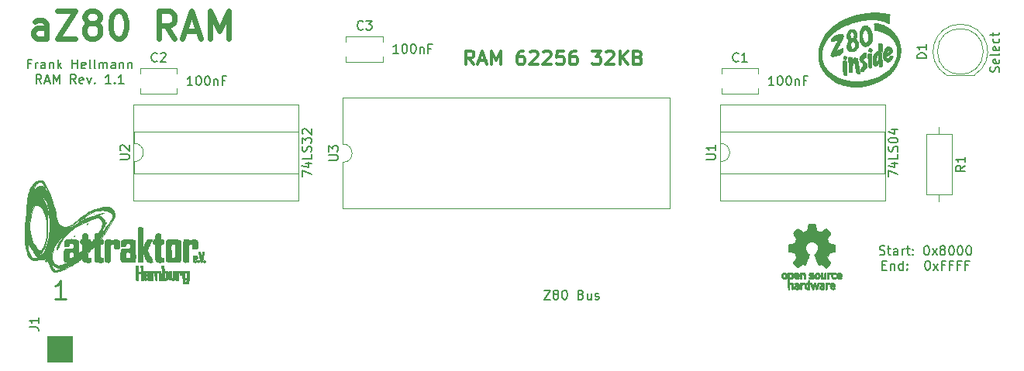
<source format=gbr>
G04 #@! TF.GenerationSoftware,KiCad,Pcbnew,(5.1.2)-2*
G04 #@! TF.CreationDate,2021-09-18T22:38:44+02:00*
G04 #@! TF.ProjectId,aZ80_RAM,615a3830-5f52-4414-9d2e-6b696361645f,rev?*
G04 #@! TF.SameCoordinates,Original*
G04 #@! TF.FileFunction,Legend,Top*
G04 #@! TF.FilePolarity,Positive*
%FSLAX46Y46*%
G04 Gerber Fmt 4.6, Leading zero omitted, Abs format (unit mm)*
G04 Created by KiCad (PCBNEW (5.1.2)-2) date 2021-09-18 22:38:44*
%MOMM*%
%LPD*%
G04 APERTURE LIST*
%ADD10C,0.150000*%
%ADD11C,0.100000*%
%ADD12C,0.600000*%
%ADD13C,0.250000*%
%ADD14C,0.120000*%
%ADD15C,0.010000*%
%ADD16C,0.300000*%
G04 APERTURE END LIST*
D10*
X178491190Y-102449761D02*
X178634047Y-102497380D01*
X178872142Y-102497380D01*
X178967380Y-102449761D01*
X179015000Y-102402142D01*
X179062619Y-102306904D01*
X179062619Y-102211666D01*
X179015000Y-102116428D01*
X178967380Y-102068809D01*
X178872142Y-102021190D01*
X178681666Y-101973571D01*
X178586428Y-101925952D01*
X178538809Y-101878333D01*
X178491190Y-101783095D01*
X178491190Y-101687857D01*
X178538809Y-101592619D01*
X178586428Y-101545000D01*
X178681666Y-101497380D01*
X178919761Y-101497380D01*
X179062619Y-101545000D01*
X179348333Y-101830714D02*
X179729285Y-101830714D01*
X179491190Y-101497380D02*
X179491190Y-102354523D01*
X179538809Y-102449761D01*
X179634047Y-102497380D01*
X179729285Y-102497380D01*
X180491190Y-102497380D02*
X180491190Y-101973571D01*
X180443571Y-101878333D01*
X180348333Y-101830714D01*
X180157857Y-101830714D01*
X180062619Y-101878333D01*
X180491190Y-102449761D02*
X180395952Y-102497380D01*
X180157857Y-102497380D01*
X180062619Y-102449761D01*
X180015000Y-102354523D01*
X180015000Y-102259285D01*
X180062619Y-102164047D01*
X180157857Y-102116428D01*
X180395952Y-102116428D01*
X180491190Y-102068809D01*
X180967380Y-102497380D02*
X180967380Y-101830714D01*
X180967380Y-102021190D02*
X181015000Y-101925952D01*
X181062619Y-101878333D01*
X181157857Y-101830714D01*
X181253095Y-101830714D01*
X181443571Y-101830714D02*
X181824523Y-101830714D01*
X181586428Y-101497380D02*
X181586428Y-102354523D01*
X181634047Y-102449761D01*
X181729285Y-102497380D01*
X181824523Y-102497380D01*
X182157857Y-102402142D02*
X182205476Y-102449761D01*
X182157857Y-102497380D01*
X182110238Y-102449761D01*
X182157857Y-102402142D01*
X182157857Y-102497380D01*
X182157857Y-101878333D02*
X182205476Y-101925952D01*
X182157857Y-101973571D01*
X182110238Y-101925952D01*
X182157857Y-101878333D01*
X182157857Y-101973571D01*
X183586428Y-101497380D02*
X183681666Y-101497380D01*
X183776904Y-101545000D01*
X183824523Y-101592619D01*
X183872142Y-101687857D01*
X183919761Y-101878333D01*
X183919761Y-102116428D01*
X183872142Y-102306904D01*
X183824523Y-102402142D01*
X183776904Y-102449761D01*
X183681666Y-102497380D01*
X183586428Y-102497380D01*
X183491190Y-102449761D01*
X183443571Y-102402142D01*
X183395952Y-102306904D01*
X183348333Y-102116428D01*
X183348333Y-101878333D01*
X183395952Y-101687857D01*
X183443571Y-101592619D01*
X183491190Y-101545000D01*
X183586428Y-101497380D01*
X184253095Y-102497380D02*
X184776904Y-101830714D01*
X184253095Y-101830714D02*
X184776904Y-102497380D01*
X185300714Y-101925952D02*
X185205476Y-101878333D01*
X185157857Y-101830714D01*
X185110238Y-101735476D01*
X185110238Y-101687857D01*
X185157857Y-101592619D01*
X185205476Y-101545000D01*
X185300714Y-101497380D01*
X185491190Y-101497380D01*
X185586428Y-101545000D01*
X185634047Y-101592619D01*
X185681666Y-101687857D01*
X185681666Y-101735476D01*
X185634047Y-101830714D01*
X185586428Y-101878333D01*
X185491190Y-101925952D01*
X185300714Y-101925952D01*
X185205476Y-101973571D01*
X185157857Y-102021190D01*
X185110238Y-102116428D01*
X185110238Y-102306904D01*
X185157857Y-102402142D01*
X185205476Y-102449761D01*
X185300714Y-102497380D01*
X185491190Y-102497380D01*
X185586428Y-102449761D01*
X185634047Y-102402142D01*
X185681666Y-102306904D01*
X185681666Y-102116428D01*
X185634047Y-102021190D01*
X185586428Y-101973571D01*
X185491190Y-101925952D01*
X186300714Y-101497380D02*
X186395952Y-101497380D01*
X186491190Y-101545000D01*
X186538809Y-101592619D01*
X186586428Y-101687857D01*
X186634047Y-101878333D01*
X186634047Y-102116428D01*
X186586428Y-102306904D01*
X186538809Y-102402142D01*
X186491190Y-102449761D01*
X186395952Y-102497380D01*
X186300714Y-102497380D01*
X186205476Y-102449761D01*
X186157857Y-102402142D01*
X186110238Y-102306904D01*
X186062619Y-102116428D01*
X186062619Y-101878333D01*
X186110238Y-101687857D01*
X186157857Y-101592619D01*
X186205476Y-101545000D01*
X186300714Y-101497380D01*
X187253095Y-101497380D02*
X187348333Y-101497380D01*
X187443571Y-101545000D01*
X187491190Y-101592619D01*
X187538809Y-101687857D01*
X187586428Y-101878333D01*
X187586428Y-102116428D01*
X187538809Y-102306904D01*
X187491190Y-102402142D01*
X187443571Y-102449761D01*
X187348333Y-102497380D01*
X187253095Y-102497380D01*
X187157857Y-102449761D01*
X187110238Y-102402142D01*
X187062619Y-102306904D01*
X187015000Y-102116428D01*
X187015000Y-101878333D01*
X187062619Y-101687857D01*
X187110238Y-101592619D01*
X187157857Y-101545000D01*
X187253095Y-101497380D01*
X188205476Y-101497380D02*
X188300714Y-101497380D01*
X188395952Y-101545000D01*
X188443571Y-101592619D01*
X188491190Y-101687857D01*
X188538809Y-101878333D01*
X188538809Y-102116428D01*
X188491190Y-102306904D01*
X188443571Y-102402142D01*
X188395952Y-102449761D01*
X188300714Y-102497380D01*
X188205476Y-102497380D01*
X188110238Y-102449761D01*
X188062619Y-102402142D01*
X188015000Y-102306904D01*
X187967380Y-102116428D01*
X187967380Y-101878333D01*
X188015000Y-101687857D01*
X188062619Y-101592619D01*
X188110238Y-101545000D01*
X188205476Y-101497380D01*
X178800714Y-103623571D02*
X179134047Y-103623571D01*
X179276904Y-104147380D02*
X178800714Y-104147380D01*
X178800714Y-103147380D01*
X179276904Y-103147380D01*
X179705476Y-103480714D02*
X179705476Y-104147380D01*
X179705476Y-103575952D02*
X179753095Y-103528333D01*
X179848333Y-103480714D01*
X179991190Y-103480714D01*
X180086428Y-103528333D01*
X180134047Y-103623571D01*
X180134047Y-104147380D01*
X181038809Y-104147380D02*
X181038809Y-103147380D01*
X181038809Y-104099761D02*
X180943571Y-104147380D01*
X180753095Y-104147380D01*
X180657857Y-104099761D01*
X180610238Y-104052142D01*
X180562619Y-103956904D01*
X180562619Y-103671190D01*
X180610238Y-103575952D01*
X180657857Y-103528333D01*
X180753095Y-103480714D01*
X180943571Y-103480714D01*
X181038809Y-103528333D01*
X181515000Y-104052142D02*
X181562619Y-104099761D01*
X181515000Y-104147380D01*
X181467380Y-104099761D01*
X181515000Y-104052142D01*
X181515000Y-104147380D01*
X181515000Y-103528333D02*
X181562619Y-103575952D01*
X181515000Y-103623571D01*
X181467380Y-103575952D01*
X181515000Y-103528333D01*
X181515000Y-103623571D01*
X183705476Y-103147380D02*
X183800714Y-103147380D01*
X183895952Y-103195000D01*
X183943571Y-103242619D01*
X183991190Y-103337857D01*
X184038809Y-103528333D01*
X184038809Y-103766428D01*
X183991190Y-103956904D01*
X183943571Y-104052142D01*
X183895952Y-104099761D01*
X183800714Y-104147380D01*
X183705476Y-104147380D01*
X183610238Y-104099761D01*
X183562619Y-104052142D01*
X183515000Y-103956904D01*
X183467380Y-103766428D01*
X183467380Y-103528333D01*
X183515000Y-103337857D01*
X183562619Y-103242619D01*
X183610238Y-103195000D01*
X183705476Y-103147380D01*
X184372142Y-104147380D02*
X184895952Y-103480714D01*
X184372142Y-103480714D02*
X184895952Y-104147380D01*
X185610238Y-103623571D02*
X185276904Y-103623571D01*
X185276904Y-104147380D02*
X185276904Y-103147380D01*
X185753095Y-103147380D01*
X186467380Y-103623571D02*
X186134047Y-103623571D01*
X186134047Y-104147380D02*
X186134047Y-103147380D01*
X186610238Y-103147380D01*
X187324523Y-103623571D02*
X186991190Y-103623571D01*
X186991190Y-104147380D02*
X186991190Y-103147380D01*
X187467380Y-103147380D01*
X188181666Y-103623571D02*
X187848333Y-103623571D01*
X187848333Y-104147380D02*
X187848333Y-103147380D01*
X188324523Y-103147380D01*
D11*
G36*
X90297000Y-114173000D02*
G01*
X87630000Y-114173000D01*
X87630000Y-111379000D01*
X90297000Y-111379000D01*
X90297000Y-114173000D01*
G37*
X90297000Y-114173000D02*
X87630000Y-114173000D01*
X87630000Y-111379000D01*
X90297000Y-111379000D01*
X90297000Y-114173000D01*
D10*
X85792857Y-81603571D02*
X85459523Y-81603571D01*
X85459523Y-82127380D02*
X85459523Y-81127380D01*
X85935714Y-81127380D01*
X86316666Y-82127380D02*
X86316666Y-81460714D01*
X86316666Y-81651190D02*
X86364285Y-81555952D01*
X86411904Y-81508333D01*
X86507142Y-81460714D01*
X86602380Y-81460714D01*
X87364285Y-82127380D02*
X87364285Y-81603571D01*
X87316666Y-81508333D01*
X87221428Y-81460714D01*
X87030952Y-81460714D01*
X86935714Y-81508333D01*
X87364285Y-82079761D02*
X87269047Y-82127380D01*
X87030952Y-82127380D01*
X86935714Y-82079761D01*
X86888095Y-81984523D01*
X86888095Y-81889285D01*
X86935714Y-81794047D01*
X87030952Y-81746428D01*
X87269047Y-81746428D01*
X87364285Y-81698809D01*
X87840476Y-81460714D02*
X87840476Y-82127380D01*
X87840476Y-81555952D02*
X87888095Y-81508333D01*
X87983333Y-81460714D01*
X88126190Y-81460714D01*
X88221428Y-81508333D01*
X88269047Y-81603571D01*
X88269047Y-82127380D01*
X88745238Y-82127380D02*
X88745238Y-81127380D01*
X88840476Y-81746428D02*
X89126190Y-82127380D01*
X89126190Y-81460714D02*
X88745238Y-81841666D01*
X90316666Y-82127380D02*
X90316666Y-81127380D01*
X90316666Y-81603571D02*
X90888095Y-81603571D01*
X90888095Y-82127380D02*
X90888095Y-81127380D01*
X91745238Y-82079761D02*
X91650000Y-82127380D01*
X91459523Y-82127380D01*
X91364285Y-82079761D01*
X91316666Y-81984523D01*
X91316666Y-81603571D01*
X91364285Y-81508333D01*
X91459523Y-81460714D01*
X91650000Y-81460714D01*
X91745238Y-81508333D01*
X91792857Y-81603571D01*
X91792857Y-81698809D01*
X91316666Y-81794047D01*
X92364285Y-82127380D02*
X92269047Y-82079761D01*
X92221428Y-81984523D01*
X92221428Y-81127380D01*
X92888095Y-82127380D02*
X92792857Y-82079761D01*
X92745238Y-81984523D01*
X92745238Y-81127380D01*
X93269047Y-82127380D02*
X93269047Y-81460714D01*
X93269047Y-81555952D02*
X93316666Y-81508333D01*
X93411904Y-81460714D01*
X93554761Y-81460714D01*
X93650000Y-81508333D01*
X93697619Y-81603571D01*
X93697619Y-82127380D01*
X93697619Y-81603571D02*
X93745238Y-81508333D01*
X93840476Y-81460714D01*
X93983333Y-81460714D01*
X94078571Y-81508333D01*
X94126190Y-81603571D01*
X94126190Y-82127380D01*
X95030952Y-82127380D02*
X95030952Y-81603571D01*
X94983333Y-81508333D01*
X94888095Y-81460714D01*
X94697619Y-81460714D01*
X94602380Y-81508333D01*
X95030952Y-82079761D02*
X94935714Y-82127380D01*
X94697619Y-82127380D01*
X94602380Y-82079761D01*
X94554761Y-81984523D01*
X94554761Y-81889285D01*
X94602380Y-81794047D01*
X94697619Y-81746428D01*
X94935714Y-81746428D01*
X95030952Y-81698809D01*
X95507142Y-81460714D02*
X95507142Y-82127380D01*
X95507142Y-81555952D02*
X95554761Y-81508333D01*
X95650000Y-81460714D01*
X95792857Y-81460714D01*
X95888095Y-81508333D01*
X95935714Y-81603571D01*
X95935714Y-82127380D01*
X96411904Y-81460714D02*
X96411904Y-82127380D01*
X96411904Y-81555952D02*
X96459523Y-81508333D01*
X96554761Y-81460714D01*
X96697619Y-81460714D01*
X96792857Y-81508333D01*
X96840476Y-81603571D01*
X96840476Y-82127380D01*
X86959523Y-83777380D02*
X86626190Y-83301190D01*
X86388095Y-83777380D02*
X86388095Y-82777380D01*
X86769047Y-82777380D01*
X86864285Y-82825000D01*
X86911904Y-82872619D01*
X86959523Y-82967857D01*
X86959523Y-83110714D01*
X86911904Y-83205952D01*
X86864285Y-83253571D01*
X86769047Y-83301190D01*
X86388095Y-83301190D01*
X87340476Y-83491666D02*
X87816666Y-83491666D01*
X87245238Y-83777380D02*
X87578571Y-82777380D01*
X87911904Y-83777380D01*
X88245238Y-83777380D02*
X88245238Y-82777380D01*
X88578571Y-83491666D01*
X88911904Y-82777380D01*
X88911904Y-83777380D01*
X90721428Y-83777380D02*
X90388095Y-83301190D01*
X90150000Y-83777380D02*
X90150000Y-82777380D01*
X90530952Y-82777380D01*
X90626190Y-82825000D01*
X90673809Y-82872619D01*
X90721428Y-82967857D01*
X90721428Y-83110714D01*
X90673809Y-83205952D01*
X90626190Y-83253571D01*
X90530952Y-83301190D01*
X90150000Y-83301190D01*
X91530952Y-83729761D02*
X91435714Y-83777380D01*
X91245238Y-83777380D01*
X91150000Y-83729761D01*
X91102380Y-83634523D01*
X91102380Y-83253571D01*
X91150000Y-83158333D01*
X91245238Y-83110714D01*
X91435714Y-83110714D01*
X91530952Y-83158333D01*
X91578571Y-83253571D01*
X91578571Y-83348809D01*
X91102380Y-83444047D01*
X91911904Y-83110714D02*
X92150000Y-83777380D01*
X92388095Y-83110714D01*
X92769047Y-83682142D02*
X92816666Y-83729761D01*
X92769047Y-83777380D01*
X92721428Y-83729761D01*
X92769047Y-83682142D01*
X92769047Y-83777380D01*
X94530952Y-83777380D02*
X93959523Y-83777380D01*
X94245238Y-83777380D02*
X94245238Y-82777380D01*
X94150000Y-82920238D01*
X94054761Y-83015476D01*
X93959523Y-83063095D01*
X94959523Y-83682142D02*
X95007142Y-83729761D01*
X94959523Y-83777380D01*
X94911904Y-83729761D01*
X94959523Y-83682142D01*
X94959523Y-83777380D01*
X95959523Y-83777380D02*
X95388095Y-83777380D01*
X95673809Y-83777380D02*
X95673809Y-82777380D01*
X95578571Y-82920238D01*
X95483333Y-83015476D01*
X95388095Y-83063095D01*
D12*
X87514285Y-78857142D02*
X87514285Y-77285714D01*
X87371428Y-77000000D01*
X87085714Y-76857142D01*
X86514285Y-76857142D01*
X86228571Y-77000000D01*
X87514285Y-78714285D02*
X87228571Y-78857142D01*
X86514285Y-78857142D01*
X86228571Y-78714285D01*
X86085714Y-78428571D01*
X86085714Y-78142857D01*
X86228571Y-77857142D01*
X86514285Y-77714285D01*
X87228571Y-77714285D01*
X87514285Y-77571428D01*
X88657142Y-75857142D02*
X90657142Y-75857142D01*
X88657142Y-78857142D01*
X90657142Y-78857142D01*
X92228571Y-77142857D02*
X91942857Y-77000000D01*
X91800000Y-76857142D01*
X91657142Y-76571428D01*
X91657142Y-76428571D01*
X91800000Y-76142857D01*
X91942857Y-76000000D01*
X92228571Y-75857142D01*
X92800000Y-75857142D01*
X93085714Y-76000000D01*
X93228571Y-76142857D01*
X93371428Y-76428571D01*
X93371428Y-76571428D01*
X93228571Y-76857142D01*
X93085714Y-77000000D01*
X92800000Y-77142857D01*
X92228571Y-77142857D01*
X91942857Y-77285714D01*
X91800000Y-77428571D01*
X91657142Y-77714285D01*
X91657142Y-78285714D01*
X91800000Y-78571428D01*
X91942857Y-78714285D01*
X92228571Y-78857142D01*
X92800000Y-78857142D01*
X93085714Y-78714285D01*
X93228571Y-78571428D01*
X93371428Y-78285714D01*
X93371428Y-77714285D01*
X93228571Y-77428571D01*
X93085714Y-77285714D01*
X92800000Y-77142857D01*
X95228571Y-75857142D02*
X95514285Y-75857142D01*
X95800000Y-76000000D01*
X95942857Y-76142857D01*
X96085714Y-76428571D01*
X96228571Y-77000000D01*
X96228571Y-77714285D01*
X96085714Y-78285714D01*
X95942857Y-78571428D01*
X95800000Y-78714285D01*
X95514285Y-78857142D01*
X95228571Y-78857142D01*
X94942857Y-78714285D01*
X94800000Y-78571428D01*
X94657142Y-78285714D01*
X94514285Y-77714285D01*
X94514285Y-77000000D01*
X94657142Y-76428571D01*
X94800000Y-76142857D01*
X94942857Y-76000000D01*
X95228571Y-75857142D01*
X101514285Y-78857142D02*
X100514285Y-77428571D01*
X99800000Y-78857142D02*
X99800000Y-75857142D01*
X100942857Y-75857142D01*
X101228571Y-76000000D01*
X101371428Y-76142857D01*
X101514285Y-76428571D01*
X101514285Y-76857142D01*
X101371428Y-77142857D01*
X101228571Y-77285714D01*
X100942857Y-77428571D01*
X99800000Y-77428571D01*
X102657142Y-78000000D02*
X104085714Y-78000000D01*
X102371428Y-78857142D02*
X103371428Y-75857142D01*
X104371428Y-78857142D01*
X105371428Y-78857142D02*
X105371428Y-75857142D01*
X106371428Y-78000000D01*
X107371428Y-75857142D01*
X107371428Y-78857142D01*
D13*
X89621428Y-107304761D02*
X88478571Y-107304761D01*
X89050000Y-107304761D02*
X89050000Y-105304761D01*
X88859523Y-105590476D01*
X88669047Y-105780952D01*
X88478571Y-105876190D01*
D14*
X185000000Y-96620000D02*
X185000000Y-95850000D01*
X185000000Y-88540000D02*
X185000000Y-89310000D01*
X186370000Y-95850000D02*
X186370000Y-89310000D01*
X183630000Y-95850000D02*
X186370000Y-95850000D01*
X183630000Y-89310000D02*
X183630000Y-95850000D01*
X186370000Y-89310000D02*
X183630000Y-89310000D01*
X124270000Y-80795000D02*
X124270000Y-81420000D01*
X124270000Y-78580000D02*
X124270000Y-79205000D01*
X120230000Y-80795000D02*
X120230000Y-81420000D01*
X120230000Y-78580000D02*
X120230000Y-79205000D01*
X120230000Y-81420000D02*
X124270000Y-81420000D01*
X120230000Y-78580000D02*
X124270000Y-78580000D01*
X119890000Y-85320000D02*
X119890000Y-90380000D01*
X155570000Y-85320000D02*
X119890000Y-85320000D01*
X155570000Y-97440000D02*
X155570000Y-85320000D01*
X119890000Y-97440000D02*
X155570000Y-97440000D01*
X119890000Y-92380000D02*
X119890000Y-97440000D01*
X119890000Y-90380000D02*
G75*
G02X119890000Y-92380000I0J-1000000D01*
G01*
X97030000Y-86060000D02*
X97030000Y-96560000D01*
X115050000Y-86060000D02*
X97030000Y-86060000D01*
X115050000Y-96560000D02*
X115050000Y-86060000D01*
X97030000Y-96560000D02*
X115050000Y-96560000D01*
X97090000Y-89060000D02*
X97090000Y-90310000D01*
X114990000Y-89060000D02*
X97090000Y-89060000D01*
X114990000Y-93560000D02*
X114990000Y-89060000D01*
X97090000Y-93560000D02*
X114990000Y-93560000D01*
X97090000Y-92310000D02*
X97090000Y-93560000D01*
X97090000Y-90310000D02*
G75*
G02X97090000Y-92310000I0J-1000000D01*
G01*
X161070000Y-86060000D02*
X161070000Y-96560000D01*
X179090000Y-86060000D02*
X161070000Y-86060000D01*
X179090000Y-96560000D02*
X179090000Y-86060000D01*
X161070000Y-96560000D02*
X179090000Y-96560000D01*
X161130000Y-89060000D02*
X161130000Y-90310000D01*
X179030000Y-89060000D02*
X161130000Y-89060000D01*
X179030000Y-93560000D02*
X179030000Y-89060000D01*
X161130000Y-93560000D02*
X179030000Y-93560000D01*
X161130000Y-92310000D02*
X161130000Y-93560000D01*
X161130000Y-90310000D02*
G75*
G02X161130000Y-92310000I0J-1000000D01*
G01*
X185780000Y-82824000D02*
X188870000Y-82824000D01*
X189825000Y-80264000D02*
G75*
G03X189825000Y-80264000I-2500000J0D01*
G01*
X187324538Y-77274000D02*
G75*
G02X188869830Y-82824000I462J-2990000D01*
G01*
X187325462Y-77274000D02*
G75*
G03X185780170Y-82824000I-462J-2990000D01*
G01*
X101770000Y-84295000D02*
X101770000Y-84920000D01*
X101770000Y-82080000D02*
X101770000Y-82705000D01*
X97730000Y-84295000D02*
X97730000Y-84920000D01*
X97730000Y-82080000D02*
X97730000Y-82705000D01*
X97730000Y-84920000D02*
X101770000Y-84920000D01*
X97730000Y-82080000D02*
X101770000Y-82080000D01*
X165270000Y-84295000D02*
X165270000Y-84920000D01*
X165270000Y-82080000D02*
X165270000Y-82705000D01*
X161230000Y-84295000D02*
X161230000Y-84920000D01*
X161230000Y-82080000D02*
X161230000Y-82705000D01*
X161230000Y-84920000D02*
X165270000Y-84920000D01*
X161230000Y-82080000D02*
X165270000Y-82080000D01*
D15*
G36*
X177044081Y-77413153D02*
G01*
X177069750Y-77427666D01*
X177100252Y-77446854D01*
X177115030Y-77448833D01*
X177150198Y-77463026D01*
X177208965Y-77502441D01*
X177285027Y-77562336D01*
X177372081Y-77637966D01*
X177398517Y-77662196D01*
X177448802Y-77731689D01*
X177494162Y-77841770D01*
X177503750Y-77872444D01*
X177530138Y-77954203D01*
X177556503Y-78024683D01*
X177577547Y-78069840D01*
X177579225Y-78072530D01*
X177602374Y-78130699D01*
X177622947Y-78230032D01*
X177640792Y-78369428D01*
X177655760Y-78547786D01*
X177664665Y-78699586D01*
X177670547Y-78848805D01*
X177670711Y-78962602D01*
X177664399Y-79047594D01*
X177650852Y-79110401D01*
X177629312Y-79157641D01*
X177609052Y-79185017D01*
X177578268Y-79235704D01*
X177567167Y-79280251D01*
X177550263Y-79321684D01*
X177500558Y-79385996D01*
X177419562Y-79471268D01*
X177407653Y-79482974D01*
X177339082Y-79548894D01*
X177279981Y-79603787D01*
X177237916Y-79640734D01*
X177222444Y-79652331D01*
X177183251Y-79662694D01*
X177115628Y-79671603D01*
X177033475Y-79678039D01*
X176950693Y-79680980D01*
X176881184Y-79679405D01*
X176868667Y-79678310D01*
X176803718Y-79669948D01*
X176749904Y-79660635D01*
X176749018Y-79660441D01*
X176695859Y-79633663D01*
X176631140Y-79579239D01*
X176563669Y-79506632D01*
X176502254Y-79425309D01*
X176456219Y-79345827D01*
X176424134Y-79283683D01*
X176396768Y-79240624D01*
X176381798Y-79226833D01*
X176366529Y-79208263D01*
X176346002Y-79160302D01*
X176330419Y-79112450D01*
X176312504Y-79021586D01*
X176301243Y-78901652D01*
X176296231Y-78761034D01*
X176297062Y-78608119D01*
X176298807Y-78564439D01*
X176608909Y-78564439D01*
X176612736Y-78660279D01*
X176621388Y-78741417D01*
X176634802Y-78797637D01*
X176646607Y-78816416D01*
X176668411Y-78853179D01*
X176678105Y-78911649D01*
X176678167Y-78916722D01*
X176686145Y-78971828D01*
X176713635Y-79032122D01*
X176765971Y-79108908D01*
X176773648Y-79119076D01*
X176823476Y-79181553D01*
X176866259Y-79229785D01*
X176893559Y-79254334D01*
X176895356Y-79255225D01*
X176976397Y-79266595D01*
X177064120Y-79243081D01*
X177103353Y-79220906D01*
X177178281Y-79153066D01*
X177218100Y-79069880D01*
X177228188Y-78979888D01*
X177234221Y-78920684D01*
X177249373Y-78886281D01*
X177254541Y-78883014D01*
X177266843Y-78864789D01*
X177274194Y-78817038D01*
X177277003Y-78735236D01*
X177276279Y-78643361D01*
X177271868Y-78502203D01*
X177264364Y-78400167D01*
X177253323Y-78334122D01*
X177238299Y-78300941D01*
X177226818Y-78295500D01*
X177211066Y-78277727D01*
X177207334Y-78252486D01*
X177198701Y-78205719D01*
X177177349Y-78144460D01*
X177171370Y-78130778D01*
X177144835Y-78066473D01*
X177125749Y-78009338D01*
X177123745Y-78001403D01*
X177091389Y-77942982D01*
X177032075Y-77894671D01*
X176961167Y-77867553D01*
X176934834Y-77865111D01*
X176879149Y-77881729D01*
X176814808Y-77924484D01*
X176752753Y-77982723D01*
X176703927Y-78045795D01*
X176679272Y-78103049D01*
X176678167Y-78114963D01*
X176668277Y-78172692D01*
X176644352Y-78235874D01*
X176643092Y-78238342D01*
X176626998Y-78290847D01*
X176615978Y-78369507D01*
X176609969Y-78464110D01*
X176608909Y-78564439D01*
X176298807Y-78564439D01*
X176303330Y-78451293D01*
X176314631Y-78298942D01*
X176330560Y-78159453D01*
X176350710Y-78041212D01*
X176374676Y-77952605D01*
X176387956Y-77922050D01*
X176409395Y-77881040D01*
X176443376Y-77814822D01*
X176483433Y-77736014D01*
X176493627Y-77715846D01*
X176558030Y-77600910D01*
X176619248Y-77522084D01*
X176683353Y-77474172D01*
X176756419Y-77451974D01*
X176805542Y-77448833D01*
X176868169Y-77444819D01*
X176911564Y-77434611D01*
X176921584Y-77427666D01*
X176950259Y-77412294D01*
X176995667Y-77406500D01*
X177044081Y-77413153D01*
X177044081Y-77413153D01*
G37*
X177044081Y-77413153D02*
X177069750Y-77427666D01*
X177100252Y-77446854D01*
X177115030Y-77448833D01*
X177150198Y-77463026D01*
X177208965Y-77502441D01*
X177285027Y-77562336D01*
X177372081Y-77637966D01*
X177398517Y-77662196D01*
X177448802Y-77731689D01*
X177494162Y-77841770D01*
X177503750Y-77872444D01*
X177530138Y-77954203D01*
X177556503Y-78024683D01*
X177577547Y-78069840D01*
X177579225Y-78072530D01*
X177602374Y-78130699D01*
X177622947Y-78230032D01*
X177640792Y-78369428D01*
X177655760Y-78547786D01*
X177664665Y-78699586D01*
X177670547Y-78848805D01*
X177670711Y-78962602D01*
X177664399Y-79047594D01*
X177650852Y-79110401D01*
X177629312Y-79157641D01*
X177609052Y-79185017D01*
X177578268Y-79235704D01*
X177567167Y-79280251D01*
X177550263Y-79321684D01*
X177500558Y-79385996D01*
X177419562Y-79471268D01*
X177407653Y-79482974D01*
X177339082Y-79548894D01*
X177279981Y-79603787D01*
X177237916Y-79640734D01*
X177222444Y-79652331D01*
X177183251Y-79662694D01*
X177115628Y-79671603D01*
X177033475Y-79678039D01*
X176950693Y-79680980D01*
X176881184Y-79679405D01*
X176868667Y-79678310D01*
X176803718Y-79669948D01*
X176749904Y-79660635D01*
X176749018Y-79660441D01*
X176695859Y-79633663D01*
X176631140Y-79579239D01*
X176563669Y-79506632D01*
X176502254Y-79425309D01*
X176456219Y-79345827D01*
X176424134Y-79283683D01*
X176396768Y-79240624D01*
X176381798Y-79226833D01*
X176366529Y-79208263D01*
X176346002Y-79160302D01*
X176330419Y-79112450D01*
X176312504Y-79021586D01*
X176301243Y-78901652D01*
X176296231Y-78761034D01*
X176297062Y-78608119D01*
X176298807Y-78564439D01*
X176608909Y-78564439D01*
X176612736Y-78660279D01*
X176621388Y-78741417D01*
X176634802Y-78797637D01*
X176646607Y-78816416D01*
X176668411Y-78853179D01*
X176678105Y-78911649D01*
X176678167Y-78916722D01*
X176686145Y-78971828D01*
X176713635Y-79032122D01*
X176765971Y-79108908D01*
X176773648Y-79119076D01*
X176823476Y-79181553D01*
X176866259Y-79229785D01*
X176893559Y-79254334D01*
X176895356Y-79255225D01*
X176976397Y-79266595D01*
X177064120Y-79243081D01*
X177103353Y-79220906D01*
X177178281Y-79153066D01*
X177218100Y-79069880D01*
X177228188Y-78979888D01*
X177234221Y-78920684D01*
X177249373Y-78886281D01*
X177254541Y-78883014D01*
X177266843Y-78864789D01*
X177274194Y-78817038D01*
X177277003Y-78735236D01*
X177276279Y-78643361D01*
X177271868Y-78502203D01*
X177264364Y-78400167D01*
X177253323Y-78334122D01*
X177238299Y-78300941D01*
X177226818Y-78295500D01*
X177211066Y-78277727D01*
X177207334Y-78252486D01*
X177198701Y-78205719D01*
X177177349Y-78144460D01*
X177171370Y-78130778D01*
X177144835Y-78066473D01*
X177125749Y-78009338D01*
X177123745Y-78001403D01*
X177091389Y-77942982D01*
X177032075Y-77894671D01*
X176961167Y-77867553D01*
X176934834Y-77865111D01*
X176879149Y-77881729D01*
X176814808Y-77924484D01*
X176752753Y-77982723D01*
X176703927Y-78045795D01*
X176679272Y-78103049D01*
X176678167Y-78114963D01*
X176668277Y-78172692D01*
X176644352Y-78235874D01*
X176643092Y-78238342D01*
X176626998Y-78290847D01*
X176615978Y-78369507D01*
X176609969Y-78464110D01*
X176608909Y-78564439D01*
X176298807Y-78564439D01*
X176303330Y-78451293D01*
X176314631Y-78298942D01*
X176330560Y-78159453D01*
X176350710Y-78041212D01*
X176374676Y-77952605D01*
X176387956Y-77922050D01*
X176409395Y-77881040D01*
X176443376Y-77814822D01*
X176483433Y-77736014D01*
X176493627Y-77715846D01*
X176558030Y-77600910D01*
X176619248Y-77522084D01*
X176683353Y-77474172D01*
X176756419Y-77451974D01*
X176805542Y-77448833D01*
X176868169Y-77444819D01*
X176911564Y-77434611D01*
X176921584Y-77427666D01*
X176950259Y-77412294D01*
X176995667Y-77406500D01*
X177044081Y-77413153D01*
G36*
X175540890Y-77852573D02*
G01*
X175634070Y-77864358D01*
X175699888Y-77883872D01*
X175771405Y-77922531D01*
X175834642Y-77971864D01*
X175879263Y-78022404D01*
X175895000Y-78062635D01*
X175908634Y-78101628D01*
X175941067Y-78146464D01*
X175961793Y-78172853D01*
X175975293Y-78204808D01*
X175983138Y-78251576D01*
X175986899Y-78322405D01*
X175988134Y-78423461D01*
X175986404Y-78545208D01*
X175978017Y-78635364D01*
X175960040Y-78704510D01*
X175929539Y-78763225D01*
X175883580Y-78822087D01*
X175874844Y-78831948D01*
X175820917Y-78892147D01*
X175872393Y-78927198D01*
X175955069Y-78993106D01*
X176030932Y-79070574D01*
X176090507Y-79148615D01*
X176124321Y-79216241D01*
X176125629Y-79220874D01*
X176135888Y-79276131D01*
X176146606Y-79360347D01*
X176156234Y-79460195D01*
X176161073Y-79525611D01*
X176167003Y-79626618D01*
X176168449Y-79695511D01*
X176164196Y-79742383D01*
X176153025Y-79777328D01*
X176133721Y-79810439D01*
X176125240Y-79822855D01*
X176057988Y-79914998D01*
X175989356Y-80000784D01*
X175925219Y-80073661D01*
X175871451Y-80127076D01*
X175833927Y-80154475D01*
X175825921Y-80156700D01*
X175778248Y-80168786D01*
X175722797Y-80194656D01*
X175683839Y-80222938D01*
X175683334Y-80223523D01*
X175657633Y-80237912D01*
X175607065Y-80245908D01*
X175526244Y-80247858D01*
X175409791Y-80244110D01*
X175384160Y-80242833D01*
X175180237Y-80232250D01*
X175066660Y-80126434D01*
X174997171Y-80051168D01*
X174940476Y-79969937D01*
X174901784Y-79892343D01*
X174886303Y-79827990D01*
X174889947Y-79800689D01*
X174896943Y-79767577D01*
X174906352Y-79703490D01*
X174916614Y-79619601D01*
X174920963Y-79579442D01*
X175304924Y-79579442D01*
X175312699Y-79623349D01*
X175331602Y-79648107D01*
X175360281Y-79692026D01*
X175366152Y-79721550D01*
X175378439Y-79797745D01*
X175409026Y-79878579D01*
X175449940Y-79945701D01*
X175474259Y-79970360D01*
X175519209Y-80000150D01*
X175556553Y-80005836D01*
X175602904Y-79987133D01*
X175636236Y-79967577D01*
X175688259Y-79923929D01*
X175723826Y-79873070D01*
X175726204Y-79867115D01*
X175749112Y-79810462D01*
X175768009Y-79772162D01*
X175784845Y-79721839D01*
X175789167Y-79682203D01*
X175797377Y-79642304D01*
X175813295Y-79629000D01*
X175828554Y-79610832D01*
X175831305Y-79563362D01*
X175823323Y-79497138D01*
X175806385Y-79422707D01*
X175782266Y-79350616D01*
X175757859Y-79299761D01*
X175688699Y-79206869D01*
X175614188Y-79152728D01*
X175537034Y-79138417D01*
X175459949Y-79165021D01*
X175445316Y-79174950D01*
X175400520Y-79224237D01*
X175375038Y-79279750D01*
X175358560Y-79333532D01*
X175340844Y-79368246D01*
X175327402Y-79402407D01*
X175314825Y-79462731D01*
X175309057Y-79506470D01*
X175304924Y-79579442D01*
X174920963Y-79579442D01*
X174921471Y-79574754D01*
X174944286Y-79425007D01*
X174978721Y-79291680D01*
X175022012Y-79183384D01*
X175071089Y-79109052D01*
X175101443Y-79065060D01*
X175111834Y-79031184D01*
X175096669Y-78996473D01*
X175056791Y-78945040D01*
X175000627Y-78886505D01*
X174936603Y-78830490D01*
X174934870Y-78829123D01*
X174914202Y-78799925D01*
X174903118Y-78749034D01*
X174901446Y-78671306D01*
X174909018Y-78561596D01*
X174922134Y-78443111D01*
X174923269Y-78436966D01*
X175258138Y-78436966D01*
X175262314Y-78509612D01*
X175278314Y-78558372D01*
X175282842Y-78563875D01*
X175301343Y-78597604D01*
X175320450Y-78654911D01*
X175326284Y-78678400D01*
X175343949Y-78741110D01*
X175363461Y-78788078D01*
X175369534Y-78797375D01*
X175408143Y-78820448D01*
X175453636Y-78821796D01*
X175482250Y-78803500D01*
X175512587Y-78784683D01*
X175529760Y-78782333D01*
X175586348Y-78763020D01*
X175631826Y-78712236D01*
X175658402Y-78640713D01*
X175662167Y-78599976D01*
X175666724Y-78541341D01*
X175678148Y-78502547D01*
X175683334Y-78496583D01*
X175701420Y-78463495D01*
X175703192Y-78407894D01*
X175690269Y-78345612D01*
X175664270Y-78292483D01*
X175662167Y-78289724D01*
X175632286Y-78243667D01*
X175619371Y-78207810D01*
X175619363Y-78207494D01*
X175601250Y-78158622D01*
X175558164Y-78110367D01*
X175504790Y-78078146D01*
X175492834Y-78074675D01*
X175435559Y-78078445D01*
X175378706Y-78117668D01*
X175318492Y-78195165D01*
X175307045Y-78213331D01*
X175281453Y-78275064D01*
X175264834Y-78354196D01*
X175258138Y-78436966D01*
X174923269Y-78436966D01*
X174946898Y-78309125D01*
X174984995Y-78188640D01*
X175032767Y-78090403D01*
X175086556Y-78023162D01*
X175102980Y-78010563D01*
X175143884Y-77973129D01*
X175162912Y-77941456D01*
X175194016Y-77907486D01*
X175257196Y-77880558D01*
X175342622Y-77861727D01*
X175440464Y-77852047D01*
X175540890Y-77852573D01*
X175540890Y-77852573D01*
G37*
X175540890Y-77852573D02*
X175634070Y-77864358D01*
X175699888Y-77883872D01*
X175771405Y-77922531D01*
X175834642Y-77971864D01*
X175879263Y-78022404D01*
X175895000Y-78062635D01*
X175908634Y-78101628D01*
X175941067Y-78146464D01*
X175961793Y-78172853D01*
X175975293Y-78204808D01*
X175983138Y-78251576D01*
X175986899Y-78322405D01*
X175988134Y-78423461D01*
X175986404Y-78545208D01*
X175978017Y-78635364D01*
X175960040Y-78704510D01*
X175929539Y-78763225D01*
X175883580Y-78822087D01*
X175874844Y-78831948D01*
X175820917Y-78892147D01*
X175872393Y-78927198D01*
X175955069Y-78993106D01*
X176030932Y-79070574D01*
X176090507Y-79148615D01*
X176124321Y-79216241D01*
X176125629Y-79220874D01*
X176135888Y-79276131D01*
X176146606Y-79360347D01*
X176156234Y-79460195D01*
X176161073Y-79525611D01*
X176167003Y-79626618D01*
X176168449Y-79695511D01*
X176164196Y-79742383D01*
X176153025Y-79777328D01*
X176133721Y-79810439D01*
X176125240Y-79822855D01*
X176057988Y-79914998D01*
X175989356Y-80000784D01*
X175925219Y-80073661D01*
X175871451Y-80127076D01*
X175833927Y-80154475D01*
X175825921Y-80156700D01*
X175778248Y-80168786D01*
X175722797Y-80194656D01*
X175683839Y-80222938D01*
X175683334Y-80223523D01*
X175657633Y-80237912D01*
X175607065Y-80245908D01*
X175526244Y-80247858D01*
X175409791Y-80244110D01*
X175384160Y-80242833D01*
X175180237Y-80232250D01*
X175066660Y-80126434D01*
X174997171Y-80051168D01*
X174940476Y-79969937D01*
X174901784Y-79892343D01*
X174886303Y-79827990D01*
X174889947Y-79800689D01*
X174896943Y-79767577D01*
X174906352Y-79703490D01*
X174916614Y-79619601D01*
X174920963Y-79579442D01*
X175304924Y-79579442D01*
X175312699Y-79623349D01*
X175331602Y-79648107D01*
X175360281Y-79692026D01*
X175366152Y-79721550D01*
X175378439Y-79797745D01*
X175409026Y-79878579D01*
X175449940Y-79945701D01*
X175474259Y-79970360D01*
X175519209Y-80000150D01*
X175556553Y-80005836D01*
X175602904Y-79987133D01*
X175636236Y-79967577D01*
X175688259Y-79923929D01*
X175723826Y-79873070D01*
X175726204Y-79867115D01*
X175749112Y-79810462D01*
X175768009Y-79772162D01*
X175784845Y-79721839D01*
X175789167Y-79682203D01*
X175797377Y-79642304D01*
X175813295Y-79629000D01*
X175828554Y-79610832D01*
X175831305Y-79563362D01*
X175823323Y-79497138D01*
X175806385Y-79422707D01*
X175782266Y-79350616D01*
X175757859Y-79299761D01*
X175688699Y-79206869D01*
X175614188Y-79152728D01*
X175537034Y-79138417D01*
X175459949Y-79165021D01*
X175445316Y-79174950D01*
X175400520Y-79224237D01*
X175375038Y-79279750D01*
X175358560Y-79333532D01*
X175340844Y-79368246D01*
X175327402Y-79402407D01*
X175314825Y-79462731D01*
X175309057Y-79506470D01*
X175304924Y-79579442D01*
X174920963Y-79579442D01*
X174921471Y-79574754D01*
X174944286Y-79425007D01*
X174978721Y-79291680D01*
X175022012Y-79183384D01*
X175071089Y-79109052D01*
X175101443Y-79065060D01*
X175111834Y-79031184D01*
X175096669Y-78996473D01*
X175056791Y-78945040D01*
X175000627Y-78886505D01*
X174936603Y-78830490D01*
X174934870Y-78829123D01*
X174914202Y-78799925D01*
X174903118Y-78749034D01*
X174901446Y-78671306D01*
X174909018Y-78561596D01*
X174922134Y-78443111D01*
X174923269Y-78436966D01*
X175258138Y-78436966D01*
X175262314Y-78509612D01*
X175278314Y-78558372D01*
X175282842Y-78563875D01*
X175301343Y-78597604D01*
X175320450Y-78654911D01*
X175326284Y-78678400D01*
X175343949Y-78741110D01*
X175363461Y-78788078D01*
X175369534Y-78797375D01*
X175408143Y-78820448D01*
X175453636Y-78821796D01*
X175482250Y-78803500D01*
X175512587Y-78784683D01*
X175529760Y-78782333D01*
X175586348Y-78763020D01*
X175631826Y-78712236D01*
X175658402Y-78640713D01*
X175662167Y-78599976D01*
X175666724Y-78541341D01*
X175678148Y-78502547D01*
X175683334Y-78496583D01*
X175701420Y-78463495D01*
X175703192Y-78407894D01*
X175690269Y-78345612D01*
X175664270Y-78292483D01*
X175662167Y-78289724D01*
X175632286Y-78243667D01*
X175619371Y-78207810D01*
X175619363Y-78207494D01*
X175601250Y-78158622D01*
X175558164Y-78110367D01*
X175504790Y-78078146D01*
X175492834Y-78074675D01*
X175435559Y-78078445D01*
X175378706Y-78117668D01*
X175318492Y-78195165D01*
X175307045Y-78213331D01*
X175281453Y-78275064D01*
X175264834Y-78354196D01*
X175258138Y-78436966D01*
X174923269Y-78436966D01*
X174946898Y-78309125D01*
X174984995Y-78188640D01*
X175032767Y-78090403D01*
X175086556Y-78023162D01*
X175102980Y-78010563D01*
X175143884Y-77973129D01*
X175162912Y-77941456D01*
X175194016Y-77907486D01*
X175257196Y-77880558D01*
X175342622Y-77861727D01*
X175440464Y-77852047D01*
X175540890Y-77852573D01*
G36*
X177459601Y-79893202D02*
G01*
X177504771Y-79908583D01*
X177524778Y-79926198D01*
X177524834Y-79927015D01*
X177541756Y-79944815D01*
X177553303Y-79946500D01*
X177595654Y-79965228D01*
X177635188Y-80012925D01*
X177661811Y-80076854D01*
X177663850Y-80085958D01*
X177663930Y-80144005D01*
X177632352Y-80188391D01*
X177599737Y-80227480D01*
X177588334Y-80257221D01*
X177571598Y-80280583D01*
X177533959Y-80306950D01*
X177494264Y-80324772D01*
X177475831Y-80326158D01*
X177455726Y-80318254D01*
X177424292Y-80305673D01*
X177387622Y-80282987D01*
X177376667Y-80264682D01*
X177359568Y-80245219D01*
X177345405Y-80242833D01*
X177311964Y-80226589D01*
X177280618Y-80191667D01*
X177259934Y-80146853D01*
X177260532Y-80096030D01*
X177269308Y-80057997D01*
X177307037Y-79969542D01*
X177361549Y-79912111D01*
X177427598Y-79890246D01*
X177459601Y-79893202D01*
X177459601Y-79893202D01*
G37*
X177459601Y-79893202D02*
X177504771Y-79908583D01*
X177524778Y-79926198D01*
X177524834Y-79927015D01*
X177541756Y-79944815D01*
X177553303Y-79946500D01*
X177595654Y-79965228D01*
X177635188Y-80012925D01*
X177661811Y-80076854D01*
X177663850Y-80085958D01*
X177663930Y-80144005D01*
X177632352Y-80188391D01*
X177599737Y-80227480D01*
X177588334Y-80257221D01*
X177571598Y-80280583D01*
X177533959Y-80306950D01*
X177494264Y-80324772D01*
X177475831Y-80326158D01*
X177455726Y-80318254D01*
X177424292Y-80305673D01*
X177387622Y-80282987D01*
X177376667Y-80264682D01*
X177359568Y-80245219D01*
X177345405Y-80242833D01*
X177311964Y-80226589D01*
X177280618Y-80191667D01*
X177259934Y-80146853D01*
X177260532Y-80096030D01*
X177269308Y-80057997D01*
X177307037Y-79969542D01*
X177361549Y-79912111D01*
X177427598Y-79890246D01*
X177459601Y-79893202D01*
G36*
X174319153Y-78327838D02*
G01*
X174399961Y-78339439D01*
X174454991Y-78362232D01*
X174466684Y-78373677D01*
X174497386Y-78441394D01*
X174511247Y-78527472D01*
X174508436Y-78616711D01*
X174489120Y-78693909D01*
X174462680Y-78736010D01*
X174439602Y-78779362D01*
X174434500Y-78811573D01*
X174424441Y-78853202D01*
X174397644Y-78921053D01*
X174359180Y-79005066D01*
X174314119Y-79095179D01*
X174267532Y-79181331D01*
X174224490Y-79253460D01*
X174190064Y-79301507D01*
X174184621Y-79307378D01*
X174151225Y-79352758D01*
X174138167Y-79392914D01*
X174125449Y-79450203D01*
X174094126Y-79518669D01*
X174054444Y-79578512D01*
X174029380Y-79603150D01*
X173999344Y-79642136D01*
X173978806Y-79698966D01*
X173978411Y-79701000D01*
X173955081Y-79762937D01*
X173914109Y-79826835D01*
X173903483Y-79839282D01*
X173864705Y-79892447D01*
X173843304Y-79942597D01*
X173841834Y-79954572D01*
X173826503Y-80001462D01*
X173789566Y-80047808D01*
X173788917Y-80048376D01*
X173752338Y-80092825D01*
X173737031Y-80137237D01*
X173744811Y-80169784D01*
X173768801Y-80179333D01*
X173814971Y-80167998D01*
X173876513Y-80140100D01*
X173935178Y-80104799D01*
X173964019Y-80081338D01*
X174008445Y-80057094D01*
X174039137Y-80051868D01*
X174092474Y-80041117D01*
X174164543Y-80014525D01*
X174238647Y-79979425D01*
X174298089Y-79943147D01*
X174311565Y-79932238D01*
X174357992Y-79909851D01*
X174423070Y-79913194D01*
X174498000Y-79927251D01*
X174497802Y-80048000D01*
X174490447Y-80141835D01*
X174463964Y-80222816D01*
X174436627Y-80275053D01*
X174394043Y-80338884D01*
X174349767Y-80389325D01*
X174325188Y-80408364D01*
X174277201Y-80445562D01*
X174234292Y-80495531D01*
X174173480Y-80555666D01*
X174082959Y-80607700D01*
X173975307Y-80645502D01*
X173896579Y-80660200D01*
X173822979Y-80675106D01*
X173759654Y-80698708D01*
X173739145Y-80711153D01*
X173680485Y-80743104D01*
X173622728Y-80760219D01*
X173542646Y-80769551D01*
X173451441Y-80775195D01*
X173360154Y-80777107D01*
X173279826Y-80775242D01*
X173221498Y-80769555D01*
X173197765Y-80761952D01*
X173170633Y-80726670D01*
X173149754Y-80686415D01*
X173141870Y-80624450D01*
X173155705Y-80545317D01*
X173186749Y-80465078D01*
X173230100Y-80400219D01*
X173260389Y-80352897D01*
X173270334Y-80314535D01*
X173280346Y-80271885D01*
X173306682Y-80204575D01*
X173343795Y-80123656D01*
X173386134Y-80040178D01*
X173428151Y-79965192D01*
X173464296Y-79909750D01*
X173484971Y-79887091D01*
X173516851Y-79845330D01*
X173524334Y-79812808D01*
X173541019Y-79764350D01*
X173563739Y-79741574D01*
X173592821Y-79706758D01*
X173619259Y-79648384D01*
X173626799Y-79623022D01*
X173648066Y-79559873D01*
X173673474Y-79512530D01*
X173682644Y-79502364D01*
X173709811Y-79465804D01*
X173714834Y-79445529D01*
X173728807Y-79410309D01*
X173762417Y-79367825D01*
X173762542Y-79367700D01*
X173813302Y-79305282D01*
X173857791Y-79230258D01*
X173890371Y-79154928D01*
X173905404Y-79091591D01*
X173902777Y-79061788D01*
X173869951Y-79027514D01*
X173813703Y-79013798D01*
X173748727Y-79022778D01*
X173719838Y-79035181D01*
X173647545Y-79067979D01*
X173558046Y-79099057D01*
X173460972Y-79126250D01*
X173365950Y-79147392D01*
X173282609Y-79160316D01*
X173220578Y-79162857D01*
X173190667Y-79154222D01*
X173189444Y-79130057D01*
X173195855Y-79078353D01*
X173207397Y-79012671D01*
X173221568Y-78946575D01*
X173235863Y-78893625D01*
X173241721Y-78877583D01*
X173280904Y-78809499D01*
X173338158Y-78736467D01*
X173402823Y-78669859D01*
X173464238Y-78621052D01*
X173498088Y-78604028D01*
X173538853Y-78579424D01*
X173553464Y-78559277D01*
X173579031Y-78531243D01*
X173592461Y-78527615D01*
X173627171Y-78518465D01*
X173681983Y-78496353D01*
X173704250Y-78486000D01*
X173767164Y-78460262D01*
X173821569Y-78445608D01*
X173833950Y-78444384D01*
X173883136Y-78429646D01*
X173905278Y-78411983D01*
X173953476Y-78378649D01*
X174029729Y-78352833D01*
X174123270Y-78335270D01*
X174223334Y-78326693D01*
X174319153Y-78327838D01*
X174319153Y-78327838D01*
G37*
X174319153Y-78327838D02*
X174399961Y-78339439D01*
X174454991Y-78362232D01*
X174466684Y-78373677D01*
X174497386Y-78441394D01*
X174511247Y-78527472D01*
X174508436Y-78616711D01*
X174489120Y-78693909D01*
X174462680Y-78736010D01*
X174439602Y-78779362D01*
X174434500Y-78811573D01*
X174424441Y-78853202D01*
X174397644Y-78921053D01*
X174359180Y-79005066D01*
X174314119Y-79095179D01*
X174267532Y-79181331D01*
X174224490Y-79253460D01*
X174190064Y-79301507D01*
X174184621Y-79307378D01*
X174151225Y-79352758D01*
X174138167Y-79392914D01*
X174125449Y-79450203D01*
X174094126Y-79518669D01*
X174054444Y-79578512D01*
X174029380Y-79603150D01*
X173999344Y-79642136D01*
X173978806Y-79698966D01*
X173978411Y-79701000D01*
X173955081Y-79762937D01*
X173914109Y-79826835D01*
X173903483Y-79839282D01*
X173864705Y-79892447D01*
X173843304Y-79942597D01*
X173841834Y-79954572D01*
X173826503Y-80001462D01*
X173789566Y-80047808D01*
X173788917Y-80048376D01*
X173752338Y-80092825D01*
X173737031Y-80137237D01*
X173744811Y-80169784D01*
X173768801Y-80179333D01*
X173814971Y-80167998D01*
X173876513Y-80140100D01*
X173935178Y-80104799D01*
X173964019Y-80081338D01*
X174008445Y-80057094D01*
X174039137Y-80051868D01*
X174092474Y-80041117D01*
X174164543Y-80014525D01*
X174238647Y-79979425D01*
X174298089Y-79943147D01*
X174311565Y-79932238D01*
X174357992Y-79909851D01*
X174423070Y-79913194D01*
X174498000Y-79927251D01*
X174497802Y-80048000D01*
X174490447Y-80141835D01*
X174463964Y-80222816D01*
X174436627Y-80275053D01*
X174394043Y-80338884D01*
X174349767Y-80389325D01*
X174325188Y-80408364D01*
X174277201Y-80445562D01*
X174234292Y-80495531D01*
X174173480Y-80555666D01*
X174082959Y-80607700D01*
X173975307Y-80645502D01*
X173896579Y-80660200D01*
X173822979Y-80675106D01*
X173759654Y-80698708D01*
X173739145Y-80711153D01*
X173680485Y-80743104D01*
X173622728Y-80760219D01*
X173542646Y-80769551D01*
X173451441Y-80775195D01*
X173360154Y-80777107D01*
X173279826Y-80775242D01*
X173221498Y-80769555D01*
X173197765Y-80761952D01*
X173170633Y-80726670D01*
X173149754Y-80686415D01*
X173141870Y-80624450D01*
X173155705Y-80545317D01*
X173186749Y-80465078D01*
X173230100Y-80400219D01*
X173260389Y-80352897D01*
X173270334Y-80314535D01*
X173280346Y-80271885D01*
X173306682Y-80204575D01*
X173343795Y-80123656D01*
X173386134Y-80040178D01*
X173428151Y-79965192D01*
X173464296Y-79909750D01*
X173484971Y-79887091D01*
X173516851Y-79845330D01*
X173524334Y-79812808D01*
X173541019Y-79764350D01*
X173563739Y-79741574D01*
X173592821Y-79706758D01*
X173619259Y-79648384D01*
X173626799Y-79623022D01*
X173648066Y-79559873D01*
X173673474Y-79512530D01*
X173682644Y-79502364D01*
X173709811Y-79465804D01*
X173714834Y-79445529D01*
X173728807Y-79410309D01*
X173762417Y-79367825D01*
X173762542Y-79367700D01*
X173813302Y-79305282D01*
X173857791Y-79230258D01*
X173890371Y-79154928D01*
X173905404Y-79091591D01*
X173902777Y-79061788D01*
X173869951Y-79027514D01*
X173813703Y-79013798D01*
X173748727Y-79022778D01*
X173719838Y-79035181D01*
X173647545Y-79067979D01*
X173558046Y-79099057D01*
X173460972Y-79126250D01*
X173365950Y-79147392D01*
X173282609Y-79160316D01*
X173220578Y-79162857D01*
X173190667Y-79154222D01*
X173189444Y-79130057D01*
X173195855Y-79078353D01*
X173207397Y-79012671D01*
X173221568Y-78946575D01*
X173235863Y-78893625D01*
X173241721Y-78877583D01*
X173280904Y-78809499D01*
X173338158Y-78736467D01*
X173402823Y-78669859D01*
X173464238Y-78621052D01*
X173498088Y-78604028D01*
X173538853Y-78579424D01*
X173553464Y-78559277D01*
X173579031Y-78531243D01*
X173592461Y-78527615D01*
X173627171Y-78518465D01*
X173681983Y-78496353D01*
X173704250Y-78486000D01*
X173767164Y-78460262D01*
X173821569Y-78445608D01*
X173833950Y-78444384D01*
X173883136Y-78429646D01*
X173905278Y-78411983D01*
X173953476Y-78378649D01*
X174029729Y-78352833D01*
X174123270Y-78335270D01*
X174223334Y-78326693D01*
X174319153Y-78327838D01*
G36*
X174743201Y-80752041D02*
G01*
X174815318Y-80793008D01*
X174815500Y-80793166D01*
X174853806Y-80823107D01*
X174877147Y-80835500D01*
X174896973Y-80851261D01*
X174916370Y-80877751D01*
X174928796Y-80908401D01*
X174924157Y-80944541D01*
X174899849Y-80998962D01*
X174886604Y-81023971D01*
X174831014Y-81101721D01*
X174769536Y-81138045D01*
X174700180Y-81133671D01*
X174651114Y-81110081D01*
X174576894Y-81053389D01*
X174533976Y-80996356D01*
X174526211Y-80949852D01*
X174558700Y-80852125D01*
X174609374Y-80784588D01*
X174672713Y-80750231D01*
X174743201Y-80752041D01*
X174743201Y-80752041D01*
G37*
X174743201Y-80752041D02*
X174815318Y-80793008D01*
X174815500Y-80793166D01*
X174853806Y-80823107D01*
X174877147Y-80835500D01*
X174896973Y-80851261D01*
X174916370Y-80877751D01*
X174928796Y-80908401D01*
X174924157Y-80944541D01*
X174899849Y-80998962D01*
X174886604Y-81023971D01*
X174831014Y-81101721D01*
X174769536Y-81138045D01*
X174700180Y-81133671D01*
X174651114Y-81110081D01*
X174576894Y-81053389D01*
X174533976Y-80996356D01*
X174526211Y-80949852D01*
X174558700Y-80852125D01*
X174609374Y-80784588D01*
X174672713Y-80750231D01*
X174743201Y-80752041D01*
G36*
X179516182Y-79748870D02*
G01*
X179581262Y-79759172D01*
X179603149Y-79771381D01*
X179636796Y-79795367D01*
X179650715Y-79798333D01*
X179681855Y-79813389D01*
X179723947Y-79849484D01*
X179763621Y-79893009D01*
X179787507Y-79930354D01*
X179789667Y-79939774D01*
X179804325Y-79971053D01*
X179821417Y-79988833D01*
X179839883Y-80019598D01*
X179850062Y-80078350D01*
X179853167Y-80171548D01*
X179851232Y-80256979D01*
X179843804Y-80311266D01*
X179828448Y-80345486D01*
X179810834Y-80364161D01*
X179778700Y-80399019D01*
X179767927Y-80422162D01*
X179749171Y-80461178D01*
X179699797Y-80512375D01*
X179627691Y-80570339D01*
X179540739Y-80629657D01*
X179446827Y-80684914D01*
X179353840Y-80730696D01*
X179276375Y-80759649D01*
X179246151Y-80788541D01*
X179239334Y-80823210D01*
X179244121Y-80884966D01*
X179256378Y-80954957D01*
X179272945Y-81020697D01*
X179290663Y-81069702D01*
X179306375Y-81089487D01*
X179306704Y-81089500D01*
X179332948Y-81075192D01*
X179374399Y-81039027D01*
X179394909Y-81018074D01*
X179450662Y-80958326D01*
X179514613Y-80889762D01*
X179540959Y-80861506D01*
X179585041Y-80810389D01*
X179613861Y-80769618D01*
X179620334Y-80753760D01*
X179636954Y-80727292D01*
X179664913Y-80707297D01*
X179713075Y-80697728D01*
X179779974Y-80702338D01*
X179848785Y-80717820D01*
X179902685Y-80740869D01*
X179921353Y-80757691D01*
X179936108Y-80815195D01*
X179926081Y-80890272D01*
X179899905Y-80955286D01*
X179867399Y-81004866D01*
X179819790Y-81065409D01*
X179765264Y-81127936D01*
X179712006Y-81183471D01*
X179668202Y-81223037D01*
X179642414Y-81237666D01*
X179622532Y-81254668D01*
X179620334Y-81267690D01*
X179600996Y-81307540D01*
X179550089Y-81341355D01*
X179478267Y-81366114D01*
X179396186Y-81378794D01*
X179314502Y-81376375D01*
X179271084Y-81366729D01*
X179221557Y-81345345D01*
X179164450Y-81313031D01*
X179112242Y-81277927D01*
X179077411Y-81248171D01*
X179070000Y-81235575D01*
X179053227Y-81217867D01*
X179043342Y-81216500D01*
X179010736Y-81198529D01*
X178970501Y-81143394D01*
X178921331Y-81049256D01*
X178915386Y-81036583D01*
X178892538Y-80958901D01*
X178879158Y-80852826D01*
X178875435Y-80731268D01*
X178881561Y-80607136D01*
X178888727Y-80556682D01*
X179242621Y-80556682D01*
X179251042Y-80560367D01*
X179259588Y-80560333D01*
X179281169Y-80544887D01*
X179321480Y-80503636D01*
X179373286Y-80444208D01*
X179396113Y-80416427D01*
X179467227Y-80317854D01*
X179519047Y-80224381D01*
X179548938Y-80142762D01*
X179554265Y-80079753D01*
X179539793Y-80047992D01*
X179508262Y-80041799D01*
X179466719Y-80069499D01*
X179419327Y-80125092D01*
X179370247Y-80202580D01*
X179323643Y-80295966D01*
X179283674Y-80399251D01*
X179273418Y-80431883D01*
X179252807Y-80501753D01*
X179242875Y-80540248D01*
X179242621Y-80556682D01*
X178888727Y-80556682D01*
X178897725Y-80493342D01*
X178906805Y-80454500D01*
X179000163Y-80176843D01*
X179126215Y-79922391D01*
X179233299Y-79757545D01*
X179255968Y-79753109D01*
X179310474Y-79749323D01*
X179386322Y-79746843D01*
X179410275Y-79746468D01*
X179516182Y-79748870D01*
X179516182Y-79748870D01*
G37*
X179516182Y-79748870D02*
X179581262Y-79759172D01*
X179603149Y-79771381D01*
X179636796Y-79795367D01*
X179650715Y-79798333D01*
X179681855Y-79813389D01*
X179723947Y-79849484D01*
X179763621Y-79893009D01*
X179787507Y-79930354D01*
X179789667Y-79939774D01*
X179804325Y-79971053D01*
X179821417Y-79988833D01*
X179839883Y-80019598D01*
X179850062Y-80078350D01*
X179853167Y-80171548D01*
X179851232Y-80256979D01*
X179843804Y-80311266D01*
X179828448Y-80345486D01*
X179810834Y-80364161D01*
X179778700Y-80399019D01*
X179767927Y-80422162D01*
X179749171Y-80461178D01*
X179699797Y-80512375D01*
X179627691Y-80570339D01*
X179540739Y-80629657D01*
X179446827Y-80684914D01*
X179353840Y-80730696D01*
X179276375Y-80759649D01*
X179246151Y-80788541D01*
X179239334Y-80823210D01*
X179244121Y-80884966D01*
X179256378Y-80954957D01*
X179272945Y-81020697D01*
X179290663Y-81069702D01*
X179306375Y-81089487D01*
X179306704Y-81089500D01*
X179332948Y-81075192D01*
X179374399Y-81039027D01*
X179394909Y-81018074D01*
X179450662Y-80958326D01*
X179514613Y-80889762D01*
X179540959Y-80861506D01*
X179585041Y-80810389D01*
X179613861Y-80769618D01*
X179620334Y-80753760D01*
X179636954Y-80727292D01*
X179664913Y-80707297D01*
X179713075Y-80697728D01*
X179779974Y-80702338D01*
X179848785Y-80717820D01*
X179902685Y-80740869D01*
X179921353Y-80757691D01*
X179936108Y-80815195D01*
X179926081Y-80890272D01*
X179899905Y-80955286D01*
X179867399Y-81004866D01*
X179819790Y-81065409D01*
X179765264Y-81127936D01*
X179712006Y-81183471D01*
X179668202Y-81223037D01*
X179642414Y-81237666D01*
X179622532Y-81254668D01*
X179620334Y-81267690D01*
X179600996Y-81307540D01*
X179550089Y-81341355D01*
X179478267Y-81366114D01*
X179396186Y-81378794D01*
X179314502Y-81376375D01*
X179271084Y-81366729D01*
X179221557Y-81345345D01*
X179164450Y-81313031D01*
X179112242Y-81277927D01*
X179077411Y-81248171D01*
X179070000Y-81235575D01*
X179053227Y-81217867D01*
X179043342Y-81216500D01*
X179010736Y-81198529D01*
X178970501Y-81143394D01*
X178921331Y-81049256D01*
X178915386Y-81036583D01*
X178892538Y-80958901D01*
X178879158Y-80852826D01*
X178875435Y-80731268D01*
X178881561Y-80607136D01*
X178888727Y-80556682D01*
X179242621Y-80556682D01*
X179251042Y-80560367D01*
X179259588Y-80560333D01*
X179281169Y-80544887D01*
X179321480Y-80503636D01*
X179373286Y-80444208D01*
X179396113Y-80416427D01*
X179467227Y-80317854D01*
X179519047Y-80224381D01*
X179548938Y-80142762D01*
X179554265Y-80079753D01*
X179539793Y-80047992D01*
X179508262Y-80041799D01*
X179466719Y-80069499D01*
X179419327Y-80125092D01*
X179370247Y-80202580D01*
X179323643Y-80295966D01*
X179283674Y-80399251D01*
X179273418Y-80431883D01*
X179252807Y-80501753D01*
X179242875Y-80540248D01*
X179242621Y-80556682D01*
X178888727Y-80556682D01*
X178897725Y-80493342D01*
X178906805Y-80454500D01*
X179000163Y-80176843D01*
X179126215Y-79922391D01*
X179233299Y-79757545D01*
X179255968Y-79753109D01*
X179310474Y-79749323D01*
X179386322Y-79746843D01*
X179410275Y-79746468D01*
X179516182Y-79748870D01*
G36*
X178656181Y-79399662D02*
G01*
X178662777Y-79401178D01*
X178715224Y-79415023D01*
X178752640Y-79432632D01*
X178776786Y-79460345D01*
X178789422Y-79504503D01*
X178792308Y-79571447D01*
X178787205Y-79667518D01*
X178775874Y-79799056D01*
X178775220Y-79806190D01*
X178759123Y-80012595D01*
X178746667Y-80235835D01*
X178738137Y-80464799D01*
X178733818Y-80688375D01*
X178733997Y-80895454D01*
X178738960Y-81074924D01*
X178741396Y-81121250D01*
X178744042Y-81180637D01*
X178746993Y-81271535D01*
X178749945Y-81383129D01*
X178752592Y-81504600D01*
X178753419Y-81549013D01*
X178755094Y-81692017D01*
X178752502Y-81797247D01*
X178742888Y-81869233D01*
X178723499Y-81912508D01*
X178691580Y-81931602D01*
X178644376Y-81931048D01*
X178579134Y-81915376D01*
X178538215Y-81903081D01*
X178482066Y-81880913D01*
X178445655Y-81850097D01*
X178424885Y-81801915D01*
X178415659Y-81727650D01*
X178413834Y-81638436D01*
X178408282Y-81563529D01*
X178392461Y-81527568D01*
X178367625Y-81531507D01*
X178335025Y-81576304D01*
X178334261Y-81577699D01*
X178293176Y-81641170D01*
X178240892Y-81705837D01*
X178185561Y-81763476D01*
X178135332Y-81805864D01*
X178098356Y-81824776D01*
X178089887Y-81824266D01*
X178050983Y-81825037D01*
X178038860Y-81832773D01*
X178001740Y-81842396D01*
X177947302Y-81823449D01*
X177884893Y-81780241D01*
X177847689Y-81744656D01*
X177795170Y-81661986D01*
X177757734Y-81546942D01*
X177736126Y-81406983D01*
X177734715Y-81362829D01*
X178109490Y-81362829D01*
X178115403Y-81417583D01*
X178129591Y-81413396D01*
X178163294Y-81385004D01*
X178208765Y-81340594D01*
X178258260Y-81288349D01*
X178304033Y-81236455D01*
X178338341Y-81193096D01*
X178353436Y-81166457D01*
X178353519Y-81165945D01*
X178356457Y-81123168D01*
X178358274Y-81052880D01*
X178359056Y-80963999D01*
X178358889Y-80865447D01*
X178357858Y-80766141D01*
X178356051Y-80675002D01*
X178353553Y-80600950D01*
X178350450Y-80552905D01*
X178347476Y-80539167D01*
X178324883Y-80557174D01*
X178290352Y-80605776D01*
X178249052Y-80676848D01*
X178207573Y-80759223D01*
X178172915Y-80855584D01*
X178143755Y-80978573D01*
X178122116Y-81113743D01*
X178110020Y-81246644D01*
X178109490Y-81362829D01*
X177734715Y-81362829D01*
X177731095Y-81249568D01*
X177743388Y-81082155D01*
X177767201Y-80941333D01*
X177784665Y-80855341D01*
X177797636Y-80782393D01*
X177804046Y-80734486D01*
X177804354Y-80725786D01*
X177818137Y-80682492D01*
X177833172Y-80664986D01*
X177858951Y-80635309D01*
X177863500Y-80622375D01*
X177873511Y-80596548D01*
X177899777Y-80545473D01*
X177936647Y-80480128D01*
X177937260Y-80479082D01*
X177998314Y-80393209D01*
X178068585Y-80322941D01*
X178139050Y-80275767D01*
X178200689Y-80259172D01*
X178202167Y-80259218D01*
X178244262Y-80252964D01*
X178294312Y-80237629D01*
X178354707Y-80214719D01*
X178339889Y-79825148D01*
X178334908Y-79687219D01*
X178332224Y-79585456D01*
X178332193Y-79513736D01*
X178335167Y-79465936D01*
X178341503Y-79435934D01*
X178351554Y-79417605D01*
X178364161Y-79405962D01*
X178429623Y-79380943D01*
X178527902Y-79378829D01*
X178656181Y-79399662D01*
X178656181Y-79399662D01*
G37*
X178656181Y-79399662D02*
X178662777Y-79401178D01*
X178715224Y-79415023D01*
X178752640Y-79432632D01*
X178776786Y-79460345D01*
X178789422Y-79504503D01*
X178792308Y-79571447D01*
X178787205Y-79667518D01*
X178775874Y-79799056D01*
X178775220Y-79806190D01*
X178759123Y-80012595D01*
X178746667Y-80235835D01*
X178738137Y-80464799D01*
X178733818Y-80688375D01*
X178733997Y-80895454D01*
X178738960Y-81074924D01*
X178741396Y-81121250D01*
X178744042Y-81180637D01*
X178746993Y-81271535D01*
X178749945Y-81383129D01*
X178752592Y-81504600D01*
X178753419Y-81549013D01*
X178755094Y-81692017D01*
X178752502Y-81797247D01*
X178742888Y-81869233D01*
X178723499Y-81912508D01*
X178691580Y-81931602D01*
X178644376Y-81931048D01*
X178579134Y-81915376D01*
X178538215Y-81903081D01*
X178482066Y-81880913D01*
X178445655Y-81850097D01*
X178424885Y-81801915D01*
X178415659Y-81727650D01*
X178413834Y-81638436D01*
X178408282Y-81563529D01*
X178392461Y-81527568D01*
X178367625Y-81531507D01*
X178335025Y-81576304D01*
X178334261Y-81577699D01*
X178293176Y-81641170D01*
X178240892Y-81705837D01*
X178185561Y-81763476D01*
X178135332Y-81805864D01*
X178098356Y-81824776D01*
X178089887Y-81824266D01*
X178050983Y-81825037D01*
X178038860Y-81832773D01*
X178001740Y-81842396D01*
X177947302Y-81823449D01*
X177884893Y-81780241D01*
X177847689Y-81744656D01*
X177795170Y-81661986D01*
X177757734Y-81546942D01*
X177736126Y-81406983D01*
X177734715Y-81362829D01*
X178109490Y-81362829D01*
X178115403Y-81417583D01*
X178129591Y-81413396D01*
X178163294Y-81385004D01*
X178208765Y-81340594D01*
X178258260Y-81288349D01*
X178304033Y-81236455D01*
X178338341Y-81193096D01*
X178353436Y-81166457D01*
X178353519Y-81165945D01*
X178356457Y-81123168D01*
X178358274Y-81052880D01*
X178359056Y-80963999D01*
X178358889Y-80865447D01*
X178357858Y-80766141D01*
X178356051Y-80675002D01*
X178353553Y-80600950D01*
X178350450Y-80552905D01*
X178347476Y-80539167D01*
X178324883Y-80557174D01*
X178290352Y-80605776D01*
X178249052Y-80676848D01*
X178207573Y-80759223D01*
X178172915Y-80855584D01*
X178143755Y-80978573D01*
X178122116Y-81113743D01*
X178110020Y-81246644D01*
X178109490Y-81362829D01*
X177734715Y-81362829D01*
X177731095Y-81249568D01*
X177743388Y-81082155D01*
X177767201Y-80941333D01*
X177784665Y-80855341D01*
X177797636Y-80782393D01*
X177804046Y-80734486D01*
X177804354Y-80725786D01*
X177818137Y-80682492D01*
X177833172Y-80664986D01*
X177858951Y-80635309D01*
X177863500Y-80622375D01*
X177873511Y-80596548D01*
X177899777Y-80545473D01*
X177936647Y-80480128D01*
X177937260Y-80479082D01*
X177998314Y-80393209D01*
X178068585Y-80322941D01*
X178139050Y-80275767D01*
X178200689Y-80259172D01*
X178202167Y-80259218D01*
X178244262Y-80252964D01*
X178294312Y-80237629D01*
X178354707Y-80214719D01*
X178339889Y-79825148D01*
X178334908Y-79687219D01*
X178332224Y-79585456D01*
X178332193Y-79513736D01*
X178335167Y-79465936D01*
X178341503Y-79435934D01*
X178351554Y-79417605D01*
X178364161Y-79405962D01*
X178429623Y-79380943D01*
X178527902Y-79378829D01*
X178656181Y-79399662D01*
G36*
X177266831Y-80462722D02*
G01*
X177306297Y-80470088D01*
X177372131Y-80478714D01*
X177433789Y-80485154D01*
X177523996Y-80494153D01*
X177579843Y-80506300D01*
X177608987Y-80529917D01*
X177619084Y-80573331D01*
X177617790Y-80644865D01*
X177615806Y-80683061D01*
X177609275Y-80775735D01*
X177600092Y-80863987D01*
X177590205Y-80929185D01*
X177589885Y-80930750D01*
X177584520Y-80978625D01*
X177580238Y-81060430D01*
X177577272Y-81167769D01*
X177575857Y-81292247D01*
X177576187Y-81421334D01*
X177576800Y-81555907D01*
X177576161Y-81682897D01*
X177574406Y-81793497D01*
X177571672Y-81878900D01*
X177568311Y-81928522D01*
X177558553Y-81990552D01*
X177542386Y-82022979D01*
X177511310Y-82038480D01*
X177491537Y-82043040D01*
X177428774Y-82047121D01*
X177379095Y-82038755D01*
X177306706Y-81994634D01*
X177267423Y-81925992D01*
X177258180Y-81864325D01*
X177255549Y-81807427D01*
X177251174Y-81721071D01*
X177245717Y-81618062D01*
X177241114Y-81534000D01*
X177234425Y-81412678D01*
X177227435Y-81284191D01*
X177221173Y-81167515D01*
X177218172Y-81110666D01*
X177211786Y-80998616D01*
X177203676Y-80870150D01*
X177195479Y-80751049D01*
X177194591Y-80738939D01*
X177190039Y-80612176D01*
X177198319Y-80524451D01*
X177219803Y-80474340D01*
X177254863Y-80460423D01*
X177266831Y-80462722D01*
X177266831Y-80462722D01*
G37*
X177266831Y-80462722D02*
X177306297Y-80470088D01*
X177372131Y-80478714D01*
X177433789Y-80485154D01*
X177523996Y-80494153D01*
X177579843Y-80506300D01*
X177608987Y-80529917D01*
X177619084Y-80573331D01*
X177617790Y-80644865D01*
X177615806Y-80683061D01*
X177609275Y-80775735D01*
X177600092Y-80863987D01*
X177590205Y-80929185D01*
X177589885Y-80930750D01*
X177584520Y-80978625D01*
X177580238Y-81060430D01*
X177577272Y-81167769D01*
X177575857Y-81292247D01*
X177576187Y-81421334D01*
X177576800Y-81555907D01*
X177576161Y-81682897D01*
X177574406Y-81793497D01*
X177571672Y-81878900D01*
X177568311Y-81928522D01*
X177558553Y-81990552D01*
X177542386Y-82022979D01*
X177511310Y-82038480D01*
X177491537Y-82043040D01*
X177428774Y-82047121D01*
X177379095Y-82038755D01*
X177306706Y-81994634D01*
X177267423Y-81925992D01*
X177258180Y-81864325D01*
X177255549Y-81807427D01*
X177251174Y-81721071D01*
X177245717Y-81618062D01*
X177241114Y-81534000D01*
X177234425Y-81412678D01*
X177227435Y-81284191D01*
X177221173Y-81167515D01*
X177218172Y-81110666D01*
X177211786Y-80998616D01*
X177203676Y-80870150D01*
X177195479Y-80751049D01*
X177194591Y-80738939D01*
X177190039Y-80612176D01*
X177198319Y-80524451D01*
X177219803Y-80474340D01*
X177254863Y-80460423D01*
X177266831Y-80462722D01*
G36*
X176896802Y-80390104D02*
G01*
X176946057Y-80401249D01*
X176974665Y-80413296D01*
X176992570Y-80436908D01*
X177009717Y-80482746D01*
X177024239Y-80526735D01*
X177045222Y-80608160D01*
X177045200Y-80674229D01*
X177038148Y-80706651D01*
X177007775Y-80789667D01*
X176968394Y-80859346D01*
X176926588Y-80905955D01*
X176893700Y-80920166D01*
X176859973Y-80937024D01*
X176812405Y-80982585D01*
X176767421Y-81037852D01*
X176721487Y-81102672D01*
X176698490Y-81145730D01*
X176694359Y-81177861D01*
X176703763Y-81207185D01*
X176726092Y-81245398D01*
X176742241Y-81258833D01*
X176765709Y-81272697D01*
X176809266Y-81308626D01*
X176864002Y-81358121D01*
X176921002Y-81412685D01*
X176971356Y-81463820D01*
X177006150Y-81503029D01*
X177016834Y-81520640D01*
X177029775Y-81550800D01*
X177052463Y-81580620D01*
X177072122Y-81614302D01*
X177083088Y-81667546D01*
X177087004Y-81750028D01*
X177087032Y-81784616D01*
X177084341Y-81875260D01*
X177075272Y-81939118D01*
X177056227Y-81991645D01*
X177026803Y-82043246D01*
X176982298Y-82109727D01*
X176937691Y-82169902D01*
X176920902Y-82190166D01*
X176840038Y-82281339D01*
X176780977Y-82345658D01*
X176737552Y-82388048D01*
X176703595Y-82413432D01*
X176672940Y-82426736D01*
X176639420Y-82432882D01*
X176613878Y-82435312D01*
X176547200Y-82436893D01*
X176493714Y-82431087D01*
X176481923Y-82427492D01*
X176444455Y-82396856D01*
X176404054Y-82343964D01*
X176372297Y-82286327D01*
X176360667Y-82244083D01*
X176374491Y-82204320D01*
X176388241Y-82186386D01*
X176424343Y-82144395D01*
X176475843Y-82077985D01*
X176534963Y-81997952D01*
X176593927Y-81915094D01*
X176644957Y-81840207D01*
X176680277Y-81784088D01*
X176687393Y-81771067D01*
X176708542Y-81709443D01*
X176709126Y-81658542D01*
X176708838Y-81657602D01*
X176686657Y-81616150D01*
X176647135Y-81563354D01*
X176600292Y-81510433D01*
X176556150Y-81468600D01*
X176524730Y-81449073D01*
X176522245Y-81448760D01*
X176479643Y-81430450D01*
X176427756Y-81384018D01*
X176375209Y-81319701D01*
X176330629Y-81247736D01*
X176307137Y-81193487D01*
X176290145Y-81133142D01*
X176284372Y-81078422D01*
X176291604Y-81020042D01*
X176313628Y-80948718D01*
X176352232Y-80855164D01*
X176387125Y-80777896D01*
X176414375Y-80734954D01*
X176458746Y-80680440D01*
X176510888Y-80624110D01*
X176561451Y-80575721D01*
X176601084Y-80545029D01*
X176615912Y-80539166D01*
X176636196Y-80531767D01*
X176670362Y-80506431D01*
X176724245Y-80458452D01*
X176773417Y-80412120D01*
X176810453Y-80386376D01*
X176855000Y-80382535D01*
X176896802Y-80390104D01*
X176896802Y-80390104D01*
G37*
X176896802Y-80390104D02*
X176946057Y-80401249D01*
X176974665Y-80413296D01*
X176992570Y-80436908D01*
X177009717Y-80482746D01*
X177024239Y-80526735D01*
X177045222Y-80608160D01*
X177045200Y-80674229D01*
X177038148Y-80706651D01*
X177007775Y-80789667D01*
X176968394Y-80859346D01*
X176926588Y-80905955D01*
X176893700Y-80920166D01*
X176859973Y-80937024D01*
X176812405Y-80982585D01*
X176767421Y-81037852D01*
X176721487Y-81102672D01*
X176698490Y-81145730D01*
X176694359Y-81177861D01*
X176703763Y-81207185D01*
X176726092Y-81245398D01*
X176742241Y-81258833D01*
X176765709Y-81272697D01*
X176809266Y-81308626D01*
X176864002Y-81358121D01*
X176921002Y-81412685D01*
X176971356Y-81463820D01*
X177006150Y-81503029D01*
X177016834Y-81520640D01*
X177029775Y-81550800D01*
X177052463Y-81580620D01*
X177072122Y-81614302D01*
X177083088Y-81667546D01*
X177087004Y-81750028D01*
X177087032Y-81784616D01*
X177084341Y-81875260D01*
X177075272Y-81939118D01*
X177056227Y-81991645D01*
X177026803Y-82043246D01*
X176982298Y-82109727D01*
X176937691Y-82169902D01*
X176920902Y-82190166D01*
X176840038Y-82281339D01*
X176780977Y-82345658D01*
X176737552Y-82388048D01*
X176703595Y-82413432D01*
X176672940Y-82426736D01*
X176639420Y-82432882D01*
X176613878Y-82435312D01*
X176547200Y-82436893D01*
X176493714Y-82431087D01*
X176481923Y-82427492D01*
X176444455Y-82396856D01*
X176404054Y-82343964D01*
X176372297Y-82286327D01*
X176360667Y-82244083D01*
X176374491Y-82204320D01*
X176388241Y-82186386D01*
X176424343Y-82144395D01*
X176475843Y-82077985D01*
X176534963Y-81997952D01*
X176593927Y-81915094D01*
X176644957Y-81840207D01*
X176680277Y-81784088D01*
X176687393Y-81771067D01*
X176708542Y-81709443D01*
X176709126Y-81658542D01*
X176708838Y-81657602D01*
X176686657Y-81616150D01*
X176647135Y-81563354D01*
X176600292Y-81510433D01*
X176556150Y-81468600D01*
X176524730Y-81449073D01*
X176522245Y-81448760D01*
X176479643Y-81430450D01*
X176427756Y-81384018D01*
X176375209Y-81319701D01*
X176330629Y-81247736D01*
X176307137Y-81193487D01*
X176290145Y-81133142D01*
X176284372Y-81078422D01*
X176291604Y-81020042D01*
X176313628Y-80948718D01*
X176352232Y-80855164D01*
X176387125Y-80777896D01*
X176414375Y-80734954D01*
X176458746Y-80680440D01*
X176510888Y-80624110D01*
X176561451Y-80575721D01*
X176601084Y-80545029D01*
X176615912Y-80539166D01*
X176636196Y-80531767D01*
X176670362Y-80506431D01*
X176724245Y-80458452D01*
X176773417Y-80412120D01*
X176810453Y-80386376D01*
X176855000Y-80382535D01*
X176896802Y-80390104D01*
G36*
X175323959Y-80869469D02*
G01*
X175411732Y-80886637D01*
X175481618Y-80919453D01*
X175521727Y-80979568D01*
X175530828Y-81063022D01*
X175507694Y-81165853D01*
X175502635Y-81179458D01*
X175499721Y-81209794D01*
X175508923Y-81216500D01*
X175532660Y-81199775D01*
X175566543Y-81158413D01*
X175601764Y-81105630D01*
X175629518Y-81054642D01*
X175640997Y-81018667D01*
X175641000Y-81018282D01*
X175659935Y-80986567D01*
X175707888Y-80958319D01*
X175771581Y-80938788D01*
X175837736Y-80933227D01*
X175852667Y-80934576D01*
X175918862Y-80949926D01*
X175990615Y-80976054D01*
X176052365Y-81006368D01*
X176088553Y-81034274D01*
X176088808Y-81034623D01*
X176096375Y-81063119D01*
X176104928Y-81123218D01*
X176113080Y-81204255D01*
X176116359Y-81246289D01*
X176126522Y-81356098D01*
X176141006Y-81471840D01*
X176156993Y-81571508D01*
X176159988Y-81586916D01*
X176191617Y-81749370D01*
X176220246Y-81907993D01*
X176244025Y-82051896D01*
X176261106Y-82170192D01*
X176266024Y-82211333D01*
X176278883Y-82299441D01*
X176298322Y-82400267D01*
X176312070Y-82459542D01*
X176329594Y-82553908D01*
X176324539Y-82615141D01*
X176295765Y-82646610D01*
X176246950Y-82652135D01*
X176197161Y-82647882D01*
X176129592Y-82641927D01*
X176111639Y-82640319D01*
X176037877Y-82624285D01*
X175993546Y-82589525D01*
X175990532Y-82585151D01*
X175970748Y-82541474D01*
X175945706Y-82467080D01*
X175918297Y-82372796D01*
X175891413Y-82269444D01*
X175867947Y-82167852D01*
X175850790Y-82078843D01*
X175845427Y-82042000D01*
X175828184Y-81921092D01*
X175806133Y-81797543D01*
X175781045Y-81678422D01*
X175754692Y-81570798D01*
X175728845Y-81481742D01*
X175705275Y-81418323D01*
X175685753Y-81387612D01*
X175681040Y-81385833D01*
X175661405Y-81404703D01*
X175632693Y-81456023D01*
X175598516Y-81531854D01*
X175562484Y-81624257D01*
X175531808Y-81713916D01*
X175512136Y-81782158D01*
X175498559Y-81849276D01*
X175489976Y-81925684D01*
X175485289Y-82021793D01*
X175483395Y-82148019D01*
X175483272Y-82173327D01*
X175480996Y-82315500D01*
X175475502Y-82420186D01*
X175466916Y-82485684D01*
X175458000Y-82508633D01*
X175420313Y-82521842D01*
X175345244Y-82522207D01*
X175294719Y-82517786D01*
X175216266Y-82507047D01*
X175170453Y-82493397D01*
X175147592Y-82473198D01*
X175142044Y-82460483D01*
X175137739Y-82441837D01*
X175133829Y-82412083D01*
X175130159Y-82367447D01*
X175126571Y-82304156D01*
X175122910Y-82218434D01*
X175119019Y-82106509D01*
X175114744Y-81964606D01*
X175109927Y-81788952D01*
X175104413Y-81575772D01*
X175102775Y-81510944D01*
X175098901Y-81371133D01*
X175094638Y-81241314D01*
X175090285Y-81129006D01*
X175086141Y-81041733D01*
X175082507Y-80987015D01*
X175081565Y-80978102D01*
X175081292Y-80918573D01*
X175101188Y-80879111D01*
X175145460Y-80858549D01*
X175218315Y-80855724D01*
X175323959Y-80869469D01*
X175323959Y-80869469D01*
G37*
X175323959Y-80869469D02*
X175411732Y-80886637D01*
X175481618Y-80919453D01*
X175521727Y-80979568D01*
X175530828Y-81063022D01*
X175507694Y-81165853D01*
X175502635Y-81179458D01*
X175499721Y-81209794D01*
X175508923Y-81216500D01*
X175532660Y-81199775D01*
X175566543Y-81158413D01*
X175601764Y-81105630D01*
X175629518Y-81054642D01*
X175640997Y-81018667D01*
X175641000Y-81018282D01*
X175659935Y-80986567D01*
X175707888Y-80958319D01*
X175771581Y-80938788D01*
X175837736Y-80933227D01*
X175852667Y-80934576D01*
X175918862Y-80949926D01*
X175990615Y-80976054D01*
X176052365Y-81006368D01*
X176088553Y-81034274D01*
X176088808Y-81034623D01*
X176096375Y-81063119D01*
X176104928Y-81123218D01*
X176113080Y-81204255D01*
X176116359Y-81246289D01*
X176126522Y-81356098D01*
X176141006Y-81471840D01*
X176156993Y-81571508D01*
X176159988Y-81586916D01*
X176191617Y-81749370D01*
X176220246Y-81907993D01*
X176244025Y-82051896D01*
X176261106Y-82170192D01*
X176266024Y-82211333D01*
X176278883Y-82299441D01*
X176298322Y-82400267D01*
X176312070Y-82459542D01*
X176329594Y-82553908D01*
X176324539Y-82615141D01*
X176295765Y-82646610D01*
X176246950Y-82652135D01*
X176197161Y-82647882D01*
X176129592Y-82641927D01*
X176111639Y-82640319D01*
X176037877Y-82624285D01*
X175993546Y-82589525D01*
X175990532Y-82585151D01*
X175970748Y-82541474D01*
X175945706Y-82467080D01*
X175918297Y-82372796D01*
X175891413Y-82269444D01*
X175867947Y-82167852D01*
X175850790Y-82078843D01*
X175845427Y-82042000D01*
X175828184Y-81921092D01*
X175806133Y-81797543D01*
X175781045Y-81678422D01*
X175754692Y-81570798D01*
X175728845Y-81481742D01*
X175705275Y-81418323D01*
X175685753Y-81387612D01*
X175681040Y-81385833D01*
X175661405Y-81404703D01*
X175632693Y-81456023D01*
X175598516Y-81531854D01*
X175562484Y-81624257D01*
X175531808Y-81713916D01*
X175512136Y-81782158D01*
X175498559Y-81849276D01*
X175489976Y-81925684D01*
X175485289Y-82021793D01*
X175483395Y-82148019D01*
X175483272Y-82173327D01*
X175480996Y-82315500D01*
X175475502Y-82420186D01*
X175466916Y-82485684D01*
X175458000Y-82508633D01*
X175420313Y-82521842D01*
X175345244Y-82522207D01*
X175294719Y-82517786D01*
X175216266Y-82507047D01*
X175170453Y-82493397D01*
X175147592Y-82473198D01*
X175142044Y-82460483D01*
X175137739Y-82441837D01*
X175133829Y-82412083D01*
X175130159Y-82367447D01*
X175126571Y-82304156D01*
X175122910Y-82218434D01*
X175119019Y-82106509D01*
X175114744Y-81964606D01*
X175109927Y-81788952D01*
X175104413Y-81575772D01*
X175102775Y-81510944D01*
X175098901Y-81371133D01*
X175094638Y-81241314D01*
X175090285Y-81129006D01*
X175086141Y-81041733D01*
X175082507Y-80987015D01*
X175081565Y-80978102D01*
X175081292Y-80918573D01*
X175101188Y-80879111D01*
X175145460Y-80858549D01*
X175218315Y-80855724D01*
X175323959Y-80869469D01*
G36*
X174680295Y-81280104D02*
G01*
X174762401Y-81290792D01*
X174834578Y-81296687D01*
X174879000Y-81296623D01*
X174912653Y-81296412D01*
X174926740Y-81313585D01*
X174928043Y-81359201D01*
X174927227Y-81375250D01*
X174925397Y-81420560D01*
X174922850Y-81500917D01*
X174919787Y-81609046D01*
X174916411Y-81737669D01*
X174912923Y-81879510D01*
X174911171Y-81954356D01*
X174907633Y-82094904D01*
X174903869Y-82221079D01*
X174900109Y-82326802D01*
X174896583Y-82405998D01*
X174893520Y-82452586D01*
X174892003Y-82462356D01*
X174890055Y-82488435D01*
X174891827Y-82545609D01*
X174896911Y-82622840D01*
X174898759Y-82645250D01*
X174904874Y-82733503D01*
X174904112Y-82789349D01*
X174895573Y-82822288D01*
X174880284Y-82840368D01*
X174829523Y-82859284D01*
X174756704Y-82863419D01*
X174679234Y-82853304D01*
X174619879Y-82832431D01*
X174571747Y-82798936D01*
X174542744Y-82765884D01*
X174530856Y-82722871D01*
X174519453Y-82642186D01*
X174508893Y-82528488D01*
X174499535Y-82386440D01*
X174491737Y-82220701D01*
X174485856Y-82035932D01*
X174485488Y-82020833D01*
X174482026Y-81889775D01*
X174477864Y-81753714D01*
X174473501Y-81627909D01*
X174469438Y-81527621D01*
X174469061Y-81519465D01*
X174466124Y-81408343D01*
X174472974Y-81333557D01*
X174494670Y-81289374D01*
X174536272Y-81270061D01*
X174602839Y-81269884D01*
X174680295Y-81280104D01*
X174680295Y-81280104D01*
G37*
X174680295Y-81280104D02*
X174762401Y-81290792D01*
X174834578Y-81296687D01*
X174879000Y-81296623D01*
X174912653Y-81296412D01*
X174926740Y-81313585D01*
X174928043Y-81359201D01*
X174927227Y-81375250D01*
X174925397Y-81420560D01*
X174922850Y-81500917D01*
X174919787Y-81609046D01*
X174916411Y-81737669D01*
X174912923Y-81879510D01*
X174911171Y-81954356D01*
X174907633Y-82094904D01*
X174903869Y-82221079D01*
X174900109Y-82326802D01*
X174896583Y-82405998D01*
X174893520Y-82452586D01*
X174892003Y-82462356D01*
X174890055Y-82488435D01*
X174891827Y-82545609D01*
X174896911Y-82622840D01*
X174898759Y-82645250D01*
X174904874Y-82733503D01*
X174904112Y-82789349D01*
X174895573Y-82822288D01*
X174880284Y-82840368D01*
X174829523Y-82859284D01*
X174756704Y-82863419D01*
X174679234Y-82853304D01*
X174619879Y-82832431D01*
X174571747Y-82798936D01*
X174542744Y-82765884D01*
X174530856Y-82722871D01*
X174519453Y-82642186D01*
X174508893Y-82528488D01*
X174499535Y-82386440D01*
X174491737Y-82220701D01*
X174485856Y-82035932D01*
X174485488Y-82020833D01*
X174482026Y-81889775D01*
X174477864Y-81753714D01*
X174473501Y-81627909D01*
X174469438Y-81527621D01*
X174469061Y-81519465D01*
X174466124Y-81408343D01*
X174472974Y-81333557D01*
X174494670Y-81289374D01*
X174536272Y-81270061D01*
X174602839Y-81269884D01*
X174680295Y-81280104D01*
G36*
X177824530Y-76024794D02*
G01*
X177837672Y-76034472D01*
X177869716Y-76048754D01*
X177910697Y-76035732D01*
X177950733Y-76026172D01*
X178017271Y-76019931D01*
X178098110Y-76017030D01*
X178181050Y-76017494D01*
X178253892Y-76021346D01*
X178304434Y-76028608D01*
X178319341Y-76034952D01*
X178347820Y-76039364D01*
X178380082Y-76031427D01*
X178429965Y-76024450D01*
X178458672Y-76031648D01*
X178492373Y-76040287D01*
X178557835Y-76049345D01*
X178644520Y-76057555D01*
X178711558Y-76062082D01*
X178812272Y-76069558D01*
X178904449Y-76079543D01*
X178975198Y-76090490D01*
X179002627Y-76097073D01*
X179052637Y-76109047D01*
X179082965Y-76108866D01*
X179084685Y-76107703D01*
X179109436Y-76108351D01*
X179154101Y-76125695D01*
X179159783Y-76128562D01*
X179214978Y-76148298D01*
X179244952Y-76139348D01*
X179279537Y-76130124D01*
X179340018Y-76147989D01*
X179391984Y-76165298D01*
X179427030Y-76169067D01*
X179430620Y-76167764D01*
X179455744Y-76171765D01*
X179461370Y-76178488D01*
X179490215Y-76194115D01*
X179535667Y-76200000D01*
X179588465Y-76207818D01*
X179610615Y-76227235D01*
X179597045Y-76252197D01*
X179585639Y-76259645D01*
X179570531Y-76274117D01*
X179559837Y-76302429D01*
X179552565Y-76351547D01*
X179547725Y-76428438D01*
X179544326Y-76540072D01*
X179544058Y-76551988D01*
X179540424Y-76677279D01*
X179535169Y-76808111D01*
X179529042Y-76927655D01*
X179523743Y-77007419D01*
X179509423Y-77190422D01*
X179444658Y-77171847D01*
X179395743Y-77154122D01*
X179367991Y-77137253D01*
X179367806Y-77137011D01*
X179331647Y-77108481D01*
X179272757Y-77078474D01*
X179209623Y-77055165D01*
X179163535Y-77046666D01*
X179124185Y-77036633D01*
X179112334Y-77018297D01*
X179093609Y-76998509D01*
X179046676Y-76977692D01*
X178985391Y-76959550D01*
X178923613Y-76947787D01*
X178875200Y-76946109D01*
X178859484Y-76950705D01*
X178825470Y-76950960D01*
X178798791Y-76935761D01*
X178759358Y-76915094D01*
X178694172Y-76892975D01*
X178636084Y-76878415D01*
X178564475Y-76860940D01*
X178508494Y-76843163D01*
X178484510Y-76831615D01*
X178455301Y-76824823D01*
X178446487Y-76833538D01*
X178418386Y-76843832D01*
X178396977Y-76835722D01*
X178343115Y-76815988D01*
X178268579Y-76798989D01*
X178195003Y-76788888D01*
X178151721Y-76788530D01*
X178104898Y-76782164D01*
X178086573Y-76772182D01*
X178042528Y-76761934D01*
X177989935Y-76771662D01*
X177931498Y-76781605D01*
X177904389Y-76769162D01*
X177874223Y-76751532D01*
X177839807Y-76747060D01*
X177735483Y-76750243D01*
X177609687Y-76756202D01*
X177474741Y-76764136D01*
X177342966Y-76773248D01*
X177226685Y-76782739D01*
X177138220Y-76791810D01*
X177126427Y-76793306D01*
X177031394Y-76803902D01*
X176936198Y-76811315D01*
X176867439Y-76813833D01*
X176781898Y-76818375D01*
X176695401Y-76829712D01*
X176673179Y-76834148D01*
X176484736Y-76876201D01*
X176334992Y-76908801D01*
X176221503Y-76932467D01*
X176141824Y-76947715D01*
X176117250Y-76951828D01*
X176051328Y-76965141D01*
X175997360Y-76981014D01*
X175990250Y-76983920D01*
X175939106Y-77002892D01*
X175858942Y-77028450D01*
X175761868Y-77057153D01*
X175659996Y-77085561D01*
X175565433Y-77110234D01*
X175490291Y-77127734D01*
X175470233Y-77131631D01*
X175402021Y-77150616D01*
X175315975Y-77183983D01*
X175230677Y-77224524D01*
X175230350Y-77224697D01*
X175157179Y-77261333D01*
X175095523Y-77288278D01*
X175057206Y-77300434D01*
X175054186Y-77300666D01*
X175036627Y-77302452D01*
X175011811Y-77309422D01*
X174974053Y-77323999D01*
X174917668Y-77348602D01*
X174836972Y-77385652D01*
X174726279Y-77437571D01*
X174667334Y-77465406D01*
X174572682Y-77509949D01*
X174478282Y-77554035D01*
X174400480Y-77590037D01*
X174381584Y-77598685D01*
X174303133Y-77639312D01*
X174226503Y-77686578D01*
X174198621Y-77706620D01*
X174145682Y-77742731D01*
X174102384Y-77763965D01*
X174090776Y-77766333D01*
X174054430Y-77780917D01*
X174021750Y-77808666D01*
X173985230Y-77840366D01*
X173960261Y-77851050D01*
X173929670Y-77863052D01*
X173876418Y-77894220D01*
X173811006Y-77937405D01*
X173743932Y-77985454D01*
X173685695Y-78031216D01*
X173654634Y-78059230D01*
X173598530Y-78103277D01*
X173536046Y-78137642D01*
X173484506Y-78167506D01*
X173418813Y-78216672D01*
X173360171Y-78268078D01*
X173299968Y-78324825D01*
X173246940Y-78373835D01*
X173214312Y-78402973D01*
X173154976Y-78458034D01*
X173084522Y-78530432D01*
X173008549Y-78613542D01*
X172932659Y-78700742D01*
X172862449Y-78785409D01*
X172803519Y-78860919D01*
X172761470Y-78920650D01*
X172741900Y-78957978D01*
X172741167Y-78962615D01*
X172724000Y-78997977D01*
X172708515Y-79007858D01*
X172678689Y-79033668D01*
X172644750Y-79082447D01*
X172635979Y-79098568D01*
X172602385Y-79155502D01*
X172569283Y-79198295D01*
X172562797Y-79204382D01*
X172534995Y-79241551D01*
X172529500Y-79263244D01*
X172520687Y-79294373D01*
X172496845Y-79354654D01*
X172461872Y-79435373D01*
X172419666Y-79527817D01*
X172374124Y-79623269D01*
X172329144Y-79713016D01*
X172323312Y-79724250D01*
X172297026Y-79789141D01*
X172276579Y-79863811D01*
X172274924Y-79872416D01*
X172260455Y-79940955D01*
X172239491Y-80027060D01*
X172224284Y-80084083D01*
X172201172Y-80170142D01*
X172184918Y-80242026D01*
X172174005Y-80311540D01*
X172166917Y-80390491D01*
X172162136Y-80490684D01*
X172159007Y-80592083D01*
X172159769Y-80744820D01*
X172169359Y-80901273D01*
X172186490Y-81052888D01*
X172209872Y-81191113D01*
X172238219Y-81307396D01*
X172270242Y-81393185D01*
X172283084Y-81415975D01*
X172308585Y-81467131D01*
X172317775Y-81506796D01*
X172322505Y-81535791D01*
X172338430Y-81580883D01*
X172368046Y-81647869D01*
X172413847Y-81742544D01*
X172452506Y-81819750D01*
X172507468Y-81911847D01*
X172592314Y-82030214D01*
X172705514Y-82172742D01*
X172726142Y-82197632D01*
X172772451Y-82256887D01*
X172810525Y-82311858D01*
X172821218Y-82329923D01*
X172852530Y-82367722D01*
X172881524Y-82380666D01*
X172912802Y-82395195D01*
X172960475Y-82432935D01*
X173004667Y-82475916D01*
X173055748Y-82526100D01*
X173097907Y-82560609D01*
X173118986Y-82571166D01*
X173142028Y-82585509D01*
X173143334Y-82592333D01*
X173160322Y-82611459D01*
X173172991Y-82613500D01*
X173202836Y-82627570D01*
X173250231Y-82664100D01*
X173294699Y-82705272D01*
X173364903Y-82765901D01*
X173444105Y-82820904D01*
X173487292Y-82844743D01*
X173543742Y-82874030D01*
X173580220Y-82897766D01*
X173587834Y-82906871D01*
X173604801Y-82924335D01*
X173648225Y-82953284D01*
X173683084Y-82973333D01*
X173737221Y-83005818D01*
X173771728Y-83032119D01*
X173778334Y-83041682D01*
X173795765Y-83055729D01*
X173813708Y-83058000D01*
X173859247Y-83070956D01*
X173882500Y-83085703D01*
X173914412Y-83102455D01*
X173978013Y-83128632D01*
X174064629Y-83160891D01*
X174165588Y-83195887D01*
X174185079Y-83202373D01*
X174290556Y-83237646D01*
X174386214Y-83270387D01*
X174462375Y-83297230D01*
X174509359Y-83314813D01*
X174513163Y-83316388D01*
X174562153Y-83335230D01*
X174593250Y-83343997D01*
X174649382Y-83354142D01*
X174712193Y-83369990D01*
X174763805Y-83386641D01*
X174783750Y-83396192D01*
X174838007Y-83419581D01*
X174925849Y-83436986D01*
X175038758Y-83446817D01*
X175059336Y-83447605D01*
X175132931Y-83452786D01*
X175191764Y-83462022D01*
X175217294Y-83470519D01*
X175256185Y-83482239D01*
X175325755Y-83492389D01*
X175414354Y-83499916D01*
X175510332Y-83503770D01*
X175583175Y-83503540D01*
X175649140Y-83508542D01*
X175703999Y-83523572D01*
X175708308Y-83525704D01*
X175755461Y-83540179D01*
X175827169Y-83550589D01*
X175910423Y-83556448D01*
X175992217Y-83557271D01*
X176059545Y-83552571D01*
X176099399Y-83541863D01*
X176101431Y-83540395D01*
X176134400Y-83528345D01*
X176153140Y-83540506D01*
X176186075Y-83553136D01*
X176219788Y-83540932D01*
X176259087Y-83531268D01*
X176330339Y-83524084D01*
X176423197Y-83520183D01*
X176491712Y-83519801D01*
X176595604Y-83519683D01*
X176663742Y-83516673D01*
X176702653Y-83509964D01*
X176718864Y-83498747D01*
X176720500Y-83491490D01*
X176732393Y-83471552D01*
X176773378Y-83471954D01*
X176784000Y-83473925D01*
X176830226Y-83476988D01*
X176847500Y-83464929D01*
X176866957Y-83453044D01*
X176918627Y-83445300D01*
X176975073Y-83443233D01*
X177047656Y-83439943D01*
X177104521Y-83431422D01*
X177128531Y-83422343D01*
X177164362Y-83406227D01*
X177223577Y-83390587D01*
X177248490Y-83385920D01*
X177325040Y-83369400D01*
X177414109Y-83344822D01*
X177457348Y-83330896D01*
X177522801Y-83311282D01*
X177572292Y-83301760D01*
X177590780Y-83302928D01*
X177619971Y-83300637D01*
X177656506Y-83281476D01*
X177715071Y-83255697D01*
X177761127Y-83248500D01*
X177808230Y-83241462D01*
X177831750Y-83227333D01*
X177860642Y-83211437D01*
X177901791Y-83205854D01*
X177964533Y-83194751D01*
X178011667Y-83175373D01*
X178162345Y-83101965D01*
X178290051Y-83065613D01*
X178341822Y-83051276D01*
X178369859Y-83031722D01*
X178371500Y-83026190D01*
X178389793Y-83003720D01*
X178432449Y-82987601D01*
X178487837Y-82968508D01*
X178523394Y-82945415D01*
X178569078Y-82913661D01*
X178597441Y-82901437D01*
X178642956Y-82878273D01*
X178696042Y-82840104D01*
X178702287Y-82834816D01*
X178762869Y-82789240D01*
X178832884Y-82746378D01*
X178898775Y-82713649D01*
X178946987Y-82698471D01*
X178951971Y-82698166D01*
X178984059Y-82681105D01*
X178992988Y-82666416D01*
X179018432Y-82638307D01*
X179032494Y-82634666D01*
X179064087Y-82618449D01*
X179086255Y-82592333D01*
X179118185Y-82559036D01*
X179141671Y-82550000D01*
X179178148Y-82535059D01*
X179198502Y-82516440D01*
X179235740Y-82487047D01*
X179292780Y-82456631D01*
X179306927Y-82450642D01*
X179357428Y-82424010D01*
X179385473Y-82396743D01*
X179387500Y-82389495D01*
X179404492Y-82360113D01*
X179445384Y-82329866D01*
X179445709Y-82329693D01*
X179507660Y-82286206D01*
X179568727Y-82226856D01*
X179614407Y-82166668D01*
X179626371Y-82142541D01*
X179648836Y-82111311D01*
X179663514Y-82105500D01*
X179702774Y-82087517D01*
X179739924Y-82042918D01*
X179753145Y-82015541D01*
X179775055Y-81984345D01*
X179789003Y-81978500D01*
X179809625Y-81961997D01*
X179810834Y-81953965D01*
X179822834Y-81925518D01*
X179854206Y-81875121D01*
X179895500Y-81817289D01*
X179938758Y-81756876D01*
X179969274Y-81708301D01*
X179980167Y-81683074D01*
X179995728Y-81661790D01*
X180001334Y-81661000D01*
X180020653Y-81644103D01*
X180022500Y-81632488D01*
X180035461Y-81597059D01*
X180064834Y-81555166D01*
X180095853Y-81503841D01*
X180107167Y-81457927D01*
X180116297Y-81413823D01*
X180130334Y-81395180D01*
X180150438Y-81369075D01*
X180179843Y-81315776D01*
X180212850Y-81247675D01*
X180243757Y-81177164D01*
X180266866Y-81116635D01*
X180276476Y-81078481D01*
X180276500Y-81077389D01*
X180282928Y-81044272D01*
X180299942Y-80983232D01*
X180324135Y-80906300D01*
X180329417Y-80890421D01*
X180355372Y-80802948D01*
X180374244Y-80719981D01*
X180382271Y-80658303D01*
X180382333Y-80654307D01*
X180388942Y-80578603D01*
X180405015Y-80500300D01*
X180406649Y-80494669D01*
X180420009Y-80435009D01*
X180414159Y-80396938D01*
X180402157Y-80378797D01*
X180385218Y-80348109D01*
X180402656Y-80322961D01*
X180412157Y-80315707D01*
X180439822Y-80278350D01*
X180437062Y-80231931D01*
X180429140Y-80184703D01*
X180420745Y-80109768D01*
X180413459Y-80021703D01*
X180412243Y-80003308D01*
X180403054Y-79907658D01*
X180388918Y-79815736D01*
X180372698Y-79745700D01*
X180370664Y-79739385D01*
X180351259Y-79667731D01*
X180340665Y-79600881D01*
X180340000Y-79585926D01*
X180335134Y-79541643D01*
X180323430Y-79523166D01*
X180323397Y-79523166D01*
X180304728Y-79507115D01*
X180275671Y-79468906D01*
X180246278Y-79423455D01*
X180226595Y-79385677D01*
X180223571Y-79375000D01*
X180213519Y-79346431D01*
X180189277Y-79293861D01*
X180156670Y-79228507D01*
X180121525Y-79161586D01*
X180089666Y-79104312D01*
X180066919Y-79067905D01*
X180060405Y-79060839D01*
X180040550Y-79038984D01*
X180011949Y-78992721D01*
X180000698Y-78971588D01*
X179966249Y-78915757D01*
X179931157Y-78876182D01*
X179921889Y-78869707D01*
X179889075Y-78842230D01*
X179844002Y-78792694D01*
X179812191Y-78752583D01*
X179766694Y-78699411D01*
X179725482Y-78664087D01*
X179704464Y-78655333D01*
X179670686Y-78637892D01*
X179645158Y-78601991D01*
X179609568Y-78554427D01*
X179572969Y-78529409D01*
X179525027Y-78502422D01*
X179470165Y-78461443D01*
X179462720Y-78455009D01*
X179400481Y-78413784D01*
X179325324Y-78381515D01*
X179309147Y-78376883D01*
X179236382Y-78347467D01*
X179162288Y-78300956D01*
X179139372Y-78281953D01*
X179074808Y-78233608D01*
X179004972Y-78196804D01*
X178980736Y-78188428D01*
X178929867Y-78170066D01*
X178902294Y-78151034D01*
X178900667Y-78146517D01*
X178881755Y-78134345D01*
X178833938Y-78127073D01*
X178806061Y-78126166D01*
X178728933Y-78117353D01*
X178656170Y-78095496D01*
X178642019Y-78088708D01*
X178582855Y-78061696D01*
X178503446Y-78031504D01*
X178445584Y-78012376D01*
X178370973Y-77989063D01*
X178307724Y-77968471D01*
X178276250Y-77957505D01*
X178225216Y-77954253D01*
X178198114Y-77964155D01*
X178160944Y-77974025D01*
X178121814Y-77950154D01*
X178061970Y-77922101D01*
X178009761Y-77919294D01*
X177938204Y-77925083D01*
X177935512Y-77753779D01*
X177931697Y-77668272D01*
X177924008Y-77595906D01*
X177913950Y-77549810D01*
X177911536Y-77544441D01*
X177902803Y-77495863D01*
X177919079Y-77451162D01*
X177943975Y-77390966D01*
X177941116Y-77348200D01*
X177913544Y-77311401D01*
X177891628Y-77277747D01*
X177902961Y-77252739D01*
X177924084Y-77211647D01*
X177927000Y-77190599D01*
X177934980Y-77166368D01*
X177965694Y-77155050D01*
X178021001Y-77152499D01*
X178080366Y-77156292D01*
X178119648Y-77165847D01*
X178126361Y-77170879D01*
X178154170Y-77183487D01*
X178220362Y-77197220D01*
X178321024Y-77211438D01*
X178452241Y-77225500D01*
X178471208Y-77227271D01*
X178532927Y-77241896D01*
X178604066Y-77270776D01*
X178624429Y-77281441D01*
X178677728Y-77307104D01*
X178715260Y-77317322D01*
X178723712Y-77315343D01*
X178745472Y-77317912D01*
X178761727Y-77334141D01*
X178797280Y-77357018D01*
X178854800Y-77372017D01*
X178868788Y-77373548D01*
X178923531Y-77383228D01*
X178956612Y-77399121D01*
X178959773Y-77403903D01*
X178984891Y-77425956D01*
X178995965Y-77427666D01*
X179041504Y-77440201D01*
X179103938Y-77472127D01*
X179168335Y-77514924D01*
X179209293Y-77549375D01*
X179252548Y-77582770D01*
X179288232Y-77596994D01*
X179288696Y-77596999D01*
X179326664Y-77611973D01*
X179345167Y-77628749D01*
X179385312Y-77655845D01*
X179408279Y-77660499D01*
X179443126Y-77673810D01*
X179495640Y-77708290D01*
X179541226Y-77745166D01*
X179596030Y-77790248D01*
X179640228Y-77820959D01*
X179660623Y-77829833D01*
X179681932Y-77846624D01*
X179683834Y-77857602D01*
X179700537Y-77888725D01*
X179740856Y-77926590D01*
X179790104Y-77959909D01*
X179833596Y-77977395D01*
X179840477Y-77978000D01*
X179871196Y-77987048D01*
X179887482Y-78005310D01*
X179880090Y-78019462D01*
X179870291Y-78020976D01*
X179861136Y-78028893D01*
X179880070Y-78043444D01*
X179905226Y-78069114D01*
X179905279Y-78085134D01*
X179909252Y-78103354D01*
X179918282Y-78104999D01*
X179947819Y-78119605D01*
X179988054Y-78153999D01*
X180024659Y-78194046D01*
X180043304Y-78225614D01*
X180043667Y-78228680D01*
X180048684Y-78241228D01*
X180066226Y-78265467D01*
X180100029Y-78305790D01*
X180153828Y-78366589D01*
X180231360Y-78452258D01*
X180268007Y-78492449D01*
X180315655Y-78554299D01*
X180367735Y-78636571D01*
X180409560Y-78714699D01*
X180446443Y-78788008D01*
X180479778Y-78848161D01*
X180502799Y-78883004D01*
X180504042Y-78884386D01*
X180527153Y-78929186D01*
X180530500Y-78951929D01*
X180540574Y-78991817D01*
X180551667Y-79004583D01*
X180569837Y-79034622D01*
X180572834Y-79056157D01*
X180588058Y-79102465D01*
X180602282Y-79119090D01*
X180623053Y-79153791D01*
X180641078Y-79212797D01*
X180646379Y-79241209D01*
X180659132Y-79307743D01*
X180673973Y-79360132D01*
X180679451Y-79372819D01*
X180700833Y-79428594D01*
X180722783Y-79512129D01*
X180742422Y-79608994D01*
X180756870Y-79704756D01*
X180763247Y-79784983D01*
X180763334Y-79793144D01*
X180767338Y-79857612D01*
X180777574Y-79903223D01*
X180785528Y-79915385D01*
X180795126Y-79939139D01*
X180783164Y-79958692D01*
X180768919Y-80005306D01*
X180774259Y-80046766D01*
X180782638Y-80099870D01*
X180787432Y-80174202D01*
X180788653Y-80256321D01*
X180786309Y-80332783D01*
X180780411Y-80390149D01*
X180773994Y-80412041D01*
X180761787Y-80448298D01*
X180752529Y-80502971D01*
X180752519Y-80503067D01*
X180737854Y-80632274D01*
X180724030Y-80728509D01*
X180709262Y-80801052D01*
X180691766Y-80859182D01*
X180676882Y-80896399D01*
X180652074Y-80965038D01*
X180637741Y-81027844D01*
X180636334Y-81045881D01*
X180627079Y-81100400D01*
X180603921Y-81168215D01*
X180594000Y-81190335D01*
X180568489Y-81247517D01*
X180553411Y-81289780D01*
X180551667Y-81299500D01*
X180540011Y-81337606D01*
X180511489Y-81392694D01*
X180475770Y-81448761D01*
X180442523Y-81489804D01*
X180431123Y-81499006D01*
X180409567Y-81533851D01*
X180413148Y-81569558D01*
X180415588Y-81611876D01*
X180389726Y-81631652D01*
X180384643Y-81633096D01*
X180355180Y-81652277D01*
X180352816Y-81669769D01*
X180350600Y-81704959D01*
X180331703Y-81754939D01*
X180330315Y-81757641D01*
X180307482Y-81811486D01*
X180297799Y-81854269D01*
X180297797Y-81854527D01*
X180280466Y-81891724D01*
X180264924Y-81901868D01*
X180238184Y-81926472D01*
X180235682Y-81941175D01*
X180237414Y-82001190D01*
X180220142Y-82027111D01*
X180188491Y-82026092D01*
X180155431Y-82023262D01*
X180151670Y-82046878D01*
X180154282Y-82057998D01*
X180151679Y-82097659D01*
X180128863Y-82111494D01*
X180096374Y-82137571D01*
X180078227Y-82175921D01*
X180053901Y-82230274D01*
X180014549Y-82284575D01*
X180014141Y-82285016D01*
X179967893Y-82344618D01*
X179930134Y-82407623D01*
X179908667Y-82443651D01*
X179896692Y-82449231D01*
X179895845Y-82444166D01*
X179883307Y-82442600D01*
X179851230Y-82466087D01*
X179806942Y-82506966D01*
X179757776Y-82557579D01*
X179711060Y-82610265D01*
X179674126Y-82657364D01*
X179654304Y-82691218D01*
X179652768Y-82698166D01*
X179639338Y-82723659D01*
X179627655Y-82725301D01*
X179595087Y-82735832D01*
X179577439Y-82751760D01*
X179563091Y-82776984D01*
X179567417Y-82782833D01*
X179569321Y-82795855D01*
X179556834Y-82814583D01*
X179519265Y-82841556D01*
X179498461Y-82846333D01*
X179461702Y-82860190D01*
X179417942Y-82893556D01*
X179417528Y-82893958D01*
X179342199Y-82965483D01*
X179284750Y-83014826D01*
X179234317Y-83050883D01*
X179202292Y-83070190D01*
X179157592Y-83099715D01*
X179134407Y-83122858D01*
X179133500Y-83126063D01*
X179115800Y-83139726D01*
X179092679Y-83142666D01*
X179044149Y-83157059D01*
X179020107Y-83174416D01*
X178980366Y-83200675D01*
X178957687Y-83206166D01*
X178919155Y-83221161D01*
X178900860Y-83237683D01*
X178871515Y-83258918D01*
X178856997Y-83258257D01*
X178834903Y-83265600D01*
X178816142Y-83290567D01*
X178779676Y-83324672D01*
X178716666Y-83353679D01*
X178698664Y-83359050D01*
X178634278Y-83382421D01*
X178606490Y-83409840D01*
X178604334Y-83422223D01*
X178593360Y-83454591D01*
X178571311Y-83456705D01*
X178557527Y-83436165D01*
X178540452Y-83426642D01*
X178518533Y-83443157D01*
X178481849Y-83464812D01*
X178461281Y-83465399D01*
X178432543Y-83474174D01*
X178422163Y-83490156D01*
X178392542Y-83519041D01*
X178371827Y-83523666D01*
X178327142Y-83538947D01*
X178308000Y-83555416D01*
X178268188Y-83582496D01*
X178245496Y-83587166D01*
X178207045Y-83596364D01*
X178147424Y-83619957D01*
X178105212Y-83639994D01*
X178038322Y-83669907D01*
X177980190Y-83689097D01*
X177956050Y-83692911D01*
X177907827Y-83706110D01*
X177886390Y-83722673D01*
X177847878Y-83749791D01*
X177791766Y-83772170D01*
X177740656Y-83781523D01*
X177728980Y-83780396D01*
X177697991Y-83788142D01*
X177686647Y-83795646D01*
X177650447Y-83812927D01*
X177594532Y-83829071D01*
X177588334Y-83830399D01*
X177530046Y-83847382D01*
X177451907Y-83876417D01*
X177380482Y-83906927D01*
X177300624Y-83938633D01*
X177224633Y-83960761D01*
X177173819Y-83968166D01*
X177112543Y-83973750D01*
X177065212Y-83987239D01*
X177064171Y-83987780D01*
X177029465Y-83999468D01*
X176962989Y-84016388D01*
X176874623Y-84036183D01*
X176784000Y-84054615D01*
X176690696Y-84071307D01*
X176600155Y-84083939D01*
X176503642Y-84093139D01*
X176392421Y-84099538D01*
X176257760Y-84103765D01*
X176090923Y-84106449D01*
X176060266Y-84106781D01*
X175922307Y-84107934D01*
X175799263Y-84108450D01*
X175697190Y-84108346D01*
X175622144Y-84107640D01*
X175580182Y-84106347D01*
X175573433Y-84105436D01*
X175551030Y-84100915D01*
X175495335Y-84093500D01*
X175415200Y-84084290D01*
X175336329Y-84076053D01*
X175240316Y-84064917D01*
X175159188Y-84052676D01*
X175102707Y-84040976D01*
X175081857Y-84033138D01*
X175048590Y-84020219D01*
X174988531Y-84008148D01*
X174940434Y-84002166D01*
X174775309Y-83983314D01*
X174628588Y-83958458D01*
X174488494Y-83924419D01*
X174343249Y-83878019D01*
X174181075Y-83816078D01*
X174053500Y-83762766D01*
X173878238Y-83682279D01*
X173706058Y-83593303D01*
X173553127Y-83504349D01*
X173509414Y-83476301D01*
X173438438Y-83430692D01*
X173380433Y-83395834D01*
X173344653Y-83377194D01*
X173338781Y-83375500D01*
X173312146Y-83362338D01*
X173272291Y-83330427D01*
X173269774Y-83328102D01*
X173226031Y-83290736D01*
X173162462Y-83240344D01*
X173100480Y-83193529D01*
X173023326Y-83132639D01*
X172936084Y-83057699D01*
X172859736Y-82986927D01*
X172801115Y-82931356D01*
X172753781Y-82889559D01*
X172725893Y-82868645D01*
X172722685Y-82867500D01*
X172703740Y-82852255D01*
X172665637Y-82811983D01*
X172615456Y-82754879D01*
X172560277Y-82689137D01*
X172507181Y-82622952D01*
X172475787Y-82581750D01*
X172441551Y-82536681D01*
X172398345Y-82481231D01*
X172391730Y-82472861D01*
X172358162Y-82425857D01*
X172340035Y-82391454D01*
X172339000Y-82386183D01*
X172324735Y-82358587D01*
X172294355Y-82325738D01*
X172277338Y-82307635D01*
X172257970Y-82280287D01*
X172233853Y-82239057D01*
X172202588Y-82179303D01*
X172161777Y-82096385D01*
X172109021Y-81985662D01*
X172041924Y-81842495D01*
X172017403Y-81789868D01*
X171983094Y-81708813D01*
X171955869Y-81631137D01*
X171942545Y-81578201D01*
X171927010Y-81509976D01*
X171905702Y-81450544D01*
X171905120Y-81449333D01*
X171888194Y-81394536D01*
X171877551Y-81322778D01*
X171876307Y-81301338D01*
X171869477Y-81225894D01*
X171856321Y-81156611D01*
X171852213Y-81142555D01*
X171838125Y-81077352D01*
X171831574Y-81002487D01*
X171831511Y-80994216D01*
X171831109Y-80942760D01*
X171829786Y-80859136D01*
X171827729Y-80753494D01*
X171825126Y-80635987D01*
X171824076Y-80592083D01*
X171822419Y-80478256D01*
X171823063Y-80377872D01*
X171825793Y-80299301D01*
X171830396Y-80250911D01*
X171833014Y-80241228D01*
X171843344Y-80203533D01*
X171853645Y-80138502D01*
X171860820Y-80069827D01*
X171869559Y-79989280D01*
X171881063Y-79919226D01*
X171890913Y-79880932D01*
X171905648Y-79828649D01*
X171920146Y-79757613D01*
X171924588Y-79730035D01*
X171936621Y-79669019D01*
X171950479Y-79627768D01*
X171956781Y-79619170D01*
X171970131Y-79593410D01*
X171983706Y-79540741D01*
X171988792Y-79511596D01*
X172009764Y-79432455D01*
X172043744Y-79356591D01*
X172053436Y-79340962D01*
X172093320Y-79272203D01*
X172125397Y-79200452D01*
X172128537Y-79191435D01*
X172158700Y-79115232D01*
X172201478Y-79025423D01*
X172249227Y-78936526D01*
X172294301Y-78863062D01*
X172318703Y-78830277D01*
X172351683Y-78783143D01*
X172385152Y-78722222D01*
X172412228Y-78661914D01*
X172426025Y-78616615D01*
X172426193Y-78605480D01*
X172434255Y-78575086D01*
X172459267Y-78546982D01*
X172485272Y-78538201D01*
X172488041Y-78539457D01*
X172506062Y-78530651D01*
X172524710Y-78494834D01*
X172537489Y-78446725D01*
X172539650Y-78422500D01*
X172558040Y-78395095D01*
X172587708Y-78383986D01*
X172626023Y-78369127D01*
X172637775Y-78352236D01*
X172644124Y-78310712D01*
X172645134Y-78306083D01*
X172651269Y-78267410D01*
X172653276Y-78248539D01*
X172668674Y-78222581D01*
X172689267Y-78224735D01*
X172725857Y-78219251D01*
X172760370Y-78185675D01*
X172781048Y-78137126D01*
X172782827Y-78120351D01*
X172801155Y-78085516D01*
X172836417Y-78062666D01*
X172875643Y-78041082D01*
X172889333Y-78022370D01*
X172903430Y-77995742D01*
X172939700Y-77950328D01*
X172989112Y-77895559D01*
X173042635Y-77840868D01*
X173091237Y-77795687D01*
X173125888Y-77769448D01*
X173134483Y-77766333D01*
X173163876Y-77750364D01*
X173191375Y-77718708D01*
X173258590Y-77631486D01*
X173317169Y-77584799D01*
X173352191Y-77575833D01*
X173389104Y-77562976D01*
X173397333Y-77543419D01*
X173414663Y-77509419D01*
X173434375Y-77496919D01*
X173474742Y-77470229D01*
X173509995Y-77434083D01*
X173546738Y-77398730D01*
X173576565Y-77385333D01*
X173608950Y-77370927D01*
X173650394Y-77335820D01*
X173654404Y-77331591D01*
X173711027Y-77284018D01*
X173773042Y-77248005D01*
X173818969Y-77219638D01*
X173841396Y-77189219D01*
X173841834Y-77185330D01*
X173859260Y-77158068D01*
X173881037Y-77152500D01*
X173922420Y-77140569D01*
X173976928Y-77110882D01*
X173992162Y-77100432D01*
X174071305Y-77047307D01*
X174148334Y-77002685D01*
X174212447Y-76972342D01*
X174251149Y-76962000D01*
X174288534Y-76947017D01*
X174309002Y-76928440D01*
X174346240Y-76899047D01*
X174403280Y-76868631D01*
X174417427Y-76862642D01*
X174467779Y-76838036D01*
X174495884Y-76815645D01*
X174498000Y-76810204D01*
X174515028Y-76795853D01*
X174535042Y-76795713D01*
X174574346Y-76788409D01*
X174630673Y-76763339D01*
X174656750Y-76748187D01*
X174750512Y-76693469D01*
X174831207Y-76654450D01*
X174891564Y-76634224D01*
X174922993Y-76634942D01*
X174944792Y-76629013D01*
X174956977Y-76604296D01*
X174983216Y-76568007D01*
X175024344Y-76559582D01*
X175080179Y-76553851D01*
X175150937Y-76539505D01*
X175223205Y-76520219D01*
X175283574Y-76499665D01*
X175318631Y-76481520D01*
X175321676Y-76478118D01*
X175347292Y-76462765D01*
X175401988Y-76442460D01*
X175469122Y-76422909D01*
X175546775Y-76400122D01*
X175613198Y-76375978D01*
X175648987Y-76358557D01*
X175696078Y-76338393D01*
X175770477Y-76317343D01*
X175857364Y-76298660D01*
X175941914Y-76285598D01*
X176000834Y-76281344D01*
X176053302Y-76272027D01*
X176082052Y-76257509D01*
X176118921Y-76242504D01*
X176180313Y-76231039D01*
X176214714Y-76227873D01*
X176286963Y-76217863D01*
X176348388Y-76199791D01*
X176366566Y-76190539D01*
X176413052Y-76173284D01*
X176489679Y-76158879D01*
X176584261Y-76149595D01*
X176587095Y-76149428D01*
X176674252Y-76141810D01*
X176749519Y-76130614D01*
X176799219Y-76117985D01*
X176805470Y-76115171D01*
X176853441Y-76100804D01*
X176882814Y-76103188D01*
X176923988Y-76106446D01*
X176937349Y-76101547D01*
X176968935Y-76093367D01*
X177029309Y-76085677D01*
X177099480Y-76080501D01*
X177209698Y-76074338D01*
X177284001Y-76068582D01*
X177328789Y-76062384D01*
X177350464Y-76054895D01*
X177355500Y-76046541D01*
X177371967Y-76032616D01*
X177408310Y-76032785D01*
X177444946Y-76045816D01*
X177453764Y-76052730D01*
X177481885Y-76060732D01*
X177500533Y-76045026D01*
X177530592Y-76026911D01*
X177582932Y-76026768D01*
X177614994Y-76031846D01*
X177673855Y-76038295D01*
X177708056Y-76033074D01*
X177711806Y-76028967D01*
X177736884Y-76012507D01*
X177781109Y-76011406D01*
X177824530Y-76024794D01*
X177824530Y-76024794D01*
G37*
X177824530Y-76024794D02*
X177837672Y-76034472D01*
X177869716Y-76048754D01*
X177910697Y-76035732D01*
X177950733Y-76026172D01*
X178017271Y-76019931D01*
X178098110Y-76017030D01*
X178181050Y-76017494D01*
X178253892Y-76021346D01*
X178304434Y-76028608D01*
X178319341Y-76034952D01*
X178347820Y-76039364D01*
X178380082Y-76031427D01*
X178429965Y-76024450D01*
X178458672Y-76031648D01*
X178492373Y-76040287D01*
X178557835Y-76049345D01*
X178644520Y-76057555D01*
X178711558Y-76062082D01*
X178812272Y-76069558D01*
X178904449Y-76079543D01*
X178975198Y-76090490D01*
X179002627Y-76097073D01*
X179052637Y-76109047D01*
X179082965Y-76108866D01*
X179084685Y-76107703D01*
X179109436Y-76108351D01*
X179154101Y-76125695D01*
X179159783Y-76128562D01*
X179214978Y-76148298D01*
X179244952Y-76139348D01*
X179279537Y-76130124D01*
X179340018Y-76147989D01*
X179391984Y-76165298D01*
X179427030Y-76169067D01*
X179430620Y-76167764D01*
X179455744Y-76171765D01*
X179461370Y-76178488D01*
X179490215Y-76194115D01*
X179535667Y-76200000D01*
X179588465Y-76207818D01*
X179610615Y-76227235D01*
X179597045Y-76252197D01*
X179585639Y-76259645D01*
X179570531Y-76274117D01*
X179559837Y-76302429D01*
X179552565Y-76351547D01*
X179547725Y-76428438D01*
X179544326Y-76540072D01*
X179544058Y-76551988D01*
X179540424Y-76677279D01*
X179535169Y-76808111D01*
X179529042Y-76927655D01*
X179523743Y-77007419D01*
X179509423Y-77190422D01*
X179444658Y-77171847D01*
X179395743Y-77154122D01*
X179367991Y-77137253D01*
X179367806Y-77137011D01*
X179331647Y-77108481D01*
X179272757Y-77078474D01*
X179209623Y-77055165D01*
X179163535Y-77046666D01*
X179124185Y-77036633D01*
X179112334Y-77018297D01*
X179093609Y-76998509D01*
X179046676Y-76977692D01*
X178985391Y-76959550D01*
X178923613Y-76947787D01*
X178875200Y-76946109D01*
X178859484Y-76950705D01*
X178825470Y-76950960D01*
X178798791Y-76935761D01*
X178759358Y-76915094D01*
X178694172Y-76892975D01*
X178636084Y-76878415D01*
X178564475Y-76860940D01*
X178508494Y-76843163D01*
X178484510Y-76831615D01*
X178455301Y-76824823D01*
X178446487Y-76833538D01*
X178418386Y-76843832D01*
X178396977Y-76835722D01*
X178343115Y-76815988D01*
X178268579Y-76798989D01*
X178195003Y-76788888D01*
X178151721Y-76788530D01*
X178104898Y-76782164D01*
X178086573Y-76772182D01*
X178042528Y-76761934D01*
X177989935Y-76771662D01*
X177931498Y-76781605D01*
X177904389Y-76769162D01*
X177874223Y-76751532D01*
X177839807Y-76747060D01*
X177735483Y-76750243D01*
X177609687Y-76756202D01*
X177474741Y-76764136D01*
X177342966Y-76773248D01*
X177226685Y-76782739D01*
X177138220Y-76791810D01*
X177126427Y-76793306D01*
X177031394Y-76803902D01*
X176936198Y-76811315D01*
X176867439Y-76813833D01*
X176781898Y-76818375D01*
X176695401Y-76829712D01*
X176673179Y-76834148D01*
X176484736Y-76876201D01*
X176334992Y-76908801D01*
X176221503Y-76932467D01*
X176141824Y-76947715D01*
X176117250Y-76951828D01*
X176051328Y-76965141D01*
X175997360Y-76981014D01*
X175990250Y-76983920D01*
X175939106Y-77002892D01*
X175858942Y-77028450D01*
X175761868Y-77057153D01*
X175659996Y-77085561D01*
X175565433Y-77110234D01*
X175490291Y-77127734D01*
X175470233Y-77131631D01*
X175402021Y-77150616D01*
X175315975Y-77183983D01*
X175230677Y-77224524D01*
X175230350Y-77224697D01*
X175157179Y-77261333D01*
X175095523Y-77288278D01*
X175057206Y-77300434D01*
X175054186Y-77300666D01*
X175036627Y-77302452D01*
X175011811Y-77309422D01*
X174974053Y-77323999D01*
X174917668Y-77348602D01*
X174836972Y-77385652D01*
X174726279Y-77437571D01*
X174667334Y-77465406D01*
X174572682Y-77509949D01*
X174478282Y-77554035D01*
X174400480Y-77590037D01*
X174381584Y-77598685D01*
X174303133Y-77639312D01*
X174226503Y-77686578D01*
X174198621Y-77706620D01*
X174145682Y-77742731D01*
X174102384Y-77763965D01*
X174090776Y-77766333D01*
X174054430Y-77780917D01*
X174021750Y-77808666D01*
X173985230Y-77840366D01*
X173960261Y-77851050D01*
X173929670Y-77863052D01*
X173876418Y-77894220D01*
X173811006Y-77937405D01*
X173743932Y-77985454D01*
X173685695Y-78031216D01*
X173654634Y-78059230D01*
X173598530Y-78103277D01*
X173536046Y-78137642D01*
X173484506Y-78167506D01*
X173418813Y-78216672D01*
X173360171Y-78268078D01*
X173299968Y-78324825D01*
X173246940Y-78373835D01*
X173214312Y-78402973D01*
X173154976Y-78458034D01*
X173084522Y-78530432D01*
X173008549Y-78613542D01*
X172932659Y-78700742D01*
X172862449Y-78785409D01*
X172803519Y-78860919D01*
X172761470Y-78920650D01*
X172741900Y-78957978D01*
X172741167Y-78962615D01*
X172724000Y-78997977D01*
X172708515Y-79007858D01*
X172678689Y-79033668D01*
X172644750Y-79082447D01*
X172635979Y-79098568D01*
X172602385Y-79155502D01*
X172569283Y-79198295D01*
X172562797Y-79204382D01*
X172534995Y-79241551D01*
X172529500Y-79263244D01*
X172520687Y-79294373D01*
X172496845Y-79354654D01*
X172461872Y-79435373D01*
X172419666Y-79527817D01*
X172374124Y-79623269D01*
X172329144Y-79713016D01*
X172323312Y-79724250D01*
X172297026Y-79789141D01*
X172276579Y-79863811D01*
X172274924Y-79872416D01*
X172260455Y-79940955D01*
X172239491Y-80027060D01*
X172224284Y-80084083D01*
X172201172Y-80170142D01*
X172184918Y-80242026D01*
X172174005Y-80311540D01*
X172166917Y-80390491D01*
X172162136Y-80490684D01*
X172159007Y-80592083D01*
X172159769Y-80744820D01*
X172169359Y-80901273D01*
X172186490Y-81052888D01*
X172209872Y-81191113D01*
X172238219Y-81307396D01*
X172270242Y-81393185D01*
X172283084Y-81415975D01*
X172308585Y-81467131D01*
X172317775Y-81506796D01*
X172322505Y-81535791D01*
X172338430Y-81580883D01*
X172368046Y-81647869D01*
X172413847Y-81742544D01*
X172452506Y-81819750D01*
X172507468Y-81911847D01*
X172592314Y-82030214D01*
X172705514Y-82172742D01*
X172726142Y-82197632D01*
X172772451Y-82256887D01*
X172810525Y-82311858D01*
X172821218Y-82329923D01*
X172852530Y-82367722D01*
X172881524Y-82380666D01*
X172912802Y-82395195D01*
X172960475Y-82432935D01*
X173004667Y-82475916D01*
X173055748Y-82526100D01*
X173097907Y-82560609D01*
X173118986Y-82571166D01*
X173142028Y-82585509D01*
X173143334Y-82592333D01*
X173160322Y-82611459D01*
X173172991Y-82613500D01*
X173202836Y-82627570D01*
X173250231Y-82664100D01*
X173294699Y-82705272D01*
X173364903Y-82765901D01*
X173444105Y-82820904D01*
X173487292Y-82844743D01*
X173543742Y-82874030D01*
X173580220Y-82897766D01*
X173587834Y-82906871D01*
X173604801Y-82924335D01*
X173648225Y-82953284D01*
X173683084Y-82973333D01*
X173737221Y-83005818D01*
X173771728Y-83032119D01*
X173778334Y-83041682D01*
X173795765Y-83055729D01*
X173813708Y-83058000D01*
X173859247Y-83070956D01*
X173882500Y-83085703D01*
X173914412Y-83102455D01*
X173978013Y-83128632D01*
X174064629Y-83160891D01*
X174165588Y-83195887D01*
X174185079Y-83202373D01*
X174290556Y-83237646D01*
X174386214Y-83270387D01*
X174462375Y-83297230D01*
X174509359Y-83314813D01*
X174513163Y-83316388D01*
X174562153Y-83335230D01*
X174593250Y-83343997D01*
X174649382Y-83354142D01*
X174712193Y-83369990D01*
X174763805Y-83386641D01*
X174783750Y-83396192D01*
X174838007Y-83419581D01*
X174925849Y-83436986D01*
X175038758Y-83446817D01*
X175059336Y-83447605D01*
X175132931Y-83452786D01*
X175191764Y-83462022D01*
X175217294Y-83470519D01*
X175256185Y-83482239D01*
X175325755Y-83492389D01*
X175414354Y-83499916D01*
X175510332Y-83503770D01*
X175583175Y-83503540D01*
X175649140Y-83508542D01*
X175703999Y-83523572D01*
X175708308Y-83525704D01*
X175755461Y-83540179D01*
X175827169Y-83550589D01*
X175910423Y-83556448D01*
X175992217Y-83557271D01*
X176059545Y-83552571D01*
X176099399Y-83541863D01*
X176101431Y-83540395D01*
X176134400Y-83528345D01*
X176153140Y-83540506D01*
X176186075Y-83553136D01*
X176219788Y-83540932D01*
X176259087Y-83531268D01*
X176330339Y-83524084D01*
X176423197Y-83520183D01*
X176491712Y-83519801D01*
X176595604Y-83519683D01*
X176663742Y-83516673D01*
X176702653Y-83509964D01*
X176718864Y-83498747D01*
X176720500Y-83491490D01*
X176732393Y-83471552D01*
X176773378Y-83471954D01*
X176784000Y-83473925D01*
X176830226Y-83476988D01*
X176847500Y-83464929D01*
X176866957Y-83453044D01*
X176918627Y-83445300D01*
X176975073Y-83443233D01*
X177047656Y-83439943D01*
X177104521Y-83431422D01*
X177128531Y-83422343D01*
X177164362Y-83406227D01*
X177223577Y-83390587D01*
X177248490Y-83385920D01*
X177325040Y-83369400D01*
X177414109Y-83344822D01*
X177457348Y-83330896D01*
X177522801Y-83311282D01*
X177572292Y-83301760D01*
X177590780Y-83302928D01*
X177619971Y-83300637D01*
X177656506Y-83281476D01*
X177715071Y-83255697D01*
X177761127Y-83248500D01*
X177808230Y-83241462D01*
X177831750Y-83227333D01*
X177860642Y-83211437D01*
X177901791Y-83205854D01*
X177964533Y-83194751D01*
X178011667Y-83175373D01*
X178162345Y-83101965D01*
X178290051Y-83065613D01*
X178341822Y-83051276D01*
X178369859Y-83031722D01*
X178371500Y-83026190D01*
X178389793Y-83003720D01*
X178432449Y-82987601D01*
X178487837Y-82968508D01*
X178523394Y-82945415D01*
X178569078Y-82913661D01*
X178597441Y-82901437D01*
X178642956Y-82878273D01*
X178696042Y-82840104D01*
X178702287Y-82834816D01*
X178762869Y-82789240D01*
X178832884Y-82746378D01*
X178898775Y-82713649D01*
X178946987Y-82698471D01*
X178951971Y-82698166D01*
X178984059Y-82681105D01*
X178992988Y-82666416D01*
X179018432Y-82638307D01*
X179032494Y-82634666D01*
X179064087Y-82618449D01*
X179086255Y-82592333D01*
X179118185Y-82559036D01*
X179141671Y-82550000D01*
X179178148Y-82535059D01*
X179198502Y-82516440D01*
X179235740Y-82487047D01*
X179292780Y-82456631D01*
X179306927Y-82450642D01*
X179357428Y-82424010D01*
X179385473Y-82396743D01*
X179387500Y-82389495D01*
X179404492Y-82360113D01*
X179445384Y-82329866D01*
X179445709Y-82329693D01*
X179507660Y-82286206D01*
X179568727Y-82226856D01*
X179614407Y-82166668D01*
X179626371Y-82142541D01*
X179648836Y-82111311D01*
X179663514Y-82105500D01*
X179702774Y-82087517D01*
X179739924Y-82042918D01*
X179753145Y-82015541D01*
X179775055Y-81984345D01*
X179789003Y-81978500D01*
X179809625Y-81961997D01*
X179810834Y-81953965D01*
X179822834Y-81925518D01*
X179854206Y-81875121D01*
X179895500Y-81817289D01*
X179938758Y-81756876D01*
X179969274Y-81708301D01*
X179980167Y-81683074D01*
X179995728Y-81661790D01*
X180001334Y-81661000D01*
X180020653Y-81644103D01*
X180022500Y-81632488D01*
X180035461Y-81597059D01*
X180064834Y-81555166D01*
X180095853Y-81503841D01*
X180107167Y-81457927D01*
X180116297Y-81413823D01*
X180130334Y-81395180D01*
X180150438Y-81369075D01*
X180179843Y-81315776D01*
X180212850Y-81247675D01*
X180243757Y-81177164D01*
X180266866Y-81116635D01*
X180276476Y-81078481D01*
X180276500Y-81077389D01*
X180282928Y-81044272D01*
X180299942Y-80983232D01*
X180324135Y-80906300D01*
X180329417Y-80890421D01*
X180355372Y-80802948D01*
X180374244Y-80719981D01*
X180382271Y-80658303D01*
X180382333Y-80654307D01*
X180388942Y-80578603D01*
X180405015Y-80500300D01*
X180406649Y-80494669D01*
X180420009Y-80435009D01*
X180414159Y-80396938D01*
X180402157Y-80378797D01*
X180385218Y-80348109D01*
X180402656Y-80322961D01*
X180412157Y-80315707D01*
X180439822Y-80278350D01*
X180437062Y-80231931D01*
X180429140Y-80184703D01*
X180420745Y-80109768D01*
X180413459Y-80021703D01*
X180412243Y-80003308D01*
X180403054Y-79907658D01*
X180388918Y-79815736D01*
X180372698Y-79745700D01*
X180370664Y-79739385D01*
X180351259Y-79667731D01*
X180340665Y-79600881D01*
X180340000Y-79585926D01*
X180335134Y-79541643D01*
X180323430Y-79523166D01*
X180323397Y-79523166D01*
X180304728Y-79507115D01*
X180275671Y-79468906D01*
X180246278Y-79423455D01*
X180226595Y-79385677D01*
X180223571Y-79375000D01*
X180213519Y-79346431D01*
X180189277Y-79293861D01*
X180156670Y-79228507D01*
X180121525Y-79161586D01*
X180089666Y-79104312D01*
X180066919Y-79067905D01*
X180060405Y-79060839D01*
X180040550Y-79038984D01*
X180011949Y-78992721D01*
X180000698Y-78971588D01*
X179966249Y-78915757D01*
X179931157Y-78876182D01*
X179921889Y-78869707D01*
X179889075Y-78842230D01*
X179844002Y-78792694D01*
X179812191Y-78752583D01*
X179766694Y-78699411D01*
X179725482Y-78664087D01*
X179704464Y-78655333D01*
X179670686Y-78637892D01*
X179645158Y-78601991D01*
X179609568Y-78554427D01*
X179572969Y-78529409D01*
X179525027Y-78502422D01*
X179470165Y-78461443D01*
X179462720Y-78455009D01*
X179400481Y-78413784D01*
X179325324Y-78381515D01*
X179309147Y-78376883D01*
X179236382Y-78347467D01*
X179162288Y-78300956D01*
X179139372Y-78281953D01*
X179074808Y-78233608D01*
X179004972Y-78196804D01*
X178980736Y-78188428D01*
X178929867Y-78170066D01*
X178902294Y-78151034D01*
X178900667Y-78146517D01*
X178881755Y-78134345D01*
X178833938Y-78127073D01*
X178806061Y-78126166D01*
X178728933Y-78117353D01*
X178656170Y-78095496D01*
X178642019Y-78088708D01*
X178582855Y-78061696D01*
X178503446Y-78031504D01*
X178445584Y-78012376D01*
X178370973Y-77989063D01*
X178307724Y-77968471D01*
X178276250Y-77957505D01*
X178225216Y-77954253D01*
X178198114Y-77964155D01*
X178160944Y-77974025D01*
X178121814Y-77950154D01*
X178061970Y-77922101D01*
X178009761Y-77919294D01*
X177938204Y-77925083D01*
X177935512Y-77753779D01*
X177931697Y-77668272D01*
X177924008Y-77595906D01*
X177913950Y-77549810D01*
X177911536Y-77544441D01*
X177902803Y-77495863D01*
X177919079Y-77451162D01*
X177943975Y-77390966D01*
X177941116Y-77348200D01*
X177913544Y-77311401D01*
X177891628Y-77277747D01*
X177902961Y-77252739D01*
X177924084Y-77211647D01*
X177927000Y-77190599D01*
X177934980Y-77166368D01*
X177965694Y-77155050D01*
X178021001Y-77152499D01*
X178080366Y-77156292D01*
X178119648Y-77165847D01*
X178126361Y-77170879D01*
X178154170Y-77183487D01*
X178220362Y-77197220D01*
X178321024Y-77211438D01*
X178452241Y-77225500D01*
X178471208Y-77227271D01*
X178532927Y-77241896D01*
X178604066Y-77270776D01*
X178624429Y-77281441D01*
X178677728Y-77307104D01*
X178715260Y-77317322D01*
X178723712Y-77315343D01*
X178745472Y-77317912D01*
X178761727Y-77334141D01*
X178797280Y-77357018D01*
X178854800Y-77372017D01*
X178868788Y-77373548D01*
X178923531Y-77383228D01*
X178956612Y-77399121D01*
X178959773Y-77403903D01*
X178984891Y-77425956D01*
X178995965Y-77427666D01*
X179041504Y-77440201D01*
X179103938Y-77472127D01*
X179168335Y-77514924D01*
X179209293Y-77549375D01*
X179252548Y-77582770D01*
X179288232Y-77596994D01*
X179288696Y-77596999D01*
X179326664Y-77611973D01*
X179345167Y-77628749D01*
X179385312Y-77655845D01*
X179408279Y-77660499D01*
X179443126Y-77673810D01*
X179495640Y-77708290D01*
X179541226Y-77745166D01*
X179596030Y-77790248D01*
X179640228Y-77820959D01*
X179660623Y-77829833D01*
X179681932Y-77846624D01*
X179683834Y-77857602D01*
X179700537Y-77888725D01*
X179740856Y-77926590D01*
X179790104Y-77959909D01*
X179833596Y-77977395D01*
X179840477Y-77978000D01*
X179871196Y-77987048D01*
X179887482Y-78005310D01*
X179880090Y-78019462D01*
X179870291Y-78020976D01*
X179861136Y-78028893D01*
X179880070Y-78043444D01*
X179905226Y-78069114D01*
X179905279Y-78085134D01*
X179909252Y-78103354D01*
X179918282Y-78104999D01*
X179947819Y-78119605D01*
X179988054Y-78153999D01*
X180024659Y-78194046D01*
X180043304Y-78225614D01*
X180043667Y-78228680D01*
X180048684Y-78241228D01*
X180066226Y-78265467D01*
X180100029Y-78305790D01*
X180153828Y-78366589D01*
X180231360Y-78452258D01*
X180268007Y-78492449D01*
X180315655Y-78554299D01*
X180367735Y-78636571D01*
X180409560Y-78714699D01*
X180446443Y-78788008D01*
X180479778Y-78848161D01*
X180502799Y-78883004D01*
X180504042Y-78884386D01*
X180527153Y-78929186D01*
X180530500Y-78951929D01*
X180540574Y-78991817D01*
X180551667Y-79004583D01*
X180569837Y-79034622D01*
X180572834Y-79056157D01*
X180588058Y-79102465D01*
X180602282Y-79119090D01*
X180623053Y-79153791D01*
X180641078Y-79212797D01*
X180646379Y-79241209D01*
X180659132Y-79307743D01*
X180673973Y-79360132D01*
X180679451Y-79372819D01*
X180700833Y-79428594D01*
X180722783Y-79512129D01*
X180742422Y-79608994D01*
X180756870Y-79704756D01*
X180763247Y-79784983D01*
X180763334Y-79793144D01*
X180767338Y-79857612D01*
X180777574Y-79903223D01*
X180785528Y-79915385D01*
X180795126Y-79939139D01*
X180783164Y-79958692D01*
X180768919Y-80005306D01*
X180774259Y-80046766D01*
X180782638Y-80099870D01*
X180787432Y-80174202D01*
X180788653Y-80256321D01*
X180786309Y-80332783D01*
X180780411Y-80390149D01*
X180773994Y-80412041D01*
X180761787Y-80448298D01*
X180752529Y-80502971D01*
X180752519Y-80503067D01*
X180737854Y-80632274D01*
X180724030Y-80728509D01*
X180709262Y-80801052D01*
X180691766Y-80859182D01*
X180676882Y-80896399D01*
X180652074Y-80965038D01*
X180637741Y-81027844D01*
X180636334Y-81045881D01*
X180627079Y-81100400D01*
X180603921Y-81168215D01*
X180594000Y-81190335D01*
X180568489Y-81247517D01*
X180553411Y-81289780D01*
X180551667Y-81299500D01*
X180540011Y-81337606D01*
X180511489Y-81392694D01*
X180475770Y-81448761D01*
X180442523Y-81489804D01*
X180431123Y-81499006D01*
X180409567Y-81533851D01*
X180413148Y-81569558D01*
X180415588Y-81611876D01*
X180389726Y-81631652D01*
X180384643Y-81633096D01*
X180355180Y-81652277D01*
X180352816Y-81669769D01*
X180350600Y-81704959D01*
X180331703Y-81754939D01*
X180330315Y-81757641D01*
X180307482Y-81811486D01*
X180297799Y-81854269D01*
X180297797Y-81854527D01*
X180280466Y-81891724D01*
X180264924Y-81901868D01*
X180238184Y-81926472D01*
X180235682Y-81941175D01*
X180237414Y-82001190D01*
X180220142Y-82027111D01*
X180188491Y-82026092D01*
X180155431Y-82023262D01*
X180151670Y-82046878D01*
X180154282Y-82057998D01*
X180151679Y-82097659D01*
X180128863Y-82111494D01*
X180096374Y-82137571D01*
X180078227Y-82175921D01*
X180053901Y-82230274D01*
X180014549Y-82284575D01*
X180014141Y-82285016D01*
X179967893Y-82344618D01*
X179930134Y-82407623D01*
X179908667Y-82443651D01*
X179896692Y-82449231D01*
X179895845Y-82444166D01*
X179883307Y-82442600D01*
X179851230Y-82466087D01*
X179806942Y-82506966D01*
X179757776Y-82557579D01*
X179711060Y-82610265D01*
X179674126Y-82657364D01*
X179654304Y-82691218D01*
X179652768Y-82698166D01*
X179639338Y-82723659D01*
X179627655Y-82725301D01*
X179595087Y-82735832D01*
X179577439Y-82751760D01*
X179563091Y-82776984D01*
X179567417Y-82782833D01*
X179569321Y-82795855D01*
X179556834Y-82814583D01*
X179519265Y-82841556D01*
X179498461Y-82846333D01*
X179461702Y-82860190D01*
X179417942Y-82893556D01*
X179417528Y-82893958D01*
X179342199Y-82965483D01*
X179284750Y-83014826D01*
X179234317Y-83050883D01*
X179202292Y-83070190D01*
X179157592Y-83099715D01*
X179134407Y-83122858D01*
X179133500Y-83126063D01*
X179115800Y-83139726D01*
X179092679Y-83142666D01*
X179044149Y-83157059D01*
X179020107Y-83174416D01*
X178980366Y-83200675D01*
X178957687Y-83206166D01*
X178919155Y-83221161D01*
X178900860Y-83237683D01*
X178871515Y-83258918D01*
X178856997Y-83258257D01*
X178834903Y-83265600D01*
X178816142Y-83290567D01*
X178779676Y-83324672D01*
X178716666Y-83353679D01*
X178698664Y-83359050D01*
X178634278Y-83382421D01*
X178606490Y-83409840D01*
X178604334Y-83422223D01*
X178593360Y-83454591D01*
X178571311Y-83456705D01*
X178557527Y-83436165D01*
X178540452Y-83426642D01*
X178518533Y-83443157D01*
X178481849Y-83464812D01*
X178461281Y-83465399D01*
X178432543Y-83474174D01*
X178422163Y-83490156D01*
X178392542Y-83519041D01*
X178371827Y-83523666D01*
X178327142Y-83538947D01*
X178308000Y-83555416D01*
X178268188Y-83582496D01*
X178245496Y-83587166D01*
X178207045Y-83596364D01*
X178147424Y-83619957D01*
X178105212Y-83639994D01*
X178038322Y-83669907D01*
X177980190Y-83689097D01*
X177956050Y-83692911D01*
X177907827Y-83706110D01*
X177886390Y-83722673D01*
X177847878Y-83749791D01*
X177791766Y-83772170D01*
X177740656Y-83781523D01*
X177728980Y-83780396D01*
X177697991Y-83788142D01*
X177686647Y-83795646D01*
X177650447Y-83812927D01*
X177594532Y-83829071D01*
X177588334Y-83830399D01*
X177530046Y-83847382D01*
X177451907Y-83876417D01*
X177380482Y-83906927D01*
X177300624Y-83938633D01*
X177224633Y-83960761D01*
X177173819Y-83968166D01*
X177112543Y-83973750D01*
X177065212Y-83987239D01*
X177064171Y-83987780D01*
X177029465Y-83999468D01*
X176962989Y-84016388D01*
X176874623Y-84036183D01*
X176784000Y-84054615D01*
X176690696Y-84071307D01*
X176600155Y-84083939D01*
X176503642Y-84093139D01*
X176392421Y-84099538D01*
X176257760Y-84103765D01*
X176090923Y-84106449D01*
X176060266Y-84106781D01*
X175922307Y-84107934D01*
X175799263Y-84108450D01*
X175697190Y-84108346D01*
X175622144Y-84107640D01*
X175580182Y-84106347D01*
X175573433Y-84105436D01*
X175551030Y-84100915D01*
X175495335Y-84093500D01*
X175415200Y-84084290D01*
X175336329Y-84076053D01*
X175240316Y-84064917D01*
X175159188Y-84052676D01*
X175102707Y-84040976D01*
X175081857Y-84033138D01*
X175048590Y-84020219D01*
X174988531Y-84008148D01*
X174940434Y-84002166D01*
X174775309Y-83983314D01*
X174628588Y-83958458D01*
X174488494Y-83924419D01*
X174343249Y-83878019D01*
X174181075Y-83816078D01*
X174053500Y-83762766D01*
X173878238Y-83682279D01*
X173706058Y-83593303D01*
X173553127Y-83504349D01*
X173509414Y-83476301D01*
X173438438Y-83430692D01*
X173380433Y-83395834D01*
X173344653Y-83377194D01*
X173338781Y-83375500D01*
X173312146Y-83362338D01*
X173272291Y-83330427D01*
X173269774Y-83328102D01*
X173226031Y-83290736D01*
X173162462Y-83240344D01*
X173100480Y-83193529D01*
X173023326Y-83132639D01*
X172936084Y-83057699D01*
X172859736Y-82986927D01*
X172801115Y-82931356D01*
X172753781Y-82889559D01*
X172725893Y-82868645D01*
X172722685Y-82867500D01*
X172703740Y-82852255D01*
X172665637Y-82811983D01*
X172615456Y-82754879D01*
X172560277Y-82689137D01*
X172507181Y-82622952D01*
X172475787Y-82581750D01*
X172441551Y-82536681D01*
X172398345Y-82481231D01*
X172391730Y-82472861D01*
X172358162Y-82425857D01*
X172340035Y-82391454D01*
X172339000Y-82386183D01*
X172324735Y-82358587D01*
X172294355Y-82325738D01*
X172277338Y-82307635D01*
X172257970Y-82280287D01*
X172233853Y-82239057D01*
X172202588Y-82179303D01*
X172161777Y-82096385D01*
X172109021Y-81985662D01*
X172041924Y-81842495D01*
X172017403Y-81789868D01*
X171983094Y-81708813D01*
X171955869Y-81631137D01*
X171942545Y-81578201D01*
X171927010Y-81509976D01*
X171905702Y-81450544D01*
X171905120Y-81449333D01*
X171888194Y-81394536D01*
X171877551Y-81322778D01*
X171876307Y-81301338D01*
X171869477Y-81225894D01*
X171856321Y-81156611D01*
X171852213Y-81142555D01*
X171838125Y-81077352D01*
X171831574Y-81002487D01*
X171831511Y-80994216D01*
X171831109Y-80942760D01*
X171829786Y-80859136D01*
X171827729Y-80753494D01*
X171825126Y-80635987D01*
X171824076Y-80592083D01*
X171822419Y-80478256D01*
X171823063Y-80377872D01*
X171825793Y-80299301D01*
X171830396Y-80250911D01*
X171833014Y-80241228D01*
X171843344Y-80203533D01*
X171853645Y-80138502D01*
X171860820Y-80069827D01*
X171869559Y-79989280D01*
X171881063Y-79919226D01*
X171890913Y-79880932D01*
X171905648Y-79828649D01*
X171920146Y-79757613D01*
X171924588Y-79730035D01*
X171936621Y-79669019D01*
X171950479Y-79627768D01*
X171956781Y-79619170D01*
X171970131Y-79593410D01*
X171983706Y-79540741D01*
X171988792Y-79511596D01*
X172009764Y-79432455D01*
X172043744Y-79356591D01*
X172053436Y-79340962D01*
X172093320Y-79272203D01*
X172125397Y-79200452D01*
X172128537Y-79191435D01*
X172158700Y-79115232D01*
X172201478Y-79025423D01*
X172249227Y-78936526D01*
X172294301Y-78863062D01*
X172318703Y-78830277D01*
X172351683Y-78783143D01*
X172385152Y-78722222D01*
X172412228Y-78661914D01*
X172426025Y-78616615D01*
X172426193Y-78605480D01*
X172434255Y-78575086D01*
X172459267Y-78546982D01*
X172485272Y-78538201D01*
X172488041Y-78539457D01*
X172506062Y-78530651D01*
X172524710Y-78494834D01*
X172537489Y-78446725D01*
X172539650Y-78422500D01*
X172558040Y-78395095D01*
X172587708Y-78383986D01*
X172626023Y-78369127D01*
X172637775Y-78352236D01*
X172644124Y-78310712D01*
X172645134Y-78306083D01*
X172651269Y-78267410D01*
X172653276Y-78248539D01*
X172668674Y-78222581D01*
X172689267Y-78224735D01*
X172725857Y-78219251D01*
X172760370Y-78185675D01*
X172781048Y-78137126D01*
X172782827Y-78120351D01*
X172801155Y-78085516D01*
X172836417Y-78062666D01*
X172875643Y-78041082D01*
X172889333Y-78022370D01*
X172903430Y-77995742D01*
X172939700Y-77950328D01*
X172989112Y-77895559D01*
X173042635Y-77840868D01*
X173091237Y-77795687D01*
X173125888Y-77769448D01*
X173134483Y-77766333D01*
X173163876Y-77750364D01*
X173191375Y-77718708D01*
X173258590Y-77631486D01*
X173317169Y-77584799D01*
X173352191Y-77575833D01*
X173389104Y-77562976D01*
X173397333Y-77543419D01*
X173414663Y-77509419D01*
X173434375Y-77496919D01*
X173474742Y-77470229D01*
X173509995Y-77434083D01*
X173546738Y-77398730D01*
X173576565Y-77385333D01*
X173608950Y-77370927D01*
X173650394Y-77335820D01*
X173654404Y-77331591D01*
X173711027Y-77284018D01*
X173773042Y-77248005D01*
X173818969Y-77219638D01*
X173841396Y-77189219D01*
X173841834Y-77185330D01*
X173859260Y-77158068D01*
X173881037Y-77152500D01*
X173922420Y-77140569D01*
X173976928Y-77110882D01*
X173992162Y-77100432D01*
X174071305Y-77047307D01*
X174148334Y-77002685D01*
X174212447Y-76972342D01*
X174251149Y-76962000D01*
X174288534Y-76947017D01*
X174309002Y-76928440D01*
X174346240Y-76899047D01*
X174403280Y-76868631D01*
X174417427Y-76862642D01*
X174467779Y-76838036D01*
X174495884Y-76815645D01*
X174498000Y-76810204D01*
X174515028Y-76795853D01*
X174535042Y-76795713D01*
X174574346Y-76788409D01*
X174630673Y-76763339D01*
X174656750Y-76748187D01*
X174750512Y-76693469D01*
X174831207Y-76654450D01*
X174891564Y-76634224D01*
X174922993Y-76634942D01*
X174944792Y-76629013D01*
X174956977Y-76604296D01*
X174983216Y-76568007D01*
X175024344Y-76559582D01*
X175080179Y-76553851D01*
X175150937Y-76539505D01*
X175223205Y-76520219D01*
X175283574Y-76499665D01*
X175318631Y-76481520D01*
X175321676Y-76478118D01*
X175347292Y-76462765D01*
X175401988Y-76442460D01*
X175469122Y-76422909D01*
X175546775Y-76400122D01*
X175613198Y-76375978D01*
X175648987Y-76358557D01*
X175696078Y-76338393D01*
X175770477Y-76317343D01*
X175857364Y-76298660D01*
X175941914Y-76285598D01*
X176000834Y-76281344D01*
X176053302Y-76272027D01*
X176082052Y-76257509D01*
X176118921Y-76242504D01*
X176180313Y-76231039D01*
X176214714Y-76227873D01*
X176286963Y-76217863D01*
X176348388Y-76199791D01*
X176366566Y-76190539D01*
X176413052Y-76173284D01*
X176489679Y-76158879D01*
X176584261Y-76149595D01*
X176587095Y-76149428D01*
X176674252Y-76141810D01*
X176749519Y-76130614D01*
X176799219Y-76117985D01*
X176805470Y-76115171D01*
X176853441Y-76100804D01*
X176882814Y-76103188D01*
X176923988Y-76106446D01*
X176937349Y-76101547D01*
X176968935Y-76093367D01*
X177029309Y-76085677D01*
X177099480Y-76080501D01*
X177209698Y-76074338D01*
X177284001Y-76068582D01*
X177328789Y-76062384D01*
X177350464Y-76054895D01*
X177355500Y-76046541D01*
X177371967Y-76032616D01*
X177408310Y-76032785D01*
X177444946Y-76045816D01*
X177453764Y-76052730D01*
X177481885Y-76060732D01*
X177500533Y-76045026D01*
X177530592Y-76026911D01*
X177582932Y-76026768D01*
X177614994Y-76031846D01*
X177673855Y-76038295D01*
X177708056Y-76033074D01*
X177711806Y-76028967D01*
X177736884Y-76012507D01*
X177781109Y-76011406D01*
X177824530Y-76024794D01*
G36*
X171491612Y-99275900D02*
G01*
X171512786Y-99384739D01*
X171534852Y-99490832D01*
X171550886Y-99562014D01*
X171567262Y-99640285D01*
X171576348Y-99703808D01*
X171577000Y-99716827D01*
X171594834Y-99769749D01*
X171622733Y-99804714D01*
X171671502Y-99837097D01*
X171748570Y-99876150D01*
X171840312Y-99916387D01*
X171933102Y-99952326D01*
X172013314Y-99978481D01*
X172067324Y-99989368D01*
X172078592Y-99988200D01*
X172111669Y-99969040D01*
X172176593Y-99926522D01*
X172263967Y-99866943D01*
X172363854Y-99796986D01*
X172464199Y-99727856D01*
X172551812Y-99671227D01*
X172617286Y-99632931D01*
X172651215Y-99618800D01*
X172651267Y-99618800D01*
X172681462Y-99636267D01*
X172738554Y-99684070D01*
X172814887Y-99755307D01*
X172902801Y-99843076D01*
X172920791Y-99861685D01*
X173024059Y-99972079D01*
X173092858Y-100053127D01*
X173130600Y-100109329D01*
X173140694Y-100145190D01*
X173139621Y-100150557D01*
X173120161Y-100189274D01*
X173078384Y-100259554D01*
X173020650Y-100351030D01*
X172960612Y-100442446D01*
X172895344Y-100544872D01*
X172842611Y-100636796D01*
X172808194Y-100707516D01*
X172797655Y-100744124D01*
X172808156Y-100791554D01*
X172835016Y-100871247D01*
X172873356Y-100969315D01*
X172893081Y-101015800D01*
X172987050Y-101231700D01*
X173317075Y-101295714D01*
X173647100Y-101359729D01*
X173654173Y-101725520D01*
X173655345Y-101857344D01*
X173653757Y-101970982D01*
X173649742Y-102056802D01*
X173643633Y-102105170D01*
X173640810Y-102111749D01*
X173609012Y-102124268D01*
X173537927Y-102142953D01*
X173438310Y-102165212D01*
X173328936Y-102186951D01*
X173211531Y-102210346D01*
X173111780Y-102232714D01*
X173040757Y-102251408D01*
X173010261Y-102263123D01*
X172990431Y-102294622D01*
X172958257Y-102362912D01*
X172918664Y-102457010D01*
X172887456Y-102536879D01*
X172791890Y-102789226D01*
X172960141Y-103046031D01*
X173026942Y-103149259D01*
X173083790Y-103239478D01*
X173124590Y-103306855D01*
X173143134Y-103341255D01*
X173131446Y-103378013D01*
X173080592Y-103446709D01*
X172990742Y-103547134D01*
X172905089Y-103635839D01*
X172652300Y-103892003D01*
X172540100Y-103821704D01*
X172473962Y-103778274D01*
X172427508Y-103744073D01*
X172415200Y-103732321D01*
X172384700Y-103704380D01*
X172326174Y-103661867D01*
X172253994Y-103614032D01*
X172182536Y-103570122D01*
X172126174Y-103539385D01*
X172101497Y-103530494D01*
X172062153Y-103542925D01*
X172002285Y-103573488D01*
X171989136Y-103581294D01*
X171912210Y-103621826D01*
X171856848Y-103629652D01*
X171813809Y-103600178D01*
X171773848Y-103528810D01*
X171746201Y-103460550D01*
X171713213Y-103375398D01*
X171666388Y-103256500D01*
X171611007Y-103117171D01*
X171552351Y-102970730D01*
X171527358Y-102908694D01*
X171475058Y-102775839D01*
X171430406Y-102656128D01*
X171396704Y-102558920D01*
X171377254Y-102493578D01*
X171373800Y-102473465D01*
X171395366Y-102418731D01*
X171443650Y-102373632D01*
X171584520Y-102254126D01*
X171689270Y-102105106D01*
X171755143Y-101935368D01*
X171779382Y-101753706D01*
X171759231Y-101568916D01*
X171727626Y-101467590D01*
X171641472Y-101309950D01*
X171524355Y-101185815D01*
X171384099Y-101096801D01*
X171228529Y-101044523D01*
X171065469Y-101030594D01*
X170902745Y-101056630D01*
X170748181Y-101124246D01*
X170609601Y-101235055D01*
X170608143Y-101236575D01*
X170496641Y-101376418D01*
X170429785Y-101521284D01*
X170402097Y-101684455D01*
X170400609Y-101739700D01*
X170420641Y-101930224D01*
X170482765Y-102096501D01*
X170590206Y-102245454D01*
X170673624Y-102325834D01*
X170742526Y-102389208D01*
X170792845Y-102442905D01*
X170814747Y-102476314D01*
X170815000Y-102478356D01*
X170806157Y-102510424D01*
X170782111Y-102579862D01*
X170746589Y-102676899D01*
X170703313Y-102791761D01*
X170656010Y-102914678D01*
X170608403Y-103035876D01*
X170564218Y-103145584D01*
X170527180Y-103234030D01*
X170525331Y-103238300D01*
X170497632Y-103304358D01*
X170461040Y-103394476D01*
X170434595Y-103460982D01*
X170400399Y-103540620D01*
X170369701Y-103599764D01*
X170352057Y-103622848D01*
X170316943Y-103621399D01*
X170253079Y-103601306D01*
X170201074Y-103579174D01*
X170109204Y-103543302D01*
X170052072Y-103538770D01*
X170039603Y-103544307D01*
X170004341Y-103568479D01*
X169938135Y-103613910D01*
X169851916Y-103673099D01*
X169793662Y-103713100D01*
X169700500Y-103775682D01*
X169620102Y-103827135D01*
X169563447Y-103860568D01*
X169545000Y-103869240D01*
X169510725Y-103855919D01*
X169448093Y-103806881D01*
X169361117Y-103725557D01*
X169278300Y-103641229D01*
X169191944Y-103548715D01*
X169119251Y-103467013D01*
X169067165Y-103404210D01*
X169042633Y-103368392D01*
X169041756Y-103365834D01*
X169051926Y-103330996D01*
X169085647Y-103264998D01*
X169137234Y-103178223D01*
X169183832Y-103106345D01*
X169264558Y-102986451D01*
X169320798Y-102898953D01*
X169354775Y-102833035D01*
X169368709Y-102777879D01*
X169364821Y-102722669D01*
X169345333Y-102656586D01*
X169312466Y-102568815D01*
X169300643Y-102537478D01*
X169259766Y-102433239D01*
X169222083Y-102345985D01*
X169192864Y-102287485D01*
X169181255Y-102270766D01*
X169145516Y-102255166D01*
X169070939Y-102233638D01*
X168968707Y-102209115D01*
X168859200Y-102186305D01*
X168742276Y-102162162D01*
X168643534Y-102139085D01*
X168573802Y-102119783D01*
X168544407Y-102107526D01*
X168537515Y-102076503D01*
X168532364Y-102006141D01*
X168528958Y-101907874D01*
X168527297Y-101793135D01*
X168527385Y-101673355D01*
X168529222Y-101559967D01*
X168532811Y-101464403D01*
X168538153Y-101398096D01*
X168544287Y-101373045D01*
X168572536Y-101363671D01*
X168640896Y-101346917D01*
X168739598Y-101325026D01*
X168858873Y-101300240D01*
X168879247Y-101296149D01*
X169201759Y-101231700D01*
X169295724Y-101015800D01*
X169337584Y-100914477D01*
X169370197Y-100825791D01*
X169388706Y-100763401D01*
X169391144Y-100747401D01*
X169378242Y-100706936D01*
X169341977Y-100634553D01*
X169287771Y-100540189D01*
X169221047Y-100433782D01*
X169214800Y-100424238D01*
X169147529Y-100319626D01*
X169091926Y-100228959D01*
X169053355Y-100161291D01*
X169037181Y-100125680D01*
X169037000Y-100124066D01*
X169054562Y-100092115D01*
X169101634Y-100034729D01*
X169169797Y-99960264D01*
X169250627Y-99877077D01*
X169335705Y-99793523D01*
X169416609Y-99717959D01*
X169484919Y-99658742D01*
X169532213Y-99624226D01*
X169546186Y-99618800D01*
X169590100Y-99633862D01*
X169653459Y-99672123D01*
X169687557Y-99697471D01*
X169758477Y-99751189D01*
X169852510Y-99818773D01*
X169950246Y-99886297D01*
X169957663Y-99891292D01*
X170129027Y-100006443D01*
X170346372Y-99909598D01*
X170443260Y-99864474D01*
X170522041Y-99824138D01*
X170571310Y-99794604D01*
X170581408Y-99785626D01*
X170592672Y-99751676D01*
X170610946Y-99678020D01*
X170633872Y-99574883D01*
X170659090Y-99452488D01*
X170663868Y-99428300D01*
X170728636Y-99098100D01*
X171458452Y-99098100D01*
X171491612Y-99275900D01*
X171491612Y-99275900D01*
G37*
X171491612Y-99275900D02*
X171512786Y-99384739D01*
X171534852Y-99490832D01*
X171550886Y-99562014D01*
X171567262Y-99640285D01*
X171576348Y-99703808D01*
X171577000Y-99716827D01*
X171594834Y-99769749D01*
X171622733Y-99804714D01*
X171671502Y-99837097D01*
X171748570Y-99876150D01*
X171840312Y-99916387D01*
X171933102Y-99952326D01*
X172013314Y-99978481D01*
X172067324Y-99989368D01*
X172078592Y-99988200D01*
X172111669Y-99969040D01*
X172176593Y-99926522D01*
X172263967Y-99866943D01*
X172363854Y-99796986D01*
X172464199Y-99727856D01*
X172551812Y-99671227D01*
X172617286Y-99632931D01*
X172651215Y-99618800D01*
X172651267Y-99618800D01*
X172681462Y-99636267D01*
X172738554Y-99684070D01*
X172814887Y-99755307D01*
X172902801Y-99843076D01*
X172920791Y-99861685D01*
X173024059Y-99972079D01*
X173092858Y-100053127D01*
X173130600Y-100109329D01*
X173140694Y-100145190D01*
X173139621Y-100150557D01*
X173120161Y-100189274D01*
X173078384Y-100259554D01*
X173020650Y-100351030D01*
X172960612Y-100442446D01*
X172895344Y-100544872D01*
X172842611Y-100636796D01*
X172808194Y-100707516D01*
X172797655Y-100744124D01*
X172808156Y-100791554D01*
X172835016Y-100871247D01*
X172873356Y-100969315D01*
X172893081Y-101015800D01*
X172987050Y-101231700D01*
X173317075Y-101295714D01*
X173647100Y-101359729D01*
X173654173Y-101725520D01*
X173655345Y-101857344D01*
X173653757Y-101970982D01*
X173649742Y-102056802D01*
X173643633Y-102105170D01*
X173640810Y-102111749D01*
X173609012Y-102124268D01*
X173537927Y-102142953D01*
X173438310Y-102165212D01*
X173328936Y-102186951D01*
X173211531Y-102210346D01*
X173111780Y-102232714D01*
X173040757Y-102251408D01*
X173010261Y-102263123D01*
X172990431Y-102294622D01*
X172958257Y-102362912D01*
X172918664Y-102457010D01*
X172887456Y-102536879D01*
X172791890Y-102789226D01*
X172960141Y-103046031D01*
X173026942Y-103149259D01*
X173083790Y-103239478D01*
X173124590Y-103306855D01*
X173143134Y-103341255D01*
X173131446Y-103378013D01*
X173080592Y-103446709D01*
X172990742Y-103547134D01*
X172905089Y-103635839D01*
X172652300Y-103892003D01*
X172540100Y-103821704D01*
X172473962Y-103778274D01*
X172427508Y-103744073D01*
X172415200Y-103732321D01*
X172384700Y-103704380D01*
X172326174Y-103661867D01*
X172253994Y-103614032D01*
X172182536Y-103570122D01*
X172126174Y-103539385D01*
X172101497Y-103530494D01*
X172062153Y-103542925D01*
X172002285Y-103573488D01*
X171989136Y-103581294D01*
X171912210Y-103621826D01*
X171856848Y-103629652D01*
X171813809Y-103600178D01*
X171773848Y-103528810D01*
X171746201Y-103460550D01*
X171713213Y-103375398D01*
X171666388Y-103256500D01*
X171611007Y-103117171D01*
X171552351Y-102970730D01*
X171527358Y-102908694D01*
X171475058Y-102775839D01*
X171430406Y-102656128D01*
X171396704Y-102558920D01*
X171377254Y-102493578D01*
X171373800Y-102473465D01*
X171395366Y-102418731D01*
X171443650Y-102373632D01*
X171584520Y-102254126D01*
X171689270Y-102105106D01*
X171755143Y-101935368D01*
X171779382Y-101753706D01*
X171759231Y-101568916D01*
X171727626Y-101467590D01*
X171641472Y-101309950D01*
X171524355Y-101185815D01*
X171384099Y-101096801D01*
X171228529Y-101044523D01*
X171065469Y-101030594D01*
X170902745Y-101056630D01*
X170748181Y-101124246D01*
X170609601Y-101235055D01*
X170608143Y-101236575D01*
X170496641Y-101376418D01*
X170429785Y-101521284D01*
X170402097Y-101684455D01*
X170400609Y-101739700D01*
X170420641Y-101930224D01*
X170482765Y-102096501D01*
X170590206Y-102245454D01*
X170673624Y-102325834D01*
X170742526Y-102389208D01*
X170792845Y-102442905D01*
X170814747Y-102476314D01*
X170815000Y-102478356D01*
X170806157Y-102510424D01*
X170782111Y-102579862D01*
X170746589Y-102676899D01*
X170703313Y-102791761D01*
X170656010Y-102914678D01*
X170608403Y-103035876D01*
X170564218Y-103145584D01*
X170527180Y-103234030D01*
X170525331Y-103238300D01*
X170497632Y-103304358D01*
X170461040Y-103394476D01*
X170434595Y-103460982D01*
X170400399Y-103540620D01*
X170369701Y-103599764D01*
X170352057Y-103622848D01*
X170316943Y-103621399D01*
X170253079Y-103601306D01*
X170201074Y-103579174D01*
X170109204Y-103543302D01*
X170052072Y-103538770D01*
X170039603Y-103544307D01*
X170004341Y-103568479D01*
X169938135Y-103613910D01*
X169851916Y-103673099D01*
X169793662Y-103713100D01*
X169700500Y-103775682D01*
X169620102Y-103827135D01*
X169563447Y-103860568D01*
X169545000Y-103869240D01*
X169510725Y-103855919D01*
X169448093Y-103806881D01*
X169361117Y-103725557D01*
X169278300Y-103641229D01*
X169191944Y-103548715D01*
X169119251Y-103467013D01*
X169067165Y-103404210D01*
X169042633Y-103368392D01*
X169041756Y-103365834D01*
X169051926Y-103330996D01*
X169085647Y-103264998D01*
X169137234Y-103178223D01*
X169183832Y-103106345D01*
X169264558Y-102986451D01*
X169320798Y-102898953D01*
X169354775Y-102833035D01*
X169368709Y-102777879D01*
X169364821Y-102722669D01*
X169345333Y-102656586D01*
X169312466Y-102568815D01*
X169300643Y-102537478D01*
X169259766Y-102433239D01*
X169222083Y-102345985D01*
X169192864Y-102287485D01*
X169181255Y-102270766D01*
X169145516Y-102255166D01*
X169070939Y-102233638D01*
X168968707Y-102209115D01*
X168859200Y-102186305D01*
X168742276Y-102162162D01*
X168643534Y-102139085D01*
X168573802Y-102119783D01*
X168544407Y-102107526D01*
X168537515Y-102076503D01*
X168532364Y-102006141D01*
X168528958Y-101907874D01*
X168527297Y-101793135D01*
X168527385Y-101673355D01*
X168529222Y-101559967D01*
X168532811Y-101464403D01*
X168538153Y-101398096D01*
X168544287Y-101373045D01*
X168572536Y-101363671D01*
X168640896Y-101346917D01*
X168739598Y-101325026D01*
X168858873Y-101300240D01*
X168879247Y-101296149D01*
X169201759Y-101231700D01*
X169295724Y-101015800D01*
X169337584Y-100914477D01*
X169370197Y-100825791D01*
X169388706Y-100763401D01*
X169391144Y-100747401D01*
X169378242Y-100706936D01*
X169341977Y-100634553D01*
X169287771Y-100540189D01*
X169221047Y-100433782D01*
X169214800Y-100424238D01*
X169147529Y-100319626D01*
X169091926Y-100228959D01*
X169053355Y-100161291D01*
X169037181Y-100125680D01*
X169037000Y-100124066D01*
X169054562Y-100092115D01*
X169101634Y-100034729D01*
X169169797Y-99960264D01*
X169250627Y-99877077D01*
X169335705Y-99793523D01*
X169416609Y-99717959D01*
X169484919Y-99658742D01*
X169532213Y-99624226D01*
X169546186Y-99618800D01*
X169590100Y-99633862D01*
X169653459Y-99672123D01*
X169687557Y-99697471D01*
X169758477Y-99751189D01*
X169852510Y-99818773D01*
X169950246Y-99886297D01*
X169957663Y-99891292D01*
X170129027Y-100006443D01*
X170346372Y-99909598D01*
X170443260Y-99864474D01*
X170522041Y-99824138D01*
X170571310Y-99794604D01*
X170581408Y-99785626D01*
X170592672Y-99751676D01*
X170610946Y-99678020D01*
X170633872Y-99574883D01*
X170659090Y-99452488D01*
X170663868Y-99428300D01*
X170728636Y-99098100D01*
X171458452Y-99098100D01*
X171491612Y-99275900D01*
G36*
X170172907Y-104412253D02*
G01*
X170229833Y-104422869D01*
X170299814Y-104470394D01*
X170347675Y-104557762D01*
X170374109Y-104687153D01*
X170379810Y-104860749D01*
X170378876Y-104891919D01*
X170370500Y-105117900D01*
X170205400Y-105133818D01*
X170205400Y-104894845D01*
X170203812Y-104777639D01*
X170197833Y-104700136D01*
X170185639Y-104651303D01*
X170165407Y-104620109D01*
X170158949Y-104613836D01*
X170092649Y-104572328D01*
X170039653Y-104579842D01*
X169999967Y-104636373D01*
X169973594Y-104741916D01*
X169960537Y-104896464D01*
X169960346Y-104902000D01*
X169953187Y-105117900D01*
X169876093Y-105125859D01*
X169799000Y-105133818D01*
X169799000Y-104426767D01*
X169977161Y-104411831D01*
X170080580Y-104407806D01*
X170172907Y-104412253D01*
X170172907Y-104412253D01*
G37*
X170172907Y-104412253D02*
X170229833Y-104422869D01*
X170299814Y-104470394D01*
X170347675Y-104557762D01*
X170374109Y-104687153D01*
X170379810Y-104860749D01*
X170378876Y-104891919D01*
X170370500Y-105117900D01*
X170205400Y-105133818D01*
X170205400Y-104894845D01*
X170203812Y-104777639D01*
X170197833Y-104700136D01*
X170185639Y-104651303D01*
X170165407Y-104620109D01*
X170158949Y-104613836D01*
X170092649Y-104572328D01*
X170039653Y-104579842D01*
X169999967Y-104636373D01*
X169973594Y-104741916D01*
X169960537Y-104896464D01*
X169960346Y-104902000D01*
X169953187Y-105117900D01*
X169876093Y-105125859D01*
X169799000Y-105133818D01*
X169799000Y-104426767D01*
X169977161Y-104411831D01*
X170080580Y-104407806D01*
X170172907Y-104412253D01*
G36*
X174162734Y-104407723D02*
G01*
X174213571Y-104429499D01*
X174314528Y-104506732D01*
X174372387Y-104609512D01*
X174385089Y-104733443D01*
X174378417Y-104781350D01*
X174369108Y-104817124D01*
X174351014Y-104837964D01*
X174312525Y-104847904D01*
X174242031Y-104850975D01*
X174177325Y-104851200D01*
X174076833Y-104853161D01*
X174018869Y-104861809D01*
X173995222Y-104881291D01*
X173997683Y-104915751D01*
X174005417Y-104938022D01*
X174040896Y-104967502D01*
X174105152Y-104977708D01*
X174179547Y-104967596D01*
X174223364Y-104950250D01*
X174270289Y-104936925D01*
X174313649Y-104960946D01*
X174326377Y-104973088D01*
X174359302Y-105022409D01*
X174347474Y-105064755D01*
X174288440Y-105105148D01*
X174254415Y-105120491D01*
X174142185Y-105151730D01*
X174037067Y-105142118D01*
X173972593Y-105118823D01*
X173889537Y-105059034D01*
X173837068Y-104963576D01*
X173813746Y-104829357D01*
X173812200Y-104775000D01*
X173825902Y-104627583D01*
X173826422Y-104626251D01*
X173998588Y-104626251D01*
X174003098Y-104673989D01*
X174004116Y-104675692D01*
X174033364Y-104688659D01*
X174089157Y-104696641D01*
X174151739Y-104698833D01*
X174201354Y-104694429D01*
X174218600Y-104684430D01*
X174196263Y-104624496D01*
X174141483Y-104582145D01*
X174093423Y-104571800D01*
X174032580Y-104587671D01*
X173998588Y-104626251D01*
X173826422Y-104626251D01*
X173868227Y-104519199D01*
X173940999Y-104445723D01*
X173963768Y-104432529D01*
X174066361Y-104397584D01*
X174162734Y-104407723D01*
X174162734Y-104407723D01*
G37*
X174162734Y-104407723D02*
X174213571Y-104429499D01*
X174314528Y-104506732D01*
X174372387Y-104609512D01*
X174385089Y-104733443D01*
X174378417Y-104781350D01*
X174369108Y-104817124D01*
X174351014Y-104837964D01*
X174312525Y-104847904D01*
X174242031Y-104850975D01*
X174177325Y-104851200D01*
X174076833Y-104853161D01*
X174018869Y-104861809D01*
X173995222Y-104881291D01*
X173997683Y-104915751D01*
X174005417Y-104938022D01*
X174040896Y-104967502D01*
X174105152Y-104977708D01*
X174179547Y-104967596D01*
X174223364Y-104950250D01*
X174270289Y-104936925D01*
X174313649Y-104960946D01*
X174326377Y-104973088D01*
X174359302Y-105022409D01*
X174347474Y-105064755D01*
X174288440Y-105105148D01*
X174254415Y-105120491D01*
X174142185Y-105151730D01*
X174037067Y-105142118D01*
X173972593Y-105118823D01*
X173889537Y-105059034D01*
X173837068Y-104963576D01*
X173813746Y-104829357D01*
X173812200Y-104775000D01*
X173825902Y-104627583D01*
X173826422Y-104626251D01*
X173998588Y-104626251D01*
X174003098Y-104673989D01*
X174004116Y-104675692D01*
X174033364Y-104688659D01*
X174089157Y-104696641D01*
X174151739Y-104698833D01*
X174201354Y-104694429D01*
X174218600Y-104684430D01*
X174196263Y-104624496D01*
X174141483Y-104582145D01*
X174093423Y-104571800D01*
X174032580Y-104587671D01*
X173998588Y-104626251D01*
X173826422Y-104626251D01*
X173868227Y-104519199D01*
X173940999Y-104445723D01*
X173963768Y-104432529D01*
X174066361Y-104397584D01*
X174162734Y-104407723D01*
G36*
X173629315Y-104418030D02*
G01*
X173724263Y-104455374D01*
X173771833Y-104502827D01*
X173772191Y-104554913D01*
X173730752Y-104600543D01*
X173662814Y-104611579D01*
X173599218Y-104593908D01*
X173514781Y-104577285D01*
X173446141Y-104606530D01*
X173400605Y-104677424D01*
X173390921Y-104714181D01*
X173384282Y-104830377D01*
X173411718Y-104913311D01*
X173470136Y-104959576D01*
X173556446Y-104965764D01*
X173607793Y-104953198D01*
X173676956Y-104933560D01*
X173718066Y-104934217D01*
X173749970Y-104955934D01*
X173753208Y-104959123D01*
X173780705Y-105012335D01*
X173759367Y-105064332D01*
X173691090Y-105111300D01*
X173673672Y-105119046D01*
X173562329Y-105151650D01*
X173464684Y-105145288D01*
X173393100Y-105116981D01*
X173315917Y-105070222D01*
X173266755Y-105016354D01*
X173239756Y-104943057D01*
X173229062Y-104838006D01*
X173228000Y-104769676D01*
X173229196Y-104666988D01*
X173235470Y-104600694D01*
X173250852Y-104556399D01*
X173279369Y-104519709D01*
X173304887Y-104494957D01*
X173408808Y-104424737D01*
X173523045Y-104402294D01*
X173629315Y-104418030D01*
X173629315Y-104418030D01*
G37*
X173629315Y-104418030D02*
X173724263Y-104455374D01*
X173771833Y-104502827D01*
X173772191Y-104554913D01*
X173730752Y-104600543D01*
X173662814Y-104611579D01*
X173599218Y-104593908D01*
X173514781Y-104577285D01*
X173446141Y-104606530D01*
X173400605Y-104677424D01*
X173390921Y-104714181D01*
X173384282Y-104830377D01*
X173411718Y-104913311D01*
X173470136Y-104959576D01*
X173556446Y-104965764D01*
X173607793Y-104953198D01*
X173676956Y-104933560D01*
X173718066Y-104934217D01*
X173749970Y-104955934D01*
X173753208Y-104959123D01*
X173780705Y-105012335D01*
X173759367Y-105064332D01*
X173691090Y-105111300D01*
X173673672Y-105119046D01*
X173562329Y-105151650D01*
X173464684Y-105145288D01*
X173393100Y-105116981D01*
X173315917Y-105070222D01*
X173266755Y-105016354D01*
X173239756Y-104943057D01*
X173229062Y-104838006D01*
X173228000Y-104769676D01*
X173229196Y-104666988D01*
X173235470Y-104600694D01*
X173250852Y-104556399D01*
X173279369Y-104519709D01*
X173304887Y-104494957D01*
X173408808Y-104424737D01*
X173523045Y-104402294D01*
X173629315Y-104418030D01*
G36*
X173065722Y-104415120D02*
G01*
X173150675Y-104420149D01*
X173210382Y-104428334D01*
X173228666Y-104435455D01*
X173245745Y-104479192D01*
X173223182Y-104523432D01*
X173170952Y-104557770D01*
X173099028Y-104571797D01*
X173098000Y-104571800D01*
X173028189Y-104581306D01*
X172978928Y-104604577D01*
X172975218Y-104608432D01*
X172960207Y-104649790D01*
X172947230Y-104727261D01*
X172938545Y-104826156D01*
X172937175Y-104856082D01*
X172933275Y-104957087D01*
X172929644Y-105039610D01*
X172926913Y-105089603D01*
X172926367Y-105096132D01*
X172900453Y-105130834D01*
X172842682Y-105140715D01*
X172815250Y-105136749D01*
X172778485Y-105104715D01*
X172769696Y-105058887D01*
X172768222Y-104926363D01*
X172767893Y-104792144D01*
X172768596Y-104666038D01*
X172770216Y-104557853D01*
X172772640Y-104477399D01*
X172775754Y-104434483D01*
X172776992Y-104430140D01*
X172811159Y-104420758D01*
X172880787Y-104415246D01*
X172970701Y-104413427D01*
X173065722Y-104415120D01*
X173065722Y-104415120D01*
G37*
X173065722Y-104415120D02*
X173150675Y-104420149D01*
X173210382Y-104428334D01*
X173228666Y-104435455D01*
X173245745Y-104479192D01*
X173223182Y-104523432D01*
X173170952Y-104557770D01*
X173099028Y-104571797D01*
X173098000Y-104571800D01*
X173028189Y-104581306D01*
X172978928Y-104604577D01*
X172975218Y-104608432D01*
X172960207Y-104649790D01*
X172947230Y-104727261D01*
X172938545Y-104826156D01*
X172937175Y-104856082D01*
X172933275Y-104957087D01*
X172929644Y-105039610D01*
X172926913Y-105089603D01*
X172926367Y-105096132D01*
X172900453Y-105130834D01*
X172842682Y-105140715D01*
X172815250Y-105136749D01*
X172778485Y-105104715D01*
X172769696Y-105058887D01*
X172768222Y-104926363D01*
X172767893Y-104792144D01*
X172768596Y-104666038D01*
X172770216Y-104557853D01*
X172772640Y-104477399D01*
X172775754Y-104434483D01*
X172776992Y-104430140D01*
X172811159Y-104420758D01*
X172880787Y-104415246D01*
X172970701Y-104413427D01*
X173065722Y-104415120D01*
G36*
X172175343Y-104404792D02*
G01*
X172203786Y-104414160D01*
X172221866Y-104431646D01*
X172231927Y-104467231D01*
X172236316Y-104530893D01*
X172237379Y-104632615D01*
X172237400Y-104668803D01*
X172239992Y-104800740D01*
X172249689Y-104889850D01*
X172269373Y-104943931D01*
X172301923Y-104970780D01*
X172350220Y-104978196D01*
X172351700Y-104978200D01*
X172401466Y-104970690D01*
X172434736Y-104942916D01*
X172454548Y-104887014D01*
X172463940Y-104795117D01*
X172466000Y-104682282D01*
X172469434Y-104553555D01*
X172481814Y-104468874D01*
X172506251Y-104421821D01*
X172545859Y-104405978D01*
X172596607Y-104412983D01*
X172615444Y-104421858D01*
X172628501Y-104442314D01*
X172636822Y-104482416D01*
X172641449Y-104550232D01*
X172643425Y-104653827D01*
X172643800Y-104777962D01*
X172643253Y-104918745D01*
X172640967Y-105016472D01*
X172635966Y-105078881D01*
X172627280Y-105113710D01*
X172613936Y-105128698D01*
X172599350Y-105131601D01*
X172550684Y-105133743D01*
X172471096Y-105138239D01*
X172402500Y-105142529D01*
X172310209Y-105143555D01*
X172231342Y-105135823D01*
X172194284Y-105125542D01*
X172136219Y-105080190D01*
X172095728Y-105005235D01*
X172071032Y-104894764D01*
X172060354Y-104742862D01*
X172059600Y-104677410D01*
X172062212Y-104557115D01*
X172069485Y-104466583D01*
X172080568Y-104414407D01*
X172086443Y-104405807D01*
X172129854Y-104398702D01*
X172175343Y-104404792D01*
X172175343Y-104404792D01*
G37*
X172175343Y-104404792D02*
X172203786Y-104414160D01*
X172221866Y-104431646D01*
X172231927Y-104467231D01*
X172236316Y-104530893D01*
X172237379Y-104632615D01*
X172237400Y-104668803D01*
X172239992Y-104800740D01*
X172249689Y-104889850D01*
X172269373Y-104943931D01*
X172301923Y-104970780D01*
X172350220Y-104978196D01*
X172351700Y-104978200D01*
X172401466Y-104970690D01*
X172434736Y-104942916D01*
X172454548Y-104887014D01*
X172463940Y-104795117D01*
X172466000Y-104682282D01*
X172469434Y-104553555D01*
X172481814Y-104468874D01*
X172506251Y-104421821D01*
X172545859Y-104405978D01*
X172596607Y-104412983D01*
X172615444Y-104421858D01*
X172628501Y-104442314D01*
X172636822Y-104482416D01*
X172641449Y-104550232D01*
X172643425Y-104653827D01*
X172643800Y-104777962D01*
X172643253Y-104918745D01*
X172640967Y-105016472D01*
X172635966Y-105078881D01*
X172627280Y-105113710D01*
X172613936Y-105128698D01*
X172599350Y-105131601D01*
X172550684Y-105133743D01*
X172471096Y-105138239D01*
X172402500Y-105142529D01*
X172310209Y-105143555D01*
X172231342Y-105135823D01*
X172194284Y-105125542D01*
X172136219Y-105080190D01*
X172095728Y-105005235D01*
X172071032Y-104894764D01*
X172060354Y-104742862D01*
X172059600Y-104677410D01*
X172062212Y-104557115D01*
X172069485Y-104466583D01*
X172080568Y-104414407D01*
X172086443Y-104405807D01*
X172129854Y-104398702D01*
X172175343Y-104404792D01*
G36*
X171779328Y-104424922D02*
G01*
X171788237Y-104428515D01*
X171889010Y-104496097D01*
X171953794Y-104599079D01*
X171982023Y-104736446D01*
X171983305Y-104777593D01*
X171964335Y-104919874D01*
X171910951Y-105031965D01*
X171828758Y-105109412D01*
X171723355Y-105147763D01*
X171600347Y-105142567D01*
X171544570Y-105126251D01*
X171473805Y-105075455D01*
X171419367Y-104988438D01*
X171384831Y-104878154D01*
X171373766Y-104757555D01*
X171374534Y-104751883D01*
X171551600Y-104751883D01*
X171562312Y-104870155D01*
X171595204Y-104944303D01*
X171651405Y-104976437D01*
X171672891Y-104978200D01*
X171736545Y-104967997D01*
X171775120Y-104947720D01*
X171797336Y-104897351D01*
X171805698Y-104818385D01*
X171800908Y-104730892D01*
X171783670Y-104654944D01*
X171763563Y-104618250D01*
X171702294Y-104578002D01*
X171641084Y-104581541D01*
X171589603Y-104622773D01*
X171557518Y-104695601D01*
X171551600Y-104751883D01*
X171374534Y-104751883D01*
X171389744Y-104639592D01*
X171400891Y-104605203D01*
X171464684Y-104495529D01*
X171553625Y-104426825D01*
X171660807Y-104402239D01*
X171779328Y-104424922D01*
X171779328Y-104424922D01*
G37*
X171779328Y-104424922D02*
X171788237Y-104428515D01*
X171889010Y-104496097D01*
X171953794Y-104599079D01*
X171982023Y-104736446D01*
X171983305Y-104777593D01*
X171964335Y-104919874D01*
X171910951Y-105031965D01*
X171828758Y-105109412D01*
X171723355Y-105147763D01*
X171600347Y-105142567D01*
X171544570Y-105126251D01*
X171473805Y-105075455D01*
X171419367Y-104988438D01*
X171384831Y-104878154D01*
X171373766Y-104757555D01*
X171374534Y-104751883D01*
X171551600Y-104751883D01*
X171562312Y-104870155D01*
X171595204Y-104944303D01*
X171651405Y-104976437D01*
X171672891Y-104978200D01*
X171736545Y-104967997D01*
X171775120Y-104947720D01*
X171797336Y-104897351D01*
X171805698Y-104818385D01*
X171800908Y-104730892D01*
X171783670Y-104654944D01*
X171763563Y-104618250D01*
X171702294Y-104578002D01*
X171641084Y-104581541D01*
X171589603Y-104622773D01*
X171557518Y-104695601D01*
X171551600Y-104751883D01*
X171374534Y-104751883D01*
X171389744Y-104639592D01*
X171400891Y-104605203D01*
X171464684Y-104495529D01*
X171553625Y-104426825D01*
X171660807Y-104402239D01*
X171779328Y-104424922D01*
G36*
X171174453Y-104421019D02*
G01*
X171182953Y-104423768D01*
X171261045Y-104461764D01*
X171289946Y-104508615D01*
X171270840Y-104566640D01*
X171262193Y-104578714D01*
X171226547Y-104608530D01*
X171178235Y-104604397D01*
X171159383Y-104597764D01*
X171078548Y-104576368D01*
X171006006Y-104572706D01*
X170956064Y-104586078D01*
X170942000Y-104608400D01*
X170953303Y-104645870D01*
X170993595Y-104670280D01*
X171072449Y-104686520D01*
X171102103Y-104690197D01*
X171214613Y-104719549D01*
X171285843Y-104778072D01*
X171316969Y-104867040D01*
X171317816Y-104924017D01*
X171303693Y-105008611D01*
X171269110Y-105064403D01*
X171243351Y-105086387D01*
X171167557Y-105121549D01*
X171065243Y-105143108D01*
X170959711Y-105147384D01*
X170903900Y-105139977D01*
X170824000Y-105107222D01*
X170768112Y-105057012D01*
X170747322Y-105000732D01*
X170750232Y-104982193D01*
X170783825Y-104942554D01*
X170837506Y-104925936D01*
X170887913Y-104936808D01*
X170903900Y-104952800D01*
X170940918Y-104971990D01*
X171005277Y-104977691D01*
X171075619Y-104970876D01*
X171130586Y-104952519D01*
X171143729Y-104941871D01*
X171158050Y-104908794D01*
X171128832Y-104881513D01*
X171123109Y-104878371D01*
X171058730Y-104857644D01*
X171000121Y-104851200D01*
X170917505Y-104832811D01*
X170834151Y-104787338D01*
X170783638Y-104738372D01*
X170770965Y-104696423D01*
X170764711Y-104629493D01*
X170764588Y-104620677D01*
X170786334Y-104527217D01*
X170846751Y-104456493D01*
X170937281Y-104412533D01*
X171049368Y-104399366D01*
X171174453Y-104421019D01*
X171174453Y-104421019D01*
G37*
X171174453Y-104421019D02*
X171182953Y-104423768D01*
X171261045Y-104461764D01*
X171289946Y-104508615D01*
X171270840Y-104566640D01*
X171262193Y-104578714D01*
X171226547Y-104608530D01*
X171178235Y-104604397D01*
X171159383Y-104597764D01*
X171078548Y-104576368D01*
X171006006Y-104572706D01*
X170956064Y-104586078D01*
X170942000Y-104608400D01*
X170953303Y-104645870D01*
X170993595Y-104670280D01*
X171072449Y-104686520D01*
X171102103Y-104690197D01*
X171214613Y-104719549D01*
X171285843Y-104778072D01*
X171316969Y-104867040D01*
X171317816Y-104924017D01*
X171303693Y-105008611D01*
X171269110Y-105064403D01*
X171243351Y-105086387D01*
X171167557Y-105121549D01*
X171065243Y-105143108D01*
X170959711Y-105147384D01*
X170903900Y-105139977D01*
X170824000Y-105107222D01*
X170768112Y-105057012D01*
X170747322Y-105000732D01*
X170750232Y-104982193D01*
X170783825Y-104942554D01*
X170837506Y-104925936D01*
X170887913Y-104936808D01*
X170903900Y-104952800D01*
X170940918Y-104971990D01*
X171005277Y-104977691D01*
X171075619Y-104970876D01*
X171130586Y-104952519D01*
X171143729Y-104941871D01*
X171158050Y-104908794D01*
X171128832Y-104881513D01*
X171123109Y-104878371D01*
X171058730Y-104857644D01*
X171000121Y-104851200D01*
X170917505Y-104832811D01*
X170834151Y-104787338D01*
X170783638Y-104738372D01*
X170770965Y-104696423D01*
X170764711Y-104629493D01*
X170764588Y-104620677D01*
X170786334Y-104527217D01*
X170846751Y-104456493D01*
X170937281Y-104412533D01*
X171049368Y-104399366D01*
X171174453Y-104421019D01*
G36*
X169481624Y-104405047D02*
G01*
X169582864Y-104447500D01*
X169654237Y-104528276D01*
X169692128Y-104642210D01*
X169697400Y-104713448D01*
X169697400Y-104851200D01*
X169494200Y-104851200D01*
X169379613Y-104854942D01*
X169311839Y-104867485D01*
X169287349Y-104890798D01*
X169302617Y-104926852D01*
X169321479Y-104947720D01*
X169373908Y-104971593D01*
X169447093Y-104976783D01*
X169514563Y-104963323D01*
X169540202Y-104947437D01*
X169570744Y-104933487D01*
X169609919Y-104956489D01*
X169627126Y-104972837D01*
X169683288Y-105029000D01*
X169629689Y-105082599D01*
X169563061Y-105121646D01*
X169470011Y-105144832D01*
X169373400Y-105148614D01*
X169303700Y-105133125D01*
X169209090Y-105068707D01*
X169148588Y-104971642D01*
X169119635Y-104837569D01*
X169118013Y-104816536D01*
X169125233Y-104663675D01*
X169128344Y-104654375D01*
X169297927Y-104654375D01*
X169325394Y-104684866D01*
X169397519Y-104698319D01*
X169419499Y-104698800D01*
X169492242Y-104690916D01*
X169519478Y-104667947D01*
X169519600Y-104665780D01*
X169498472Y-104612643D01*
X169447237Y-104580293D01*
X169384116Y-104573861D01*
X169327331Y-104598483D01*
X169317323Y-104608787D01*
X169297927Y-104654375D01*
X169128344Y-104654375D01*
X169165968Y-104541939D01*
X169236901Y-104455084D01*
X169334713Y-104406864D01*
X169456086Y-104401036D01*
X169481624Y-104405047D01*
X169481624Y-104405047D01*
G37*
X169481624Y-104405047D02*
X169582864Y-104447500D01*
X169654237Y-104528276D01*
X169692128Y-104642210D01*
X169697400Y-104713448D01*
X169697400Y-104851200D01*
X169494200Y-104851200D01*
X169379613Y-104854942D01*
X169311839Y-104867485D01*
X169287349Y-104890798D01*
X169302617Y-104926852D01*
X169321479Y-104947720D01*
X169373908Y-104971593D01*
X169447093Y-104976783D01*
X169514563Y-104963323D01*
X169540202Y-104947437D01*
X169570744Y-104933487D01*
X169609919Y-104956489D01*
X169627126Y-104972837D01*
X169683288Y-105029000D01*
X169629689Y-105082599D01*
X169563061Y-105121646D01*
X169470011Y-105144832D01*
X169373400Y-105148614D01*
X169303700Y-105133125D01*
X169209090Y-105068707D01*
X169148588Y-104971642D01*
X169119635Y-104837569D01*
X169118013Y-104816536D01*
X169125233Y-104663675D01*
X169128344Y-104654375D01*
X169297927Y-104654375D01*
X169325394Y-104684866D01*
X169397519Y-104698319D01*
X169419499Y-104698800D01*
X169492242Y-104690916D01*
X169519478Y-104667947D01*
X169519600Y-104665780D01*
X169498472Y-104612643D01*
X169447237Y-104580293D01*
X169384116Y-104573861D01*
X169327331Y-104598483D01*
X169317323Y-104608787D01*
X169297927Y-104654375D01*
X169128344Y-104654375D01*
X169165968Y-104541939D01*
X169236901Y-104455084D01*
X169334713Y-104406864D01*
X169456086Y-104401036D01*
X169481624Y-104405047D01*
G36*
X168220590Y-104427636D02*
G01*
X168312906Y-104500008D01*
X168313977Y-104501275D01*
X168347007Y-104544261D01*
X168366329Y-104585698D01*
X168374796Y-104639899D01*
X168375265Y-104721177D01*
X168372633Y-104795316D01*
X168367374Y-104900468D01*
X168359047Y-104968580D01*
X168343031Y-105013386D01*
X168314701Y-105048622D01*
X168275934Y-105082605D01*
X168169103Y-105142829D01*
X168055404Y-105153267D01*
X167939548Y-105113597D01*
X167927371Y-105106464D01*
X167861135Y-105057294D01*
X167820246Y-104999480D01*
X167799224Y-104919879D01*
X167792587Y-104805352D01*
X167792494Y-104783019D01*
X167793149Y-104775000D01*
X167970200Y-104775000D01*
X167977839Y-104881330D01*
X168003309Y-104945636D01*
X168050441Y-104974728D01*
X168084500Y-104978200D01*
X168142788Y-104964444D01*
X168168320Y-104947720D01*
X168186723Y-104903126D01*
X168196392Y-104827686D01*
X168197325Y-104740597D01*
X168189523Y-104661054D01*
X168172986Y-104608257D01*
X168168319Y-104602280D01*
X168118800Y-104576832D01*
X168084500Y-104571800D01*
X168024689Y-104585380D01*
X167988516Y-104630661D01*
X167972152Y-104714451D01*
X167970200Y-104775000D01*
X167793149Y-104775000D01*
X167804540Y-104635568D01*
X167842318Y-104528173D01*
X167908570Y-104455591D01*
X167982589Y-104419502D01*
X168108360Y-104400277D01*
X168220590Y-104427636D01*
X168220590Y-104427636D01*
G37*
X168220590Y-104427636D02*
X168312906Y-104500008D01*
X168313977Y-104501275D01*
X168347007Y-104544261D01*
X168366329Y-104585698D01*
X168374796Y-104639899D01*
X168375265Y-104721177D01*
X168372633Y-104795316D01*
X168367374Y-104900468D01*
X168359047Y-104968580D01*
X168343031Y-105013386D01*
X168314701Y-105048622D01*
X168275934Y-105082605D01*
X168169103Y-105142829D01*
X168055404Y-105153267D01*
X167939548Y-105113597D01*
X167927371Y-105106464D01*
X167861135Y-105057294D01*
X167820246Y-104999480D01*
X167799224Y-104919879D01*
X167792587Y-104805352D01*
X167792494Y-104783019D01*
X167793149Y-104775000D01*
X167970200Y-104775000D01*
X167977839Y-104881330D01*
X168003309Y-104945636D01*
X168050441Y-104974728D01*
X168084500Y-104978200D01*
X168142788Y-104964444D01*
X168168320Y-104947720D01*
X168186723Y-104903126D01*
X168196392Y-104827686D01*
X168197325Y-104740597D01*
X168189523Y-104661054D01*
X168172986Y-104608257D01*
X168168319Y-104602280D01*
X168118800Y-104576832D01*
X168084500Y-104571800D01*
X168024689Y-104585380D01*
X167988516Y-104630661D01*
X167972152Y-104714451D01*
X167970200Y-104775000D01*
X167793149Y-104775000D01*
X167804540Y-104635568D01*
X167842318Y-104528173D01*
X167908570Y-104455591D01*
X167982589Y-104419502D01*
X168108360Y-104400277D01*
X168220590Y-104427636D01*
G36*
X173442432Y-105542303D02*
G01*
X173450129Y-105544760D01*
X173551188Y-105601124D01*
X173614733Y-105690712D01*
X173641822Y-105815099D01*
X173642634Y-105831331D01*
X173647100Y-105956100D01*
X173448627Y-105963547D01*
X173349354Y-105968175D01*
X173290884Y-105975047D01*
X173263231Y-105987492D01*
X173256410Y-106008837D01*
X173258127Y-106027047D01*
X173287037Y-106070651D01*
X173349340Y-106092488D01*
X173431214Y-106089540D01*
X173481057Y-106075719D01*
X173546296Y-106069094D01*
X173588118Y-106092862D01*
X173625908Y-106133243D01*
X173625148Y-106166267D01*
X173582598Y-106203563D01*
X173551850Y-106223078D01*
X173454270Y-106260357D01*
X173342666Y-106271105D01*
X173253400Y-106255580D01*
X173169287Y-106200031D01*
X173101399Y-106106964D01*
X173087256Y-106076684D01*
X173068502Y-105992806D01*
X173066360Y-105886152D01*
X173078807Y-105775060D01*
X173080801Y-105767311D01*
X173253400Y-105767311D01*
X173262549Y-105799554D01*
X173298692Y-105813771D01*
X173355000Y-105816400D01*
X173421734Y-105811979D01*
X173451158Y-105794516D01*
X173456600Y-105767311D01*
X173435309Y-105720658D01*
X173405800Y-105702100D01*
X173334782Y-105695693D01*
X173278633Y-105718211D01*
X173253576Y-105762712D01*
X173253400Y-105767311D01*
X173080801Y-105767311D01*
X173103821Y-105677867D01*
X173138274Y-105614112D01*
X173223119Y-105555209D01*
X173330720Y-105529891D01*
X173442432Y-105542303D01*
X173442432Y-105542303D01*
G37*
X173442432Y-105542303D02*
X173450129Y-105544760D01*
X173551188Y-105601124D01*
X173614733Y-105690712D01*
X173641822Y-105815099D01*
X173642634Y-105831331D01*
X173647100Y-105956100D01*
X173448627Y-105963547D01*
X173349354Y-105968175D01*
X173290884Y-105975047D01*
X173263231Y-105987492D01*
X173256410Y-106008837D01*
X173258127Y-106027047D01*
X173287037Y-106070651D01*
X173349340Y-106092488D01*
X173431214Y-106089540D01*
X173481057Y-106075719D01*
X173546296Y-106069094D01*
X173588118Y-106092862D01*
X173625908Y-106133243D01*
X173625148Y-106166267D01*
X173582598Y-106203563D01*
X173551850Y-106223078D01*
X173454270Y-106260357D01*
X173342666Y-106271105D01*
X173253400Y-106255580D01*
X173169287Y-106200031D01*
X173101399Y-106106964D01*
X173087256Y-106076684D01*
X173068502Y-105992806D01*
X173066360Y-105886152D01*
X173078807Y-105775060D01*
X173080801Y-105767311D01*
X173253400Y-105767311D01*
X173262549Y-105799554D01*
X173298692Y-105813771D01*
X173355000Y-105816400D01*
X173421734Y-105811979D01*
X173451158Y-105794516D01*
X173456600Y-105767311D01*
X173435309Y-105720658D01*
X173405800Y-105702100D01*
X173334782Y-105695693D01*
X173278633Y-105718211D01*
X173253576Y-105762712D01*
X173253400Y-105767311D01*
X173080801Y-105767311D01*
X173103821Y-105677867D01*
X173138274Y-105614112D01*
X173223119Y-105555209D01*
X173330720Y-105529891D01*
X173442432Y-105542303D01*
G36*
X172713650Y-105538670D02*
G01*
X172812302Y-105539602D01*
X172909374Y-105537892D01*
X172932090Y-105536931D01*
X173019662Y-105541735D01*
X173061637Y-105568053D01*
X173058822Y-105616729D01*
X173040461Y-105650344D01*
X172996109Y-105697387D01*
X172940826Y-105704907D01*
X172929913Y-105703193D01*
X172864181Y-105700810D01*
X172818445Y-105725411D01*
X172789664Y-105782874D01*
X172774799Y-105879073D01*
X172770800Y-106010836D01*
X172768486Y-106113592D01*
X172762276Y-106193942D01*
X172753260Y-106240766D01*
X172747477Y-106248200D01*
X172703148Y-106255273D01*
X172690327Y-106258887D01*
X172637006Y-106260368D01*
X172624750Y-106256770D01*
X172611028Y-106235545D01*
X172601496Y-106181255D01*
X172595700Y-106088661D01*
X172593188Y-105952525D01*
X172593000Y-105889682D01*
X172593000Y-105535398D01*
X172713650Y-105538670D01*
X172713650Y-105538670D01*
G37*
X172713650Y-105538670D02*
X172812302Y-105539602D01*
X172909374Y-105537892D01*
X172932090Y-105536931D01*
X173019662Y-105541735D01*
X173061637Y-105568053D01*
X173058822Y-105616729D01*
X173040461Y-105650344D01*
X172996109Y-105697387D01*
X172940826Y-105704907D01*
X172929913Y-105703193D01*
X172864181Y-105700810D01*
X172818445Y-105725411D01*
X172789664Y-105782874D01*
X172774799Y-105879073D01*
X172770800Y-106010836D01*
X172768486Y-106113592D01*
X172762276Y-106193942D01*
X172753260Y-106240766D01*
X172747477Y-106248200D01*
X172703148Y-106255273D01*
X172690327Y-106258887D01*
X172637006Y-106260368D01*
X172624750Y-106256770D01*
X172611028Y-106235545D01*
X172601496Y-106181255D01*
X172595700Y-106088661D01*
X172593188Y-105952525D01*
X172593000Y-105889682D01*
X172593000Y-105535398D01*
X172713650Y-105538670D01*
G36*
X172247239Y-105531115D02*
G01*
X172265829Y-105534850D01*
X172343983Y-105557340D01*
X172398911Y-105589497D01*
X172434593Y-105639754D01*
X172455009Y-105716542D01*
X172464139Y-105828293D01*
X172466000Y-105958913D01*
X172464356Y-106093501D01*
X172459012Y-106183092D01*
X172449343Y-106233399D01*
X172434728Y-106250131D01*
X172434250Y-106250171D01*
X172282234Y-106258059D01*
X172159494Y-106261280D01*
X172073446Y-106259754D01*
X172034200Y-106254500D01*
X171958703Y-106210736D01*
X171918014Y-106138265D01*
X171907200Y-106042906D01*
X171907476Y-106041073D01*
X172057282Y-106041073D01*
X172085294Y-106081225D01*
X172104050Y-106093765D01*
X172177434Y-106119305D01*
X172248022Y-106105782D01*
X172279262Y-106071123D01*
X172288200Y-106029582D01*
X172279084Y-105985565D01*
X172241696Y-105969897D01*
X172214077Y-105968800D01*
X172126976Y-105978837D01*
X172072944Y-106004936D01*
X172057282Y-106041073D01*
X171907476Y-106041073D01*
X171923199Y-105936825D01*
X171973283Y-105865585D01*
X172060578Y-105826455D01*
X172166392Y-105816400D01*
X172240775Y-105814342D01*
X172276473Y-105804246D01*
X172285553Y-105780230D01*
X172283616Y-105759250D01*
X172255036Y-105713546D01*
X172196295Y-105691973D01*
X172123837Y-105698440D01*
X172088614Y-105712865D01*
X172040086Y-105724457D01*
X171988387Y-105698370D01*
X171980232Y-105691942D01*
X171941741Y-105653437D01*
X171941928Y-105622494D01*
X171954505Y-105604710D01*
X172028080Y-105552274D01*
X172130962Y-105526551D01*
X172247239Y-105531115D01*
X172247239Y-105531115D01*
G37*
X172247239Y-105531115D02*
X172265829Y-105534850D01*
X172343983Y-105557340D01*
X172398911Y-105589497D01*
X172434593Y-105639754D01*
X172455009Y-105716542D01*
X172464139Y-105828293D01*
X172466000Y-105958913D01*
X172464356Y-106093501D01*
X172459012Y-106183092D01*
X172449343Y-106233399D01*
X172434728Y-106250131D01*
X172434250Y-106250171D01*
X172282234Y-106258059D01*
X172159494Y-106261280D01*
X172073446Y-106259754D01*
X172034200Y-106254500D01*
X171958703Y-106210736D01*
X171918014Y-106138265D01*
X171907200Y-106042906D01*
X171907476Y-106041073D01*
X172057282Y-106041073D01*
X172085294Y-106081225D01*
X172104050Y-106093765D01*
X172177434Y-106119305D01*
X172248022Y-106105782D01*
X172279262Y-106071123D01*
X172288200Y-106029582D01*
X172279084Y-105985565D01*
X172241696Y-105969897D01*
X172214077Y-105968800D01*
X172126976Y-105978837D01*
X172072944Y-106004936D01*
X172057282Y-106041073D01*
X171907476Y-106041073D01*
X171923199Y-105936825D01*
X171973283Y-105865585D01*
X172060578Y-105826455D01*
X172166392Y-105816400D01*
X172240775Y-105814342D01*
X172276473Y-105804246D01*
X172285553Y-105780230D01*
X172283616Y-105759250D01*
X172255036Y-105713546D01*
X172196295Y-105691973D01*
X172123837Y-105698440D01*
X172088614Y-105712865D01*
X172040086Y-105724457D01*
X171988387Y-105698370D01*
X171980232Y-105691942D01*
X171941741Y-105653437D01*
X171941928Y-105622494D01*
X171954505Y-105604710D01*
X172028080Y-105552274D01*
X172130962Y-105526551D01*
X172247239Y-105531115D01*
G36*
X171879727Y-105540430D02*
G01*
X171899740Y-105556991D01*
X171893550Y-105594150D01*
X171878495Y-105643141D01*
X171852563Y-105726187D01*
X171820249Y-105828922D01*
X171804143Y-105879900D01*
X171770343Y-105988461D01*
X171741060Y-106085674D01*
X171720797Y-106156457D01*
X171715792Y-106175792D01*
X171681528Y-106230470D01*
X171623314Y-106259895D01*
X171562294Y-106254275D01*
X171554971Y-106250283D01*
X171536458Y-106219741D01*
X171510612Y-106153262D01*
X171482504Y-106064170D01*
X171477745Y-106047302D01*
X171451680Y-105956645D01*
X171429887Y-105887004D01*
X171416415Y-105851188D01*
X171415130Y-105849264D01*
X171403457Y-105866405D01*
X171382157Y-105921465D01*
X171355372Y-106003464D01*
X171349065Y-106024331D01*
X171321099Y-106117962D01*
X171298170Y-106194353D01*
X171284675Y-106238862D01*
X171283747Y-106241850D01*
X171252759Y-106268235D01*
X171198181Y-106270150D01*
X171149496Y-106251392D01*
X171129078Y-106219821D01*
X171098709Y-106149893D01*
X171062543Y-106052057D01*
X171025932Y-105940631D01*
X170979474Y-105790886D01*
X170947080Y-105683117D01*
X170928244Y-105610631D01*
X170922460Y-105566737D01*
X170929222Y-105544746D01*
X170948024Y-105537965D01*
X170978359Y-105539703D01*
X170995746Y-105541493D01*
X171040104Y-105548138D01*
X171069600Y-105564902D01*
X171091903Y-105602629D01*
X171114685Y-105672159D01*
X171131829Y-105733850D01*
X171158061Y-105822005D01*
X171181548Y-105887155D01*
X171197848Y-105917239D01*
X171199649Y-105918000D01*
X171215387Y-105895711D01*
X171241188Y-105836703D01*
X171272013Y-105752756D01*
X171278392Y-105733850D01*
X171312548Y-105637883D01*
X171340440Y-105580767D01*
X171368719Y-105552221D01*
X171402390Y-105542156D01*
X171436770Y-105542875D01*
X171462849Y-105561406D01*
X171487890Y-105607551D01*
X171519157Y-105691110D01*
X171524758Y-105707256D01*
X171556706Y-105795390D01*
X171584574Y-105864498D01*
X171602633Y-105900434D01*
X171603334Y-105901288D01*
X171619706Y-105898836D01*
X171641139Y-105856900D01*
X171669012Y-105771951D01*
X171703550Y-105644950D01*
X171724246Y-105577567D01*
X171749915Y-105546281D01*
X171795482Y-105537371D01*
X171820990Y-105537000D01*
X171879727Y-105540430D01*
X171879727Y-105540430D01*
G37*
X171879727Y-105540430D02*
X171899740Y-105556991D01*
X171893550Y-105594150D01*
X171878495Y-105643141D01*
X171852563Y-105726187D01*
X171820249Y-105828922D01*
X171804143Y-105879900D01*
X171770343Y-105988461D01*
X171741060Y-106085674D01*
X171720797Y-106156457D01*
X171715792Y-106175792D01*
X171681528Y-106230470D01*
X171623314Y-106259895D01*
X171562294Y-106254275D01*
X171554971Y-106250283D01*
X171536458Y-106219741D01*
X171510612Y-106153262D01*
X171482504Y-106064170D01*
X171477745Y-106047302D01*
X171451680Y-105956645D01*
X171429887Y-105887004D01*
X171416415Y-105851188D01*
X171415130Y-105849264D01*
X171403457Y-105866405D01*
X171382157Y-105921465D01*
X171355372Y-106003464D01*
X171349065Y-106024331D01*
X171321099Y-106117962D01*
X171298170Y-106194353D01*
X171284675Y-106238862D01*
X171283747Y-106241850D01*
X171252759Y-106268235D01*
X171198181Y-106270150D01*
X171149496Y-106251392D01*
X171129078Y-106219821D01*
X171098709Y-106149893D01*
X171062543Y-106052057D01*
X171025932Y-105940631D01*
X170979474Y-105790886D01*
X170947080Y-105683117D01*
X170928244Y-105610631D01*
X170922460Y-105566737D01*
X170929222Y-105544746D01*
X170948024Y-105537965D01*
X170978359Y-105539703D01*
X170995746Y-105541493D01*
X171040104Y-105548138D01*
X171069600Y-105564902D01*
X171091903Y-105602629D01*
X171114685Y-105672159D01*
X171131829Y-105733850D01*
X171158061Y-105822005D01*
X171181548Y-105887155D01*
X171197848Y-105917239D01*
X171199649Y-105918000D01*
X171215387Y-105895711D01*
X171241188Y-105836703D01*
X171272013Y-105752756D01*
X171278392Y-105733850D01*
X171312548Y-105637883D01*
X171340440Y-105580767D01*
X171368719Y-105552221D01*
X171402390Y-105542156D01*
X171436770Y-105542875D01*
X171462849Y-105561406D01*
X171487890Y-105607551D01*
X171519157Y-105691110D01*
X171524758Y-105707256D01*
X171556706Y-105795390D01*
X171584574Y-105864498D01*
X171602633Y-105900434D01*
X171603334Y-105901288D01*
X171619706Y-105898836D01*
X171641139Y-105856900D01*
X171669012Y-105771951D01*
X171703550Y-105644950D01*
X171724246Y-105577567D01*
X171749915Y-105546281D01*
X171795482Y-105537371D01*
X171820990Y-105537000D01*
X171879727Y-105540430D01*
G36*
X170805412Y-105241984D02*
G01*
X170812973Y-105244256D01*
X170831385Y-105251730D01*
X170844922Y-105265347D01*
X170854206Y-105291949D01*
X170859860Y-105338376D01*
X170862507Y-105411471D01*
X170862769Y-105518075D01*
X170861268Y-105665030D01*
X170859980Y-105760910D01*
X170853100Y-106260460D01*
X170652529Y-106260680D01*
X170524384Y-106256087D01*
X170435141Y-106240804D01*
X170380858Y-106217661D01*
X170328953Y-106169565D01*
X170296963Y-106096191D01*
X170283041Y-105989935D01*
X170284784Y-105878701D01*
X170460332Y-105878701D01*
X170465325Y-105962905D01*
X170479141Y-106031128D01*
X170485693Y-106046669D01*
X170531558Y-106087406D01*
X170592584Y-106092951D01*
X170647909Y-106063930D01*
X170664582Y-106041296D01*
X170680436Y-105981463D01*
X170683301Y-105899972D01*
X170674884Y-105815364D01*
X170656893Y-105746182D01*
X170634318Y-105712672D01*
X170577703Y-105702051D01*
X170514372Y-105720017D01*
X170478838Y-105749973D01*
X170464667Y-105800422D01*
X170460332Y-105878701D01*
X170284784Y-105878701D01*
X170285341Y-105843191D01*
X170286270Y-105827904D01*
X170296412Y-105728171D01*
X170314972Y-105662127D01*
X170347508Y-105612742D01*
X170361203Y-105598251D01*
X170449950Y-105543666D01*
X170558970Y-105532667D01*
X170630972Y-105547723D01*
X170677706Y-105552253D01*
X170689386Y-105532361D01*
X170697397Y-105398821D01*
X170710211Y-105309527D01*
X170730622Y-105257966D01*
X170761424Y-105237623D01*
X170805412Y-105241984D01*
X170805412Y-105241984D01*
G37*
X170805412Y-105241984D02*
X170812973Y-105244256D01*
X170831385Y-105251730D01*
X170844922Y-105265347D01*
X170854206Y-105291949D01*
X170859860Y-105338376D01*
X170862507Y-105411471D01*
X170862769Y-105518075D01*
X170861268Y-105665030D01*
X170859980Y-105760910D01*
X170853100Y-106260460D01*
X170652529Y-106260680D01*
X170524384Y-106256087D01*
X170435141Y-106240804D01*
X170380858Y-106217661D01*
X170328953Y-106169565D01*
X170296963Y-106096191D01*
X170283041Y-105989935D01*
X170284784Y-105878701D01*
X170460332Y-105878701D01*
X170465325Y-105962905D01*
X170479141Y-106031128D01*
X170485693Y-106046669D01*
X170531558Y-106087406D01*
X170592584Y-106092951D01*
X170647909Y-106063930D01*
X170664582Y-106041296D01*
X170680436Y-105981463D01*
X170683301Y-105899972D01*
X170674884Y-105815364D01*
X170656893Y-105746182D01*
X170634318Y-105712672D01*
X170577703Y-105702051D01*
X170514372Y-105720017D01*
X170478838Y-105749973D01*
X170464667Y-105800422D01*
X170460332Y-105878701D01*
X170284784Y-105878701D01*
X170285341Y-105843191D01*
X170286270Y-105827904D01*
X170296412Y-105728171D01*
X170314972Y-105662127D01*
X170347508Y-105612742D01*
X170361203Y-105598251D01*
X170449950Y-105543666D01*
X170558970Y-105532667D01*
X170630972Y-105547723D01*
X170677706Y-105552253D01*
X170689386Y-105532361D01*
X170697397Y-105398821D01*
X170710211Y-105309527D01*
X170730622Y-105257966D01*
X170761424Y-105237623D01*
X170805412Y-105241984D01*
G36*
X169962229Y-105535447D02*
G01*
X170011687Y-105550542D01*
X170064373Y-105537504D01*
X170149797Y-105523340D01*
X170231141Y-105539237D01*
X170279834Y-105572973D01*
X170291056Y-105618368D01*
X170266346Y-105664935D01*
X170218353Y-105698998D01*
X170159726Y-105706877D01*
X170156539Y-105706297D01*
X170100076Y-105700376D01*
X170059868Y-105713761D01*
X170031844Y-105753615D01*
X170011936Y-105827095D01*
X169996076Y-105941362D01*
X169990033Y-105999293D01*
X169977331Y-106117764D01*
X169965662Y-106194748D01*
X169952374Y-106239426D01*
X169934811Y-106260978D01*
X169912254Y-106268321D01*
X169861783Y-106266622D01*
X169842404Y-106257738D01*
X169835847Y-106227042D01*
X169830359Y-106155355D01*
X169826418Y-106052479D01*
X169824506Y-105928219D01*
X169824400Y-105890078D01*
X169824834Y-105750342D01*
X169826921Y-105653136D01*
X169831835Y-105590194D01*
X169840750Y-105553248D01*
X169854841Y-105534032D01*
X169875282Y-105524277D01*
X169876418Y-105523913D01*
X169933440Y-105522382D01*
X169962229Y-105535447D01*
X169962229Y-105535447D01*
G37*
X169962229Y-105535447D02*
X170011687Y-105550542D01*
X170064373Y-105537504D01*
X170149797Y-105523340D01*
X170231141Y-105539237D01*
X170279834Y-105572973D01*
X170291056Y-105618368D01*
X170266346Y-105664935D01*
X170218353Y-105698998D01*
X170159726Y-105706877D01*
X170156539Y-105706297D01*
X170100076Y-105700376D01*
X170059868Y-105713761D01*
X170031844Y-105753615D01*
X170011936Y-105827095D01*
X169996076Y-105941362D01*
X169990033Y-105999293D01*
X169977331Y-106117764D01*
X169965662Y-106194748D01*
X169952374Y-106239426D01*
X169934811Y-106260978D01*
X169912254Y-106268321D01*
X169861783Y-106266622D01*
X169842404Y-106257738D01*
X169835847Y-106227042D01*
X169830359Y-106155355D01*
X169826418Y-106052479D01*
X169824506Y-105928219D01*
X169824400Y-105890078D01*
X169824834Y-105750342D01*
X169826921Y-105653136D01*
X169831835Y-105590194D01*
X169840750Y-105553248D01*
X169854841Y-105534032D01*
X169875282Y-105524277D01*
X169876418Y-105523913D01*
X169933440Y-105522382D01*
X169962229Y-105535447D01*
G36*
X169465244Y-105525659D02*
G01*
X169565757Y-105554386D01*
X169644417Y-105604499D01*
X169673711Y-105641797D01*
X169683378Y-105685581D01*
X169689977Y-105767563D01*
X169692817Y-105875198D01*
X169691882Y-105972899D01*
X169684700Y-106256625D01*
X169494200Y-106261370D01*
X169391145Y-106260742D01*
X169300040Y-106254609D01*
X169239715Y-106244277D01*
X169237520Y-106243564D01*
X169164844Y-106195409D01*
X169124468Y-106120050D01*
X169120641Y-106064731D01*
X169295377Y-106064731D01*
X169325260Y-106099996D01*
X169335450Y-106103691D01*
X169401825Y-106116519D01*
X169446609Y-106108163D01*
X169480772Y-106086773D01*
X169515332Y-106044145D01*
X169508595Y-106005939D01*
X169470024Y-105978639D01*
X169409078Y-105968733D01*
X169335220Y-105982706D01*
X169331177Y-105984217D01*
X169297062Y-106018084D01*
X169295377Y-106064731D01*
X169120641Y-106064731D01*
X169118307Y-106030996D01*
X169148278Y-105941757D01*
X169187446Y-105890646D01*
X169242655Y-105844256D01*
X169300810Y-105822271D01*
X169384752Y-105816419D01*
X169392412Y-105816400D01*
X169468832Y-105814516D01*
X169506374Y-105805171D01*
X169516924Y-105782825D01*
X169515016Y-105759250D01*
X169505564Y-105727119D01*
X169480480Y-105709944D01*
X169427145Y-105703145D01*
X169357485Y-105702100D01*
X169248285Y-105691382D01*
X169183891Y-105663826D01*
X169164196Y-105626325D01*
X169189092Y-105585775D01*
X169258471Y-105549071D01*
X169360266Y-105524809D01*
X169465244Y-105525659D01*
X169465244Y-105525659D01*
G37*
X169465244Y-105525659D02*
X169565757Y-105554386D01*
X169644417Y-105604499D01*
X169673711Y-105641797D01*
X169683378Y-105685581D01*
X169689977Y-105767563D01*
X169692817Y-105875198D01*
X169691882Y-105972899D01*
X169684700Y-106256625D01*
X169494200Y-106261370D01*
X169391145Y-106260742D01*
X169300040Y-106254609D01*
X169239715Y-106244277D01*
X169237520Y-106243564D01*
X169164844Y-106195409D01*
X169124468Y-106120050D01*
X169120641Y-106064731D01*
X169295377Y-106064731D01*
X169325260Y-106099996D01*
X169335450Y-106103691D01*
X169401825Y-106116519D01*
X169446609Y-106108163D01*
X169480772Y-106086773D01*
X169515332Y-106044145D01*
X169508595Y-106005939D01*
X169470024Y-105978639D01*
X169409078Y-105968733D01*
X169335220Y-105982706D01*
X169331177Y-105984217D01*
X169297062Y-106018084D01*
X169295377Y-106064731D01*
X169120641Y-106064731D01*
X169118307Y-106030996D01*
X169148278Y-105941757D01*
X169187446Y-105890646D01*
X169242655Y-105844256D01*
X169300810Y-105822271D01*
X169384752Y-105816419D01*
X169392412Y-105816400D01*
X169468832Y-105814516D01*
X169506374Y-105805171D01*
X169516924Y-105782825D01*
X169515016Y-105759250D01*
X169505564Y-105727119D01*
X169480480Y-105709944D01*
X169427145Y-105703145D01*
X169357485Y-105702100D01*
X169248285Y-105691382D01*
X169183891Y-105663826D01*
X169164196Y-105626325D01*
X169189092Y-105585775D01*
X169258471Y-105549071D01*
X169360266Y-105524809D01*
X169465244Y-105525659D01*
G36*
X168889157Y-104422005D02*
G01*
X168957330Y-104460760D01*
X169009137Y-104527179D01*
X169019670Y-104546429D01*
X169044711Y-104607879D01*
X169056111Y-104678329D01*
X169055898Y-104774812D01*
X169052929Y-104825800D01*
X169044321Y-104926296D01*
X169031528Y-104991459D01*
X169009022Y-105036740D01*
X168971276Y-105077587D01*
X168958770Y-105088952D01*
X168903298Y-105132854D01*
X168853290Y-105150726D01*
X168785171Y-105149050D01*
X168754062Y-105145228D01*
X168630600Y-105128850D01*
X168630600Y-105328691D01*
X168632336Y-105424621D01*
X168636939Y-105499522D01*
X168643501Y-105540062D01*
X168645211Y-105543145D01*
X168677266Y-105547030D01*
X168734628Y-105536294D01*
X168737112Y-105535591D01*
X168828050Y-105530471D01*
X168919833Y-105557990D01*
X168991904Y-105610484D01*
X169011152Y-105637763D01*
X169025505Y-105686603D01*
X169039359Y-105771401D01*
X169050524Y-105877346D01*
X169054113Y-105928420D01*
X169058266Y-106075704D01*
X169049613Y-106178227D01*
X169026742Y-106240730D01*
X168988241Y-106267958D01*
X168952731Y-106268791D01*
X168926746Y-106261423D01*
X168909564Y-106241716D01*
X168898516Y-106199909D01*
X168890933Y-106126240D01*
X168884600Y-106019600D01*
X168877006Y-105911339D01*
X168867159Y-105820860D01*
X168856645Y-105761204D01*
X168851350Y-105746550D01*
X168807343Y-105718913D01*
X168743800Y-105716269D01*
X168684162Y-105736521D01*
X168656893Y-105763930D01*
X168644703Y-105811349D01*
X168635515Y-105894023D01*
X168630874Y-105996425D01*
X168630600Y-106027912D01*
X168628738Y-106137610D01*
X168622027Y-106206282D01*
X168608778Y-106243605D01*
X168590422Y-106258182D01*
X168553421Y-106271173D01*
X168531379Y-106266143D01*
X168511017Y-106253321D01*
X168503478Y-106223902D01*
X168496534Y-106149302D01*
X168490298Y-106035137D01*
X168484882Y-105887024D01*
X168480401Y-105710580D01*
X168476966Y-105511421D01*
X168474690Y-105295164D01*
X168473687Y-105067426D01*
X168474070Y-104833823D01*
X168474871Y-104734104D01*
X168637776Y-104734104D01*
X168641921Y-104830839D01*
X168666021Y-104914648D01*
X168683280Y-104942366D01*
X168738739Y-104976304D01*
X168800441Y-104969208D01*
X168849577Y-104924237D01*
X168855122Y-104913504D01*
X168882596Y-104816811D01*
X168881910Y-104722276D01*
X168856546Y-104641975D01*
X168809986Y-104587985D01*
X168756604Y-104571800D01*
X168699680Y-104585174D01*
X168662218Y-104633920D01*
X168655826Y-104648419D01*
X168637776Y-104734104D01*
X168474871Y-104734104D01*
X168475950Y-104599971D01*
X168476646Y-104543733D01*
X168478200Y-104426767D01*
X168661085Y-104411435D01*
X168793961Y-104406900D01*
X168889157Y-104422005D01*
X168889157Y-104422005D01*
G37*
X168889157Y-104422005D02*
X168957330Y-104460760D01*
X169009137Y-104527179D01*
X169019670Y-104546429D01*
X169044711Y-104607879D01*
X169056111Y-104678329D01*
X169055898Y-104774812D01*
X169052929Y-104825800D01*
X169044321Y-104926296D01*
X169031528Y-104991459D01*
X169009022Y-105036740D01*
X168971276Y-105077587D01*
X168958770Y-105088952D01*
X168903298Y-105132854D01*
X168853290Y-105150726D01*
X168785171Y-105149050D01*
X168754062Y-105145228D01*
X168630600Y-105128850D01*
X168630600Y-105328691D01*
X168632336Y-105424621D01*
X168636939Y-105499522D01*
X168643501Y-105540062D01*
X168645211Y-105543145D01*
X168677266Y-105547030D01*
X168734628Y-105536294D01*
X168737112Y-105535591D01*
X168828050Y-105530471D01*
X168919833Y-105557990D01*
X168991904Y-105610484D01*
X169011152Y-105637763D01*
X169025505Y-105686603D01*
X169039359Y-105771401D01*
X169050524Y-105877346D01*
X169054113Y-105928420D01*
X169058266Y-106075704D01*
X169049613Y-106178227D01*
X169026742Y-106240730D01*
X168988241Y-106267958D01*
X168952731Y-106268791D01*
X168926746Y-106261423D01*
X168909564Y-106241716D01*
X168898516Y-106199909D01*
X168890933Y-106126240D01*
X168884600Y-106019600D01*
X168877006Y-105911339D01*
X168867159Y-105820860D01*
X168856645Y-105761204D01*
X168851350Y-105746550D01*
X168807343Y-105718913D01*
X168743800Y-105716269D01*
X168684162Y-105736521D01*
X168656893Y-105763930D01*
X168644703Y-105811349D01*
X168635515Y-105894023D01*
X168630874Y-105996425D01*
X168630600Y-106027912D01*
X168628738Y-106137610D01*
X168622027Y-106206282D01*
X168608778Y-106243605D01*
X168590422Y-106258182D01*
X168553421Y-106271173D01*
X168531379Y-106266143D01*
X168511017Y-106253321D01*
X168503478Y-106223902D01*
X168496534Y-106149302D01*
X168490298Y-106035137D01*
X168484882Y-105887024D01*
X168480401Y-105710580D01*
X168476966Y-105511421D01*
X168474690Y-105295164D01*
X168473687Y-105067426D01*
X168474070Y-104833823D01*
X168474871Y-104734104D01*
X168637776Y-104734104D01*
X168641921Y-104830839D01*
X168666021Y-104914648D01*
X168683280Y-104942366D01*
X168738739Y-104976304D01*
X168800441Y-104969208D01*
X168849577Y-104924237D01*
X168855122Y-104913504D01*
X168882596Y-104816811D01*
X168881910Y-104722276D01*
X168856546Y-104641975D01*
X168809986Y-104587985D01*
X168756604Y-104571800D01*
X168699680Y-104585174D01*
X168662218Y-104633920D01*
X168655826Y-104648419D01*
X168637776Y-104734104D01*
X168474871Y-104734104D01*
X168475950Y-104599971D01*
X168476646Y-104543733D01*
X168478200Y-104426767D01*
X168661085Y-104411435D01*
X168793961Y-104406900D01*
X168889157Y-104422005D01*
G36*
X92714000Y-97977500D02*
G01*
X92701300Y-97990200D01*
X92688600Y-97977500D01*
X92701300Y-97964800D01*
X92714000Y-97977500D01*
X92714000Y-97977500D01*
G37*
X92714000Y-97977500D02*
X92701300Y-97990200D01*
X92688600Y-97977500D01*
X92701300Y-97964800D01*
X92714000Y-97977500D01*
G36*
X92017766Y-99072948D02*
G01*
X91985120Y-99112164D01*
X91977400Y-99120500D01*
X91933942Y-99163219D01*
X91906580Y-99183693D01*
X91905044Y-99184000D01*
X91911633Y-99168051D01*
X91944279Y-99128835D01*
X91952000Y-99120500D01*
X91995457Y-99077780D01*
X92022819Y-99057306D01*
X92024355Y-99057000D01*
X92017766Y-99072948D01*
X92017766Y-99072948D01*
G37*
X92017766Y-99072948D02*
X91985120Y-99112164D01*
X91977400Y-99120500D01*
X91933942Y-99163219D01*
X91906580Y-99183693D01*
X91905044Y-99184000D01*
X91911633Y-99168051D01*
X91944279Y-99128835D01*
X91952000Y-99120500D01*
X91995457Y-99077780D01*
X92022819Y-99057306D01*
X92024355Y-99057000D01*
X92017766Y-99072948D01*
G36*
X90594697Y-100396850D02*
G01*
X90540524Y-100454557D01*
X90512375Y-100477857D01*
X90504201Y-100471735D01*
X90504200Y-100471452D01*
X90521204Y-100451267D01*
X90564053Y-100409720D01*
X90586750Y-100388902D01*
X90669300Y-100314300D01*
X90594697Y-100396850D01*
X90594697Y-100396850D01*
G37*
X90594697Y-100396850D02*
X90540524Y-100454557D01*
X90512375Y-100477857D01*
X90504201Y-100471735D01*
X90504200Y-100471452D01*
X90521204Y-100451267D01*
X90564053Y-100409720D01*
X90586750Y-100388902D01*
X90669300Y-100314300D01*
X90594697Y-100396850D01*
G36*
X90224800Y-100746100D02*
G01*
X90212100Y-100758800D01*
X90199400Y-100746100D01*
X90212100Y-100733400D01*
X90224800Y-100746100D01*
X90224800Y-100746100D01*
G37*
X90224800Y-100746100D02*
X90212100Y-100758800D01*
X90199400Y-100746100D01*
X90212100Y-100733400D01*
X90224800Y-100746100D01*
G36*
X104797819Y-103098675D02*
G01*
X104823114Y-103117667D01*
X104829601Y-103167220D01*
X104829800Y-103197200D01*
X104827108Y-103262250D01*
X104810491Y-103291159D01*
X104767132Y-103298572D01*
X104740900Y-103298800D01*
X104683980Y-103295724D01*
X104658685Y-103276732D01*
X104652198Y-103227179D01*
X104652000Y-103197200D01*
X104654691Y-103132149D01*
X104671308Y-103103240D01*
X104714667Y-103095827D01*
X104740900Y-103095600D01*
X104797819Y-103098675D01*
X104797819Y-103098675D01*
G37*
X104797819Y-103098675D02*
X104823114Y-103117667D01*
X104829601Y-103167220D01*
X104829800Y-103197200D01*
X104827108Y-103262250D01*
X104810491Y-103291159D01*
X104767132Y-103298572D01*
X104740900Y-103298800D01*
X104683980Y-103295724D01*
X104658685Y-103276732D01*
X104652198Y-103227179D01*
X104652000Y-103197200D01*
X104654691Y-103132149D01*
X104671308Y-103103240D01*
X104714667Y-103095827D01*
X104740900Y-103095600D01*
X104797819Y-103098675D01*
G36*
X104263001Y-102157096D02*
G01*
X104281226Y-102168895D01*
X104296025Y-102197176D01*
X104309880Y-102248725D01*
X104325273Y-102330329D01*
X104344685Y-102448772D01*
X104368901Y-102600300D01*
X104413846Y-102879700D01*
X104446782Y-102689200D01*
X104468299Y-102565292D01*
X104491471Y-102432683D01*
X104508897Y-102333600D01*
X104538075Y-102168500D01*
X104634019Y-102160564D01*
X104695742Y-102158169D01*
X104719398Y-102170128D01*
X104717278Y-102204098D01*
X104715546Y-102211364D01*
X104706532Y-102253625D01*
X104689804Y-102337217D01*
X104667042Y-102453546D01*
X104639924Y-102594018D01*
X104610132Y-102750039D01*
X104604806Y-102778100D01*
X104508483Y-103286100D01*
X104418439Y-103293786D01*
X104328395Y-103301473D01*
X104223497Y-102757711D01*
X104192725Y-102596915D01*
X104165521Y-102452299D01*
X104143286Y-102331527D01*
X104127425Y-102242263D01*
X104119341Y-102192173D01*
X104118600Y-102184874D01*
X104141002Y-102165340D01*
X104196602Y-102155972D01*
X104206349Y-102155800D01*
X104238869Y-102154993D01*
X104263001Y-102157096D01*
X104263001Y-102157096D01*
G37*
X104263001Y-102157096D02*
X104281226Y-102168895D01*
X104296025Y-102197176D01*
X104309880Y-102248725D01*
X104325273Y-102330329D01*
X104344685Y-102448772D01*
X104368901Y-102600300D01*
X104413846Y-102879700D01*
X104446782Y-102689200D01*
X104468299Y-102565292D01*
X104491471Y-102432683D01*
X104508897Y-102333600D01*
X104538075Y-102168500D01*
X104634019Y-102160564D01*
X104695742Y-102158169D01*
X104719398Y-102170128D01*
X104717278Y-102204098D01*
X104715546Y-102211364D01*
X104706532Y-102253625D01*
X104689804Y-102337217D01*
X104667042Y-102453546D01*
X104639924Y-102594018D01*
X104610132Y-102750039D01*
X104604806Y-102778100D01*
X104508483Y-103286100D01*
X104418439Y-103293786D01*
X104328395Y-103301473D01*
X104223497Y-102757711D01*
X104192725Y-102596915D01*
X104165521Y-102452299D01*
X104143286Y-102331527D01*
X104127425Y-102242263D01*
X104119341Y-102192173D01*
X104118600Y-102184874D01*
X104141002Y-102165340D01*
X104196602Y-102155972D01*
X104206349Y-102155800D01*
X104238869Y-102154993D01*
X104263001Y-102157096D01*
G36*
X104162819Y-103098675D02*
G01*
X104188114Y-103117667D01*
X104194601Y-103167220D01*
X104194800Y-103197200D01*
X104191659Y-103262414D01*
X104175392Y-103291407D01*
X104135728Y-103298676D01*
X104122833Y-103298800D01*
X104064660Y-103293360D01*
X104033933Y-103281866D01*
X104022310Y-103247009D01*
X104017029Y-103185295D01*
X104017000Y-103180266D01*
X104021225Y-103123488D01*
X104044261Y-103100200D01*
X104101647Y-103095604D01*
X104105900Y-103095600D01*
X104162819Y-103098675D01*
X104162819Y-103098675D01*
G37*
X104162819Y-103098675D02*
X104188114Y-103117667D01*
X104194601Y-103167220D01*
X104194800Y-103197200D01*
X104191659Y-103262414D01*
X104175392Y-103291407D01*
X104135728Y-103298676D01*
X104122833Y-103298800D01*
X104064660Y-103293360D01*
X104033933Y-103281866D01*
X104022310Y-103247009D01*
X104017029Y-103185295D01*
X104017000Y-103180266D01*
X104021225Y-103123488D01*
X104044261Y-103100200D01*
X104101647Y-103095604D01*
X104105900Y-103095600D01*
X104162819Y-103098675D01*
G36*
X103897155Y-102569882D02*
G01*
X103936848Y-102582932D01*
X103959332Y-102603981D01*
X103979460Y-102657988D01*
X103989506Y-102738224D01*
X103989368Y-102825129D01*
X103978939Y-102899141D01*
X103961120Y-102938120D01*
X103919731Y-102955454D01*
X103847146Y-102966495D01*
X103796020Y-102968600D01*
X103661400Y-102968600D01*
X103661400Y-103057500D01*
X103665647Y-103117228D01*
X103687193Y-103141726D01*
X103737600Y-103146400D01*
X103793376Y-103138416D01*
X103813013Y-103108713D01*
X103813800Y-103095600D01*
X103823744Y-103060587D01*
X103862566Y-103046460D01*
X103902700Y-103044800D01*
X103962296Y-103048770D01*
X103986738Y-103070845D01*
X103991591Y-103126274D01*
X103991600Y-103131885D01*
X103981558Y-103210531D01*
X103946391Y-103261102D01*
X103878536Y-103288646D01*
X103770427Y-103298212D01*
X103742135Y-103298411D01*
X103650482Y-103295270D01*
X103577178Y-103287444D01*
X103539982Y-103277387D01*
X103526136Y-103254367D01*
X103517379Y-103202120D01*
X103513272Y-103114383D01*
X103513374Y-102984893D01*
X103514582Y-102915826D01*
X103517722Y-102765400D01*
X103661400Y-102765400D01*
X103667693Y-102819372D01*
X103697381Y-102839265D01*
X103737600Y-102841600D01*
X103791572Y-102835306D01*
X103811465Y-102805618D01*
X103813800Y-102765400D01*
X103807506Y-102711427D01*
X103777818Y-102691534D01*
X103737600Y-102689200D01*
X103683627Y-102695493D01*
X103663734Y-102725181D01*
X103661400Y-102765400D01*
X103517722Y-102765400D01*
X103521700Y-102574900D01*
X103724382Y-102567376D01*
X103830221Y-102565302D01*
X103897155Y-102569882D01*
X103897155Y-102569882D01*
G37*
X103897155Y-102569882D02*
X103936848Y-102582932D01*
X103959332Y-102603981D01*
X103979460Y-102657988D01*
X103989506Y-102738224D01*
X103989368Y-102825129D01*
X103978939Y-102899141D01*
X103961120Y-102938120D01*
X103919731Y-102955454D01*
X103847146Y-102966495D01*
X103796020Y-102968600D01*
X103661400Y-102968600D01*
X103661400Y-103057500D01*
X103665647Y-103117228D01*
X103687193Y-103141726D01*
X103737600Y-103146400D01*
X103793376Y-103138416D01*
X103813013Y-103108713D01*
X103813800Y-103095600D01*
X103823744Y-103060587D01*
X103862566Y-103046460D01*
X103902700Y-103044800D01*
X103962296Y-103048770D01*
X103986738Y-103070845D01*
X103991591Y-103126274D01*
X103991600Y-103131885D01*
X103981558Y-103210531D01
... [128954 chars truncated]
</source>
